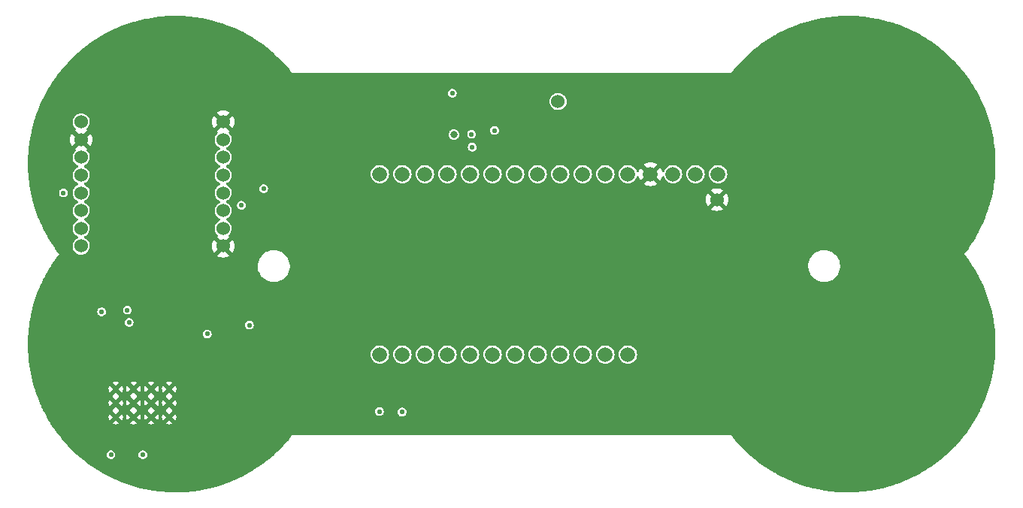
<source format=gbr>
%TF.GenerationSoftware,KiCad,Pcbnew,(6.0.1-0)*%
%TF.CreationDate,2022-02-24T13:14:32-08:00*%
%TF.ProjectId,Dog_Tracker,446f675f-5472-4616-936b-65722e6b6963,rev?*%
%TF.SameCoordinates,Original*%
%TF.FileFunction,Copper,L2,Inr*%
%TF.FilePolarity,Positive*%
%FSLAX46Y46*%
G04 Gerber Fmt 4.6, Leading zero omitted, Abs format (unit mm)*
G04 Created by KiCad (PCBNEW (6.0.1-0)) date 2022-02-24 13:14:32*
%MOMM*%
%LPD*%
G01*
G04 APERTURE LIST*
%TA.AperFunction,ComponentPad*%
%ADD10C,0.600000*%
%TD*%
%TA.AperFunction,ComponentPad*%
%ADD11C,1.524000*%
%TD*%
%TA.AperFunction,ComponentPad*%
%ADD12C,1.665000*%
%TD*%
%TA.AperFunction,ViaPad*%
%ADD13C,0.580000*%
%TD*%
%TA.AperFunction,ViaPad*%
%ADD14C,0.800000*%
%TD*%
G04 APERTURE END LIST*
D10*
%TO.N,GND*%
%TO.C,U3*%
X57452397Y-117939500D03*
X55450798Y-117939500D03*
X57452397Y-121114500D03*
X53449199Y-117939500D03*
X57452397Y-119527000D03*
X53449199Y-121114500D03*
X51447600Y-119527000D03*
X51447600Y-121114500D03*
X53449199Y-119527000D03*
X55450798Y-121114500D03*
X51447600Y-117939500D03*
X55450798Y-119527000D03*
%TD*%
D11*
%TO.N,GND*%
%TO.C,U2*%
X63550000Y-101850000D03*
%TO.N,/MISO*%
X63550000Y-99850000D03*
%TO.N,/MOSI*%
X63550000Y-97850000D03*
%TO.N,/SCK*%
X63550000Y-95850000D03*
%TO.N,/lora cs*%
X63550000Y-93850000D03*
%TO.N,/lora reset*%
X63550000Y-91850000D03*
%TO.N,unconnected-(U2-Pad7)*%
X63550000Y-89850000D03*
%TO.N,GND*%
X63550000Y-87850000D03*
%TO.N,/ANT*%
X47550000Y-87850000D03*
%TO.N,GND*%
X47550000Y-89850000D03*
%TO.N,unconnected-(U2-Pad11)*%
X47550000Y-91850000D03*
%TO.N,/BUSY*%
X47550000Y-93850000D03*
%TO.N,+3V3*%
X47550000Y-95850000D03*
%TO.N,unconnected-(U2-Pad14)*%
X47550000Y-97850000D03*
%TO.N,unconnected-(U2-Pad15)*%
X47550000Y-99850000D03*
%TO.N,unconnected-(U2-Pad16)*%
X47550000Y-101850000D03*
%TD*%
D12*
%TO.N,/lora reset*%
%TO.C,IC1*%
X81200000Y-93740000D03*
%TO.N,unconnected-(IC1-Pad2)*%
X83740000Y-93740000D03*
%TO.N,unconnected-(IC1-Pad3)*%
X86280000Y-93740000D03*
%TO.N,/MISO*%
X88820000Y-93740000D03*
%TO.N,/MOSI*%
X91360000Y-93740000D03*
%TO.N,/SCK*%
X93900000Y-93740000D03*
%TO.N,/lora cs*%
X96440000Y-93740000D03*
%TO.N,unconnected-(IC1-Pad8)*%
X98980000Y-93740000D03*
%TO.N,/BUSY*%
X101520000Y-93740000D03*
%TO.N,/GPS_ON*%
X104060000Y-93740000D03*
%TO.N,Net-(IC1-Pad11)*%
X106600000Y-93740000D03*
%TO.N,unconnected-(IC1-Pad12)*%
X109140000Y-93740000D03*
%TO.N,GND*%
X111680000Y-93740000D03*
%TO.N,unconnected-(IC1-Pad14)*%
X114220000Y-93740000D03*
%TO.N,+3V3*%
X116760000Y-93740000D03*
%TO.N,unconnected-(IC1-Pad16)*%
X119300000Y-93740000D03*
%TO.N,+3V8*%
X109140000Y-114060000D03*
%TO.N,unconnected-(IC1-Pad18)*%
X106600000Y-114060000D03*
%TO.N,unconnected-(IC1-Pad19)*%
X104060000Y-114060000D03*
%TO.N,unconnected-(IC1-Pad20)*%
X101520000Y-114060000D03*
%TO.N,/gps reset*%
X98980000Y-114060000D03*
%TO.N,/wakeup*%
X96440000Y-114060000D03*
%TO.N,unconnected-(IC1-Pad23)*%
X93900000Y-114060000D03*
%TO.N,unconnected-(IC1-Pad24)*%
X91360000Y-114060000D03*
%TO.N,unconnected-(IC1-Pad25)*%
X88820000Y-114060000D03*
%TO.N,/pedometer cs*%
X86280000Y-114060000D03*
%TO.N,/I2C_SCL*%
X83740000Y-114060000D03*
%TO.N,/I2C_SDA*%
X81200000Y-114060000D03*
%TD*%
D11*
%TO.N,Net-(IC1-Pad11)*%
%TO.C,LS1*%
X101266000Y-85558000D03*
%TO.N,GND*%
X119173000Y-96607000D03*
%TD*%
D13*
%TO.N,+3V3*%
X81150000Y-120490000D03*
X83700000Y-120540000D03*
X89362500Y-84625000D03*
X52750000Y-109050000D03*
X45550000Y-95850000D03*
X66500000Y-110750000D03*
X52950000Y-110450000D03*
X49850000Y-109250000D03*
%TO.N,GND*%
X58400000Y-111650000D03*
D14*
X64830000Y-80820000D03*
D13*
X63570000Y-110810000D03*
X61378499Y-108727000D03*
X93162500Y-83525000D03*
X94212500Y-85875000D03*
X45750000Y-89900000D03*
X65877798Y-87772202D03*
D14*
X64830000Y-78820000D03*
D13*
X51800000Y-107200000D03*
X55750000Y-127900000D03*
X91312500Y-83575000D03*
X48600000Y-115050000D03*
D14*
X50800000Y-78920000D03*
D13*
X91110000Y-85020000D03*
X53200000Y-111250000D03*
D14*
X64830000Y-79820000D03*
D13*
X94212500Y-87525000D03*
X63500000Y-103800000D03*
X89212500Y-86875000D03*
X50800000Y-109250000D03*
X62771500Y-121973000D03*
X94212500Y-86725000D03*
%TO.N,/SCK*%
X91523000Y-89250000D03*
%TO.N,/MOSI*%
X65600000Y-97250000D03*
X91600000Y-90700000D03*
%TO.N,/MISO*%
X68112500Y-95375000D03*
X94112500Y-88825000D03*
%TO.N,/GPS_ON*%
X61750000Y-111750000D03*
%TO.N,/gps reset*%
X54500000Y-125350000D03*
%TO.N,/wakeup*%
X50900000Y-125350000D03*
D14*
%TO.N,/pedometer cs*%
X89522701Y-89302701D03*
%TD*%
%TA.AperFunction,Conductor*%
%TO.N,GND*%
G36*
X134181708Y-75906184D02*
G01*
X134510341Y-75917133D01*
X134620141Y-75920791D01*
X134621994Y-75920866D01*
X134721488Y-75925648D01*
X134986490Y-75938387D01*
X134990666Y-75938658D01*
X135345728Y-75967709D01*
X135426987Y-75974358D01*
X135428929Y-75974532D01*
X135792915Y-76009993D01*
X135797020Y-76010461D01*
X136230333Y-76067098D01*
X136232359Y-76067379D01*
X136594972Y-76120776D01*
X136598963Y-76121430D01*
X136731818Y-76145372D01*
X137028325Y-76198807D01*
X137030354Y-76199190D01*
X137160447Y-76224924D01*
X137390642Y-76270461D01*
X137394503Y-76271288D01*
X137668037Y-76334363D01*
X137819053Y-76369186D01*
X137821199Y-76369702D01*
X138027481Y-76421141D01*
X138178048Y-76458687D01*
X138181773Y-76459676D01*
X138600607Y-76577834D01*
X138602844Y-76578488D01*
X138955383Y-76685023D01*
X138958965Y-76686164D01*
X139371154Y-76824269D01*
X139373433Y-76825057D01*
X139720779Y-76948926D01*
X139724124Y-76950174D01*
X140128866Y-77107917D01*
X140131146Y-77108832D01*
X140472372Y-77249751D01*
X140475588Y-77251132D01*
X140733133Y-77366133D01*
X140871901Y-77428097D01*
X140874279Y-77429189D01*
X141208377Y-77586774D01*
X141211497Y-77588298D01*
X141598554Y-77784080D01*
X141600961Y-77785330D01*
X141927103Y-77959214D01*
X141930062Y-77960843D01*
X142307085Y-78175026D01*
X142309510Y-78176440D01*
X142626857Y-78366196D01*
X142629652Y-78367917D01*
X142995742Y-78599973D01*
X142998175Y-78601555D01*
X143305919Y-78806713D01*
X143308549Y-78808514D01*
X143662984Y-79057975D01*
X143665414Y-79059730D01*
X143962752Y-79279765D01*
X143965215Y-79281635D01*
X144307092Y-79547858D01*
X144309509Y-79549787D01*
X144595805Y-79784238D01*
X144598101Y-79786165D01*
X144926693Y-80068574D01*
X144929084Y-80070682D01*
X145203428Y-80318805D01*
X145205557Y-80320776D01*
X145520258Y-80618859D01*
X145522612Y-80621148D01*
X145784342Y-80882326D01*
X145786278Y-80884300D01*
X145985173Y-81091822D01*
X146086325Y-81197361D01*
X146088630Y-81199831D01*
X146337144Y-81473444D01*
X146338945Y-81475471D01*
X146623578Y-81802732D01*
X146625821Y-81805383D01*
X146860491Y-82090713D01*
X146862132Y-82092752D01*
X147130774Y-82433576D01*
X147132943Y-82436409D01*
X147353176Y-82732705D01*
X147354590Y-82734647D01*
X147606670Y-83088357D01*
X147608752Y-83091371D01*
X147813945Y-83397763D01*
X147815276Y-83399791D01*
X148050170Y-83765575D01*
X148052153Y-83768768D01*
X148241823Y-84084457D01*
X148243005Y-84086466D01*
X148460171Y-84463552D01*
X148462043Y-84466921D01*
X148635754Y-84791088D01*
X148636793Y-84793068D01*
X148736604Y-84987540D01*
X148800222Y-85111492D01*
X148835723Y-85180663D01*
X148837465Y-85184193D01*
X148916595Y-85351042D01*
X148994828Y-85516000D01*
X148995729Y-85517942D01*
X149175956Y-85915260D01*
X149177567Y-85918969D01*
X149318186Y-86257444D01*
X149318955Y-86259339D01*
X149480023Y-86665521D01*
X149481486Y-86669394D01*
X149605065Y-87013629D01*
X149605709Y-87015469D01*
X149747230Y-87429735D01*
X149748532Y-87433765D01*
X149854796Y-87782747D01*
X149855323Y-87784526D01*
X149976931Y-88206071D01*
X149978059Y-88210250D01*
X150065959Y-88559596D01*
X150066805Y-88562960D01*
X150067210Y-88564618D01*
X150128870Y-88825000D01*
X150168571Y-88992653D01*
X150169515Y-88996975D01*
X150240613Y-89352446D01*
X150240929Y-89354081D01*
X150306707Y-89707149D01*
X150321703Y-89787644D01*
X150322449Y-89792090D01*
X150336903Y-89888823D01*
X150375830Y-90149353D01*
X150376050Y-90150896D01*
X150431308Y-90555117D01*
X150435964Y-90589180D01*
X150436505Y-90593764D01*
X150472125Y-90951549D01*
X150472263Y-90953017D01*
X150493197Y-91191579D01*
X150503590Y-91310007D01*
X150511075Y-91395309D01*
X150511399Y-91400008D01*
X150529335Y-91757406D01*
X150529396Y-91758784D01*
X150546863Y-92204212D01*
X150546958Y-92208959D01*
X150547127Y-92368438D01*
X150547334Y-92564532D01*
X150547329Y-92565816D01*
X150543235Y-93013852D01*
X150543095Y-93018751D01*
X150526143Y-93371416D01*
X150526080Y-93372603D01*
X150500201Y-93822398D01*
X150499815Y-93827378D01*
X150488136Y-93947261D01*
X150467767Y-94156343D01*
X150465881Y-94175697D01*
X150465776Y-94176729D01*
X150422061Y-94588358D01*
X150417863Y-94627888D01*
X150417224Y-94632934D01*
X150402451Y-94733261D01*
X150366765Y-94975597D01*
X150366615Y-94976585D01*
X150296407Y-95428467D01*
X150295518Y-95433506D01*
X150242259Y-95702745D01*
X150229159Y-95768968D01*
X150228986Y-95769824D01*
X150210042Y-95862107D01*
X150136135Y-96222138D01*
X150134965Y-96227287D01*
X150053596Y-96553591D01*
X150053398Y-96554375D01*
X149937411Y-97007109D01*
X149935969Y-97012277D01*
X149887314Y-97173284D01*
X149840760Y-97327337D01*
X149840552Y-97328019D01*
X149781649Y-97519024D01*
X149713695Y-97739382D01*
X149700707Y-97781497D01*
X149698987Y-97786670D01*
X149668030Y-97873480D01*
X149591542Y-98087961D01*
X149591333Y-98088543D01*
X149426595Y-98543422D01*
X149424585Y-98548612D01*
X149383876Y-98647187D01*
X149331626Y-98773710D01*
X149307345Y-98832505D01*
X149307144Y-98832988D01*
X149115707Y-99291139D01*
X149113414Y-99296299D01*
X148990117Y-99557702D01*
X148839860Y-99873480D01*
X148768795Y-100022828D01*
X148766206Y-100027964D01*
X148654478Y-100237525D01*
X148644115Y-100256962D01*
X148643958Y-100257256D01*
X148386653Y-100736806D01*
X148383767Y-100741897D01*
X148277697Y-100919289D01*
X148125171Y-101173284D01*
X147970220Y-101431318D01*
X147967051Y-101436324D01*
X147933038Y-101487345D01*
X147920391Y-101506316D01*
X147920312Y-101506434D01*
X147522764Y-102101309D01*
X147519259Y-102106288D01*
X147046473Y-102744671D01*
X147046473Y-102744672D01*
X147042850Y-102749564D01*
X147042818Y-102749573D01*
X147042783Y-102749634D01*
X147042723Y-102749668D01*
X147042685Y-102749806D01*
X147042612Y-102749933D01*
X147042631Y-102750000D01*
X147042612Y-102750067D01*
X147042685Y-102750194D01*
X147042723Y-102750332D01*
X147042783Y-102750366D01*
X147042818Y-102750427D01*
X147042850Y-102750436D01*
X147048782Y-102758446D01*
X147519259Y-103393712D01*
X147522764Y-103398691D01*
X147920312Y-103993566D01*
X147967051Y-104063676D01*
X147970220Y-104068682D01*
X148277575Y-104580507D01*
X148277697Y-104580711D01*
X148383767Y-104758103D01*
X148386653Y-104763194D01*
X148622441Y-105202641D01*
X148643926Y-105242684D01*
X148728757Y-105401796D01*
X148766204Y-105472033D01*
X148768793Y-105477169D01*
X148970229Y-105900500D01*
X148990020Y-105942093D01*
X148990114Y-105942291D01*
X149113408Y-106203687D01*
X149115707Y-106208861D01*
X149307144Y-106667012D01*
X149307345Y-106667495D01*
X149424585Y-106951388D01*
X149426595Y-106956578D01*
X149591333Y-107411457D01*
X149591542Y-107412039D01*
X149698981Y-107713311D01*
X149700707Y-107718503D01*
X149840552Y-108171981D01*
X149840760Y-108172663D01*
X149935966Y-108487712D01*
X149937411Y-108492891D01*
X150053398Y-108945625D01*
X150053596Y-108946409D01*
X150134965Y-109272713D01*
X150136135Y-109277862D01*
X150223775Y-109704788D01*
X150228980Y-109730146D01*
X150229154Y-109731009D01*
X150295518Y-110066494D01*
X150296407Y-110071533D01*
X150357090Y-110462107D01*
X150366615Y-110523415D01*
X150366765Y-110524403D01*
X150393160Y-110703644D01*
X150417224Y-110867062D01*
X150417863Y-110872108D01*
X150463840Y-111305037D01*
X150465770Y-111323214D01*
X150465881Y-111324303D01*
X150499815Y-111672622D01*
X150500201Y-111677602D01*
X150526080Y-112127397D01*
X150526143Y-112128584D01*
X150543095Y-112481249D01*
X150543235Y-112486148D01*
X150547329Y-112934184D01*
X150547334Y-112935468D01*
X150547188Y-113073747D01*
X150546958Y-113291041D01*
X150546863Y-113295788D01*
X150539207Y-113491023D01*
X150529396Y-113741216D01*
X150529335Y-113742594D01*
X150511776Y-114092487D01*
X150511399Y-114099992D01*
X150511075Y-114104691D01*
X150472263Y-114546983D01*
X150472125Y-114548451D01*
X150436505Y-114906236D01*
X150435965Y-114910813D01*
X150410472Y-115097298D01*
X150376052Y-115349093D01*
X150375830Y-115350647D01*
X150322451Y-115707899D01*
X150321703Y-115712356D01*
X150240931Y-116145910D01*
X150240615Y-116147545D01*
X150169515Y-116503025D01*
X150168571Y-116507347D01*
X150067223Y-116935329D01*
X150066818Y-116936986D01*
X150013819Y-117147626D01*
X149978059Y-117289750D01*
X149976931Y-117293929D01*
X149855323Y-117715474D01*
X149854796Y-117717253D01*
X149748532Y-118066235D01*
X149747230Y-118070265D01*
X149605709Y-118484531D01*
X149605065Y-118486371D01*
X149481486Y-118830606D01*
X149480023Y-118834479D01*
X149318955Y-119240661D01*
X149318186Y-119242556D01*
X149177567Y-119581031D01*
X149175958Y-119584736D01*
X149041118Y-119881995D01*
X148995729Y-119982058D01*
X148994829Y-119983998D01*
X148853886Y-120281185D01*
X148837471Y-120315796D01*
X148835729Y-120319325D01*
X148794257Y-120400129D01*
X148636793Y-120706932D01*
X148635754Y-120708912D01*
X148462043Y-121033079D01*
X148460171Y-121036448D01*
X148243005Y-121413534D01*
X148241823Y-121415543D01*
X148052153Y-121731232D01*
X148050170Y-121734425D01*
X147815276Y-122100209D01*
X147813945Y-122102237D01*
X147608752Y-122408629D01*
X147606686Y-122411620D01*
X147354590Y-122765353D01*
X147353176Y-122767295D01*
X147155562Y-123033160D01*
X147132943Y-123063591D01*
X147130774Y-123066424D01*
X146862132Y-123407248D01*
X146860491Y-123409287D01*
X146625821Y-123694617D01*
X146623578Y-123697268D01*
X146338945Y-124024529D01*
X146337144Y-124026556D01*
X146088630Y-124300169D01*
X146086325Y-124302639D01*
X145992732Y-124400291D01*
X145786278Y-124615700D01*
X145784342Y-124617674D01*
X145539027Y-124862472D01*
X145522612Y-124878852D01*
X145520270Y-124881129D01*
X145495030Y-124905037D01*
X145205557Y-125179224D01*
X145203440Y-125181184D01*
X145008772Y-125357246D01*
X144929084Y-125429318D01*
X144926693Y-125431426D01*
X144598101Y-125713835D01*
X144595805Y-125715762D01*
X144309509Y-125950213D01*
X144307092Y-125952142D01*
X143965215Y-126218365D01*
X143962752Y-126220235D01*
X143665414Y-126440270D01*
X143662984Y-126442025D01*
X143308549Y-126691486D01*
X143305919Y-126693287D01*
X142998175Y-126898445D01*
X142995742Y-126900027D01*
X142629652Y-127132083D01*
X142626857Y-127133804D01*
X142309510Y-127323560D01*
X142307085Y-127324974D01*
X141930062Y-127539157D01*
X141927103Y-127540786D01*
X141600961Y-127714670D01*
X141598554Y-127715920D01*
X141211497Y-127911702D01*
X141208377Y-127913226D01*
X140874279Y-128070811D01*
X140871901Y-128071903D01*
X140475588Y-128248868D01*
X140472372Y-128250249D01*
X140131146Y-128391168D01*
X140128866Y-128392083D01*
X139724124Y-128549826D01*
X139720779Y-128551074D01*
X139373447Y-128674938D01*
X139371154Y-128675731D01*
X138958965Y-128813836D01*
X138955383Y-128814977D01*
X138602844Y-128921512D01*
X138600607Y-128922166D01*
X138181773Y-129040324D01*
X138178048Y-129041313D01*
X137821199Y-129130298D01*
X137819053Y-129130814D01*
X137739116Y-129149247D01*
X137394503Y-129228712D01*
X137390642Y-129229539D01*
X137160447Y-129275076D01*
X137030354Y-129300810D01*
X137028325Y-129301193D01*
X136731818Y-129354628D01*
X136598963Y-129378570D01*
X136594972Y-129379224D01*
X136232359Y-129432621D01*
X136230333Y-129432902D01*
X135797020Y-129489539D01*
X135792915Y-129490007D01*
X135428930Y-129525468D01*
X135426987Y-129525642D01*
X135345728Y-129532291D01*
X134990666Y-129561342D01*
X134986490Y-129561613D01*
X134721488Y-129574352D01*
X134621994Y-129579134D01*
X134620141Y-129579209D01*
X134510341Y-129582867D01*
X134181708Y-129593816D01*
X134177433Y-129593886D01*
X133813616Y-129593501D01*
X133811873Y-129593487D01*
X133711433Y-129591977D01*
X133372154Y-129586878D01*
X133367733Y-129586734D01*
X133133274Y-129574968D01*
X133005552Y-129568558D01*
X133003938Y-129568466D01*
X132563861Y-129540546D01*
X132559388Y-129540181D01*
X132297375Y-129514096D01*
X132199937Y-129504395D01*
X132198376Y-129504230D01*
X131758788Y-129454926D01*
X131754213Y-129454328D01*
X131511708Y-129418094D01*
X131398440Y-129401170D01*
X131397097Y-129400961D01*
X131256954Y-129378342D01*
X130958805Y-129330218D01*
X130954170Y-129329381D01*
X130603349Y-129259214D01*
X130601998Y-129258936D01*
X130165833Y-129166720D01*
X130161151Y-129165637D01*
X129962950Y-129115768D01*
X129816221Y-129078849D01*
X129815056Y-129078549D01*
X129381703Y-128964803D01*
X129377029Y-128963479D01*
X129039264Y-128860629D01*
X129038258Y-128860318D01*
X128608358Y-128724965D01*
X128603641Y-128723377D01*
X128274197Y-128605107D01*
X128273169Y-128604732D01*
X128271944Y-128604280D01*
X127847589Y-128447764D01*
X127842895Y-128445925D01*
X127523049Y-128313044D01*
X127522128Y-128312657D01*
X127101228Y-128133867D01*
X127096498Y-128131742D01*
X126970324Y-128071903D01*
X126787404Y-127985152D01*
X126786890Y-127984906D01*
X126370993Y-127783995D01*
X126366288Y-127781599D01*
X126069878Y-127622762D01*
X126069166Y-127622378D01*
X125658645Y-127398988D01*
X125653979Y-127396318D01*
X125371790Y-127226776D01*
X125371179Y-127226407D01*
X124965881Y-126979763D01*
X124961270Y-126976818D01*
X124695473Y-126798811D01*
X124694960Y-126798466D01*
X124294321Y-126527297D01*
X124289782Y-126524076D01*
X124043163Y-126340766D01*
X124042744Y-126340453D01*
X123645595Y-126042688D01*
X123641143Y-126039191D01*
X123418076Y-125855730D01*
X123417745Y-125855457D01*
X123021203Y-125527056D01*
X123016855Y-125523285D01*
X122982201Y-125491810D01*
X122824595Y-125348661D01*
X122673743Y-125210917D01*
X122422646Y-124981637D01*
X122418418Y-124977593D01*
X122272235Y-124831102D01*
X122272066Y-124830933D01*
X121851314Y-124407694D01*
X121847223Y-124403379D01*
X121790864Y-124341065D01*
X121790768Y-124340959D01*
X121756190Y-124302639D01*
X121311402Y-123809727D01*
X121307436Y-123805113D01*
X121219189Y-123697268D01*
X120800454Y-123185544D01*
X120800427Y-123185448D01*
X120800397Y-123185431D01*
X120800383Y-123185397D01*
X120800222Y-123185331D01*
X120800067Y-123185242D01*
X120799930Y-123185280D01*
X71300070Y-123185280D01*
X71299933Y-123185242D01*
X71299778Y-123185331D01*
X71299617Y-123185397D01*
X71299603Y-123185431D01*
X71299573Y-123185448D01*
X71299546Y-123185544D01*
X70880812Y-123697268D01*
X70792564Y-123805113D01*
X70788598Y-123809727D01*
X70343811Y-124302639D01*
X70309232Y-124340959D01*
X70309136Y-124341065D01*
X70252777Y-124403379D01*
X70248686Y-124407694D01*
X69827934Y-124830933D01*
X69827765Y-124831102D01*
X69681582Y-124977593D01*
X69677354Y-124981637D01*
X69426257Y-125210917D01*
X69275405Y-125348661D01*
X69117799Y-125491810D01*
X69083145Y-125523285D01*
X69078797Y-125527056D01*
X68682255Y-125855457D01*
X68681924Y-125855730D01*
X68458857Y-126039191D01*
X68454405Y-126042688D01*
X68057256Y-126340453D01*
X68056837Y-126340766D01*
X67810218Y-126524076D01*
X67805679Y-126527297D01*
X67405040Y-126798466D01*
X67404527Y-126798811D01*
X67138730Y-126976818D01*
X67134119Y-126979763D01*
X66728821Y-127226407D01*
X66728210Y-127226776D01*
X66446021Y-127396318D01*
X66441355Y-127398988D01*
X66030834Y-127622378D01*
X66030122Y-127622762D01*
X65733712Y-127781599D01*
X65729007Y-127783995D01*
X65313110Y-127984906D01*
X65312596Y-127985152D01*
X65129676Y-128071903D01*
X65003502Y-128131742D01*
X64998772Y-128133867D01*
X64577872Y-128312657D01*
X64576951Y-128313044D01*
X64257105Y-128445925D01*
X64252411Y-128447764D01*
X63828056Y-128604280D01*
X63826831Y-128604732D01*
X63825803Y-128605107D01*
X63496359Y-128723377D01*
X63491642Y-128724965D01*
X63061742Y-128860318D01*
X63060736Y-128860629D01*
X62722971Y-128963479D01*
X62718297Y-128964803D01*
X62284944Y-129078549D01*
X62283779Y-129078849D01*
X62137050Y-129115768D01*
X61938849Y-129165637D01*
X61934167Y-129166720D01*
X61498002Y-129258936D01*
X61496651Y-129259214D01*
X61145830Y-129329381D01*
X61141195Y-129330218D01*
X60843046Y-129378342D01*
X60702903Y-129400961D01*
X60701560Y-129401170D01*
X60588292Y-129418094D01*
X60345787Y-129454328D01*
X60341212Y-129454926D01*
X59901624Y-129504230D01*
X59900063Y-129504395D01*
X59802625Y-129514096D01*
X59540612Y-129540181D01*
X59536139Y-129540546D01*
X59096062Y-129568466D01*
X59094448Y-129568558D01*
X58966726Y-129574968D01*
X58732267Y-129586734D01*
X58727846Y-129586878D01*
X58388567Y-129591977D01*
X58288127Y-129593487D01*
X58286384Y-129593501D01*
X57922567Y-129593886D01*
X57918292Y-129593816D01*
X57589659Y-129582867D01*
X57479859Y-129579209D01*
X57478006Y-129579134D01*
X57378512Y-129574352D01*
X57113510Y-129561613D01*
X57109334Y-129561342D01*
X56754272Y-129532291D01*
X56673013Y-129525642D01*
X56671070Y-129525468D01*
X56307085Y-129490007D01*
X56302980Y-129489539D01*
X55869667Y-129432902D01*
X55867641Y-129432621D01*
X55505028Y-129379224D01*
X55501037Y-129378570D01*
X55368182Y-129354628D01*
X55071675Y-129301193D01*
X55069646Y-129300810D01*
X54939553Y-129275076D01*
X54709358Y-129229539D01*
X54705497Y-129228712D01*
X54360884Y-129149247D01*
X54280947Y-129130814D01*
X54278801Y-129130298D01*
X53921952Y-129041313D01*
X53918227Y-129040324D01*
X53499393Y-128922166D01*
X53497156Y-128921512D01*
X53144617Y-128814977D01*
X53141035Y-128813836D01*
X52728846Y-128675731D01*
X52726553Y-128674938D01*
X52379221Y-128551074D01*
X52375876Y-128549826D01*
X51971134Y-128392083D01*
X51968854Y-128391168D01*
X51627628Y-128250249D01*
X51624412Y-128248868D01*
X51228099Y-128071903D01*
X51225721Y-128070811D01*
X50891623Y-127913226D01*
X50888503Y-127911702D01*
X50501446Y-127715920D01*
X50499039Y-127714670D01*
X50172897Y-127540786D01*
X50169938Y-127539157D01*
X49792915Y-127324974D01*
X49790490Y-127323560D01*
X49473143Y-127133804D01*
X49470348Y-127132083D01*
X49104258Y-126900027D01*
X49101825Y-126898445D01*
X48794081Y-126693287D01*
X48791451Y-126691486D01*
X48437016Y-126442025D01*
X48434586Y-126440270D01*
X48137248Y-126220235D01*
X48134785Y-126218365D01*
X47792908Y-125952142D01*
X47790491Y-125950213D01*
X47504195Y-125715762D01*
X47501899Y-125713835D01*
X47173307Y-125431426D01*
X47170916Y-125429318D01*
X47091228Y-125357246D01*
X47076522Y-125343946D01*
X50404493Y-125343946D01*
X50405657Y-125352848D01*
X50405657Y-125352851D01*
X50421547Y-125474363D01*
X50422711Y-125483262D01*
X50479297Y-125611864D01*
X50485074Y-125618737D01*
X50485075Y-125618738D01*
X50492108Y-125627105D01*
X50569704Y-125719416D01*
X50686663Y-125797271D01*
X50820772Y-125839169D01*
X50829742Y-125839333D01*
X50829746Y-125839334D01*
X50894544Y-125840521D01*
X50961250Y-125841744D01*
X51018624Y-125826102D01*
X51088145Y-125807149D01*
X51088147Y-125807148D01*
X51096804Y-125804788D01*
X51216538Y-125731271D01*
X51310825Y-125627105D01*
X51372086Y-125500662D01*
X51395396Y-125362107D01*
X51395544Y-125350000D01*
X51394677Y-125343946D01*
X54004493Y-125343946D01*
X54005657Y-125352848D01*
X54005657Y-125352851D01*
X54021547Y-125474363D01*
X54022711Y-125483262D01*
X54079297Y-125611864D01*
X54085074Y-125618737D01*
X54085075Y-125618738D01*
X54092108Y-125627105D01*
X54169704Y-125719416D01*
X54286663Y-125797271D01*
X54420772Y-125839169D01*
X54429742Y-125839333D01*
X54429746Y-125839334D01*
X54494544Y-125840521D01*
X54561250Y-125841744D01*
X54618624Y-125826102D01*
X54688145Y-125807149D01*
X54688147Y-125807148D01*
X54696804Y-125804788D01*
X54816538Y-125731271D01*
X54910825Y-125627105D01*
X54972086Y-125500662D01*
X54995396Y-125362107D01*
X54995544Y-125350000D01*
X54975626Y-125210917D01*
X54917472Y-125083015D01*
X54825758Y-124976576D01*
X54818227Y-124971695D01*
X54818224Y-124971692D01*
X54715388Y-124905037D01*
X54715386Y-124905036D01*
X54707857Y-124900156D01*
X54699260Y-124897585D01*
X54699258Y-124897584D01*
X54619216Y-124873647D01*
X54573246Y-124859899D01*
X54564270Y-124859844D01*
X54564269Y-124859844D01*
X54505015Y-124859482D01*
X54432747Y-124859041D01*
X54297654Y-124897651D01*
X54178828Y-124972624D01*
X54085821Y-125077935D01*
X54026109Y-125205117D01*
X54024729Y-125213981D01*
X54024728Y-125213984D01*
X54008402Y-125318843D01*
X54004493Y-125343946D01*
X51394677Y-125343946D01*
X51375626Y-125210917D01*
X51317472Y-125083015D01*
X51225758Y-124976576D01*
X51218227Y-124971695D01*
X51218224Y-124971692D01*
X51115388Y-124905037D01*
X51115386Y-124905036D01*
X51107857Y-124900156D01*
X51099260Y-124897585D01*
X51099258Y-124897584D01*
X51019216Y-124873647D01*
X50973246Y-124859899D01*
X50964270Y-124859844D01*
X50964269Y-124859844D01*
X50905015Y-124859482D01*
X50832747Y-124859041D01*
X50697654Y-124897651D01*
X50578828Y-124972624D01*
X50485821Y-125077935D01*
X50426109Y-125205117D01*
X50424729Y-125213981D01*
X50424728Y-125213984D01*
X50408402Y-125318843D01*
X50404493Y-125343946D01*
X47076522Y-125343946D01*
X46896560Y-125181184D01*
X46894443Y-125179224D01*
X46604970Y-124905037D01*
X46579730Y-124881129D01*
X46577388Y-124878852D01*
X46560974Y-124862472D01*
X46315658Y-124617674D01*
X46313722Y-124615700D01*
X46107268Y-124400291D01*
X46013675Y-124302639D01*
X46011370Y-124300169D01*
X45762856Y-124026556D01*
X45761055Y-124024529D01*
X45476422Y-123697268D01*
X45474179Y-123694617D01*
X45239509Y-123409287D01*
X45237868Y-123407248D01*
X44969226Y-123066424D01*
X44967057Y-123063591D01*
X44944438Y-123033160D01*
X44746824Y-122767295D01*
X44745410Y-122765353D01*
X44493314Y-122411620D01*
X44491248Y-122408629D01*
X44286055Y-122102237D01*
X44284724Y-122100209D01*
X44117533Y-121839854D01*
X51087075Y-121839854D01*
X51089858Y-121843573D01*
X51244280Y-121901002D01*
X51257878Y-121904392D01*
X51423590Y-121926504D01*
X51437586Y-121926797D01*
X51604077Y-121911644D01*
X51617804Y-121908827D01*
X51776802Y-121857166D01*
X51789553Y-121851381D01*
X51796369Y-121847318D01*
X51803290Y-121839854D01*
X53088674Y-121839854D01*
X53091457Y-121843573D01*
X53245879Y-121901002D01*
X53259477Y-121904392D01*
X53425189Y-121926504D01*
X53439185Y-121926797D01*
X53605676Y-121911644D01*
X53619403Y-121908827D01*
X53778401Y-121857166D01*
X53791152Y-121851381D01*
X53797968Y-121847318D01*
X53804889Y-121839854D01*
X55090273Y-121839854D01*
X55093056Y-121843573D01*
X55247478Y-121901002D01*
X55261076Y-121904392D01*
X55426788Y-121926504D01*
X55440784Y-121926797D01*
X55607275Y-121911644D01*
X55621002Y-121908827D01*
X55780000Y-121857166D01*
X55792751Y-121851381D01*
X55799567Y-121847318D01*
X55806488Y-121839854D01*
X57091872Y-121839854D01*
X57094655Y-121843573D01*
X57249077Y-121901002D01*
X57262675Y-121904392D01*
X57428387Y-121926504D01*
X57442383Y-121926797D01*
X57608874Y-121911644D01*
X57622601Y-121908827D01*
X57781599Y-121857166D01*
X57794350Y-121851381D01*
X57801166Y-121847318D01*
X57810755Y-121836976D01*
X57807249Y-121828562D01*
X57465209Y-121486522D01*
X57451265Y-121478908D01*
X57449432Y-121479039D01*
X57442818Y-121483290D01*
X57098629Y-121827479D01*
X57091872Y-121839854D01*
X55806488Y-121839854D01*
X55809156Y-121836976D01*
X55805650Y-121828562D01*
X55463610Y-121486522D01*
X55449666Y-121478908D01*
X55447833Y-121479039D01*
X55441219Y-121483290D01*
X55097030Y-121827479D01*
X55090273Y-121839854D01*
X53804889Y-121839854D01*
X53807557Y-121836976D01*
X53804051Y-121828562D01*
X53462011Y-121486522D01*
X53448067Y-121478908D01*
X53446234Y-121479039D01*
X53439620Y-121483290D01*
X53095431Y-121827479D01*
X53088674Y-121839854D01*
X51803290Y-121839854D01*
X51805958Y-121836976D01*
X51802452Y-121828562D01*
X51460412Y-121486522D01*
X51446468Y-121478908D01*
X51444635Y-121479039D01*
X51438021Y-121483290D01*
X51093832Y-121827479D01*
X51087075Y-121839854D01*
X44117533Y-121839854D01*
X44049830Y-121734425D01*
X44047847Y-121731232D01*
X43858177Y-121415543D01*
X43856995Y-121413534D01*
X43682280Y-121110160D01*
X50635254Y-121110160D01*
X50651568Y-121276547D01*
X50654479Y-121290241D01*
X50707250Y-121448875D01*
X50713124Y-121461588D01*
X50714368Y-121463643D01*
X50724774Y-121473157D01*
X50733394Y-121469495D01*
X51075579Y-121127311D01*
X51081956Y-121115632D01*
X51812008Y-121115632D01*
X51812139Y-121117466D01*
X51816390Y-121124079D01*
X52160104Y-121467793D01*
X52172479Y-121474550D01*
X52176296Y-121471693D01*
X52232665Y-121323302D01*
X52236149Y-121309733D01*
X52259844Y-121141127D01*
X52260451Y-121133241D01*
X52260658Y-121118462D01*
X52260271Y-121110561D01*
X52260226Y-121110160D01*
X52636853Y-121110160D01*
X52653167Y-121276547D01*
X52656078Y-121290241D01*
X52708849Y-121448875D01*
X52714723Y-121461588D01*
X52715967Y-121463643D01*
X52726373Y-121473157D01*
X52734993Y-121469495D01*
X53077178Y-121127311D01*
X53083555Y-121115632D01*
X53813607Y-121115632D01*
X53813738Y-121117466D01*
X53817989Y-121124079D01*
X54161703Y-121467793D01*
X54174078Y-121474550D01*
X54177895Y-121471693D01*
X54234264Y-121323302D01*
X54237748Y-121309733D01*
X54261443Y-121141127D01*
X54262050Y-121133241D01*
X54262257Y-121118462D01*
X54261870Y-121110561D01*
X54261825Y-121110160D01*
X54638452Y-121110160D01*
X54654766Y-121276547D01*
X54657677Y-121290241D01*
X54710448Y-121448875D01*
X54716322Y-121461588D01*
X54717566Y-121463643D01*
X54727972Y-121473157D01*
X54736592Y-121469495D01*
X55078777Y-121127311D01*
X55085154Y-121115632D01*
X55815206Y-121115632D01*
X55815337Y-121117466D01*
X55819588Y-121124079D01*
X56163302Y-121467793D01*
X56175677Y-121474550D01*
X56179494Y-121471693D01*
X56235863Y-121323302D01*
X56239347Y-121309733D01*
X56263042Y-121141127D01*
X56263649Y-121133241D01*
X56263856Y-121118462D01*
X56263469Y-121110561D01*
X56263424Y-121110160D01*
X56640051Y-121110160D01*
X56656365Y-121276547D01*
X56659276Y-121290241D01*
X56712047Y-121448875D01*
X56717921Y-121461588D01*
X56719165Y-121463643D01*
X56729571Y-121473157D01*
X56738191Y-121469495D01*
X57080376Y-121127311D01*
X57086753Y-121115632D01*
X57816805Y-121115632D01*
X57816936Y-121117466D01*
X57821187Y-121124079D01*
X58164901Y-121467793D01*
X58177276Y-121474550D01*
X58181093Y-121471693D01*
X58237462Y-121323302D01*
X58240946Y-121309733D01*
X58264641Y-121141127D01*
X58265248Y-121133241D01*
X58265455Y-121118462D01*
X58265068Y-121110561D01*
X58246089Y-120941355D01*
X58242987Y-120927702D01*
X58188007Y-120769822D01*
X58184678Y-120762872D01*
X58176002Y-120755159D01*
X58166955Y-120759153D01*
X57824418Y-121101689D01*
X57816805Y-121115632D01*
X57086753Y-121115632D01*
X57087989Y-121113368D01*
X57087858Y-121111534D01*
X57083607Y-121104921D01*
X56739855Y-120761169D01*
X56727480Y-120754412D01*
X56722323Y-120758272D01*
X56721670Y-120759589D01*
X56664493Y-120916680D01*
X56661200Y-120930295D01*
X56640247Y-121096153D01*
X56640051Y-121110160D01*
X56263424Y-121110160D01*
X56244490Y-120941355D01*
X56241388Y-120927702D01*
X56186408Y-120769822D01*
X56183079Y-120762872D01*
X56174403Y-120755159D01*
X56165356Y-120759153D01*
X55822819Y-121101689D01*
X55815206Y-121115632D01*
X55085154Y-121115632D01*
X55086390Y-121113368D01*
X55086259Y-121111534D01*
X55082008Y-121104921D01*
X54738256Y-120761169D01*
X54725881Y-120754412D01*
X54720724Y-120758272D01*
X54720071Y-120759589D01*
X54662894Y-120916680D01*
X54659601Y-120930295D01*
X54638648Y-121096153D01*
X54638452Y-121110160D01*
X54261825Y-121110160D01*
X54242891Y-120941355D01*
X54239789Y-120927702D01*
X54184809Y-120769822D01*
X54181480Y-120762872D01*
X54172804Y-120755159D01*
X54163757Y-120759153D01*
X53821220Y-121101689D01*
X53813607Y-121115632D01*
X53083555Y-121115632D01*
X53084791Y-121113368D01*
X53084660Y-121111534D01*
X53080409Y-121104921D01*
X52736657Y-120761169D01*
X52724282Y-120754412D01*
X52719125Y-120758272D01*
X52718472Y-120759589D01*
X52661295Y-120916680D01*
X52658002Y-120930295D01*
X52637049Y-121096153D01*
X52636853Y-121110160D01*
X52260226Y-121110160D01*
X52241292Y-120941355D01*
X52238190Y-120927702D01*
X52183210Y-120769822D01*
X52179881Y-120762872D01*
X52171205Y-120755159D01*
X52162158Y-120759153D01*
X51819621Y-121101689D01*
X51812008Y-121115632D01*
X51081956Y-121115632D01*
X51083192Y-121113368D01*
X51083061Y-121111534D01*
X51078810Y-121104921D01*
X50735058Y-120761169D01*
X50722683Y-120754412D01*
X50717526Y-120758272D01*
X50716873Y-120759589D01*
X50659696Y-120916680D01*
X50656403Y-120930295D01*
X50635450Y-121096153D01*
X50635254Y-121110160D01*
X43682280Y-121110160D01*
X43639829Y-121036448D01*
X43637957Y-121033079D01*
X43464246Y-120708912D01*
X43463207Y-120706932D01*
X43305743Y-120400129D01*
X43264271Y-120319325D01*
X43262529Y-120315796D01*
X43246115Y-120281185D01*
X43233183Y-120253917D01*
X51086221Y-120253917D01*
X51086423Y-120256738D01*
X51107328Y-120312783D01*
X51092238Y-120382157D01*
X51088205Y-120387845D01*
X51087907Y-120389663D01*
X51092440Y-120400129D01*
X51434789Y-120742479D01*
X51448732Y-120750092D01*
X51450566Y-120749961D01*
X51457179Y-120745710D01*
X51800514Y-120402375D01*
X51808125Y-120388437D01*
X51807968Y-120386240D01*
X51786643Y-120329070D01*
X51801733Y-120259695D01*
X51805891Y-120253917D01*
X53087820Y-120253917D01*
X53088022Y-120256738D01*
X53108927Y-120312783D01*
X53093837Y-120382157D01*
X53089804Y-120387845D01*
X53089506Y-120389663D01*
X53094039Y-120400129D01*
X53436388Y-120742479D01*
X53450331Y-120750092D01*
X53452165Y-120749961D01*
X53458778Y-120745710D01*
X53802113Y-120402375D01*
X53809724Y-120388437D01*
X53809567Y-120386240D01*
X53788242Y-120329070D01*
X53803332Y-120259695D01*
X53807490Y-120253917D01*
X55089419Y-120253917D01*
X55089621Y-120256738D01*
X55110526Y-120312783D01*
X55095436Y-120382157D01*
X55091403Y-120387845D01*
X55091105Y-120389663D01*
X55095638Y-120400129D01*
X55437987Y-120742479D01*
X55451930Y-120750092D01*
X55453764Y-120749961D01*
X55460377Y-120745710D01*
X55803712Y-120402375D01*
X55811323Y-120388437D01*
X55811166Y-120386240D01*
X55789841Y-120329070D01*
X55804931Y-120259695D01*
X55809089Y-120253917D01*
X57091018Y-120253917D01*
X57091220Y-120256738D01*
X57112125Y-120312783D01*
X57097035Y-120382157D01*
X57093002Y-120387845D01*
X57092704Y-120389663D01*
X57097237Y-120400129D01*
X57439586Y-120742479D01*
X57453529Y-120750092D01*
X57455363Y-120749961D01*
X57461976Y-120745710D01*
X57723740Y-120483946D01*
X80654493Y-120483946D01*
X80655657Y-120492848D01*
X80655657Y-120492851D01*
X80663406Y-120552107D01*
X80672711Y-120623262D01*
X80698326Y-120681477D01*
X80725168Y-120742479D01*
X80729297Y-120751864D01*
X80735074Y-120758737D01*
X80735075Y-120758738D01*
X80777345Y-120809024D01*
X80819704Y-120859416D01*
X80936663Y-120937271D01*
X81070772Y-120979169D01*
X81079742Y-120979333D01*
X81079746Y-120979334D01*
X81144544Y-120980521D01*
X81211250Y-120981744D01*
X81268624Y-120966102D01*
X81338145Y-120947149D01*
X81338147Y-120947148D01*
X81346804Y-120944788D01*
X81466538Y-120871271D01*
X81560825Y-120767105D01*
X81602311Y-120681477D01*
X81618172Y-120648741D01*
X81618172Y-120648740D01*
X81622086Y-120640662D01*
X81640040Y-120533946D01*
X83204493Y-120533946D01*
X83205657Y-120542848D01*
X83205657Y-120542851D01*
X83217247Y-120631477D01*
X83222711Y-120673262D01*
X83279297Y-120801864D01*
X83285074Y-120808737D01*
X83285075Y-120808738D01*
X83331858Y-120864393D01*
X83369704Y-120909416D01*
X83486663Y-120987271D01*
X83620772Y-121029169D01*
X83629742Y-121029333D01*
X83629746Y-121029334D01*
X83694544Y-121030521D01*
X83761250Y-121031744D01*
X83818624Y-121016102D01*
X83888145Y-120997149D01*
X83888147Y-120997148D01*
X83896804Y-120994788D01*
X84016538Y-120921271D01*
X84110825Y-120817105D01*
X84145416Y-120745710D01*
X84168172Y-120698741D01*
X84168172Y-120698740D01*
X84172086Y-120690662D01*
X84195396Y-120552107D01*
X84195544Y-120540000D01*
X84175626Y-120400917D01*
X84117472Y-120273015D01*
X84025758Y-120166576D01*
X84018227Y-120161695D01*
X84018224Y-120161692D01*
X83915388Y-120095037D01*
X83915386Y-120095036D01*
X83907857Y-120090156D01*
X83899260Y-120087585D01*
X83899258Y-120087584D01*
X83819216Y-120063647D01*
X83773246Y-120049899D01*
X83764270Y-120049844D01*
X83764269Y-120049844D01*
X83705015Y-120049482D01*
X83632747Y-120049041D01*
X83497654Y-120087651D01*
X83378828Y-120162624D01*
X83285821Y-120267935D01*
X83226109Y-120395117D01*
X83224729Y-120403981D01*
X83224728Y-120403984D01*
X83208704Y-120506903D01*
X83204493Y-120533946D01*
X81640040Y-120533946D01*
X81645396Y-120502107D01*
X81645544Y-120490000D01*
X81625626Y-120350917D01*
X81582805Y-120256738D01*
X81571187Y-120231185D01*
X81571186Y-120231183D01*
X81567472Y-120223015D01*
X81475758Y-120116576D01*
X81468227Y-120111695D01*
X81468224Y-120111692D01*
X81365388Y-120045037D01*
X81365386Y-120045036D01*
X81357857Y-120040156D01*
X81349260Y-120037585D01*
X81349258Y-120037584D01*
X81269216Y-120013647D01*
X81223246Y-119999899D01*
X81214270Y-119999844D01*
X81214269Y-119999844D01*
X81155015Y-119999482D01*
X81082747Y-119999041D01*
X80947654Y-120037651D01*
X80828828Y-120112624D01*
X80735821Y-120217935D01*
X80676109Y-120345117D01*
X80674729Y-120353981D01*
X80674728Y-120353984D01*
X80666037Y-120409807D01*
X80654493Y-120483946D01*
X57723740Y-120483946D01*
X57805311Y-120402375D01*
X57812922Y-120388437D01*
X57812765Y-120386240D01*
X57791440Y-120329070D01*
X57806530Y-120259695D01*
X57811026Y-120253447D01*
X57811440Y-120251121D01*
X57807249Y-120241062D01*
X57465209Y-119899022D01*
X57451265Y-119891408D01*
X57449432Y-119891539D01*
X57442818Y-119895790D01*
X57098629Y-120239979D01*
X57091018Y-120253917D01*
X55809089Y-120253917D01*
X55809427Y-120253447D01*
X55809841Y-120251121D01*
X55805650Y-120241062D01*
X55463610Y-119899022D01*
X55449666Y-119891408D01*
X55447833Y-119891539D01*
X55441219Y-119895790D01*
X55097030Y-120239979D01*
X55089419Y-120253917D01*
X53807490Y-120253917D01*
X53807828Y-120253447D01*
X53808242Y-120251121D01*
X53804051Y-120241062D01*
X53462011Y-119899022D01*
X53448067Y-119891408D01*
X53446234Y-119891539D01*
X53439620Y-119895790D01*
X53095431Y-120239979D01*
X53087820Y-120253917D01*
X51805891Y-120253917D01*
X51806229Y-120253447D01*
X51806643Y-120251121D01*
X51802452Y-120241062D01*
X51460412Y-119899022D01*
X51446468Y-119891408D01*
X51444635Y-119891539D01*
X51438021Y-119895790D01*
X51093832Y-120239979D01*
X51086221Y-120253917D01*
X43233183Y-120253917D01*
X43105171Y-119983998D01*
X43104271Y-119982058D01*
X43058882Y-119881995D01*
X42924042Y-119584736D01*
X42922433Y-119581031D01*
X42898183Y-119522660D01*
X50635254Y-119522660D01*
X50651568Y-119689047D01*
X50654479Y-119702741D01*
X50707250Y-119861375D01*
X50713124Y-119874088D01*
X50714368Y-119876143D01*
X50724774Y-119885657D01*
X50733394Y-119881995D01*
X51075579Y-119539811D01*
X51081956Y-119528132D01*
X51812008Y-119528132D01*
X51812139Y-119529966D01*
X51816390Y-119536579D01*
X52160104Y-119880293D01*
X52172479Y-119887050D01*
X52176296Y-119884193D01*
X52232665Y-119735802D01*
X52236149Y-119722233D01*
X52259844Y-119553627D01*
X52260451Y-119545741D01*
X52260658Y-119530962D01*
X52260271Y-119523061D01*
X52260226Y-119522660D01*
X52636853Y-119522660D01*
X52653167Y-119689047D01*
X52656078Y-119702741D01*
X52708849Y-119861375D01*
X52714723Y-119874088D01*
X52715967Y-119876143D01*
X52726373Y-119885657D01*
X52734993Y-119881995D01*
X53077178Y-119539811D01*
X53083555Y-119528132D01*
X53813607Y-119528132D01*
X53813738Y-119529966D01*
X53817989Y-119536579D01*
X54161703Y-119880293D01*
X54174078Y-119887050D01*
X54177895Y-119884193D01*
X54234264Y-119735802D01*
X54237748Y-119722233D01*
X54261443Y-119553627D01*
X54262050Y-119545741D01*
X54262257Y-119530962D01*
X54261870Y-119523061D01*
X54261825Y-119522660D01*
X54638452Y-119522660D01*
X54654766Y-119689047D01*
X54657677Y-119702741D01*
X54710448Y-119861375D01*
X54716322Y-119874088D01*
X54717566Y-119876143D01*
X54727972Y-119885657D01*
X54736592Y-119881995D01*
X55078777Y-119539811D01*
X55085154Y-119528132D01*
X55815206Y-119528132D01*
X55815337Y-119529966D01*
X55819588Y-119536579D01*
X56163302Y-119880293D01*
X56175677Y-119887050D01*
X56179494Y-119884193D01*
X56235863Y-119735802D01*
X56239347Y-119722233D01*
X56263042Y-119553627D01*
X56263649Y-119545741D01*
X56263856Y-119530962D01*
X56263469Y-119523061D01*
X56263424Y-119522660D01*
X56640051Y-119522660D01*
X56656365Y-119689047D01*
X56659276Y-119702741D01*
X56712047Y-119861375D01*
X56717921Y-119874088D01*
X56719165Y-119876143D01*
X56729571Y-119885657D01*
X56738191Y-119881995D01*
X57080376Y-119539811D01*
X57086753Y-119528132D01*
X57816805Y-119528132D01*
X57816936Y-119529966D01*
X57821187Y-119536579D01*
X58164901Y-119880293D01*
X58177276Y-119887050D01*
X58181093Y-119884193D01*
X58237462Y-119735802D01*
X58240946Y-119722233D01*
X58264641Y-119553627D01*
X58265248Y-119545741D01*
X58265455Y-119530962D01*
X58265068Y-119523061D01*
X58246089Y-119353855D01*
X58242987Y-119340202D01*
X58188007Y-119182322D01*
X58184678Y-119175372D01*
X58176002Y-119167659D01*
X58166955Y-119171653D01*
X57824418Y-119514189D01*
X57816805Y-119528132D01*
X57086753Y-119528132D01*
X57087989Y-119525868D01*
X57087858Y-119524034D01*
X57083607Y-119517421D01*
X56739855Y-119173669D01*
X56727480Y-119166912D01*
X56722323Y-119170772D01*
X56721670Y-119172089D01*
X56664493Y-119329180D01*
X56661200Y-119342795D01*
X56640247Y-119508653D01*
X56640051Y-119522660D01*
X56263424Y-119522660D01*
X56244490Y-119353855D01*
X56241388Y-119340202D01*
X56186408Y-119182322D01*
X56183079Y-119175372D01*
X56174403Y-119167659D01*
X56165356Y-119171653D01*
X55822819Y-119514189D01*
X55815206Y-119528132D01*
X55085154Y-119528132D01*
X55086390Y-119525868D01*
X55086259Y-119524034D01*
X55082008Y-119517421D01*
X54738256Y-119173669D01*
X54725881Y-119166912D01*
X54720724Y-119170772D01*
X54720071Y-119172089D01*
X54662894Y-119329180D01*
X54659601Y-119342795D01*
X54638648Y-119508653D01*
X54638452Y-119522660D01*
X54261825Y-119522660D01*
X54242891Y-119353855D01*
X54239789Y-119340202D01*
X54184809Y-119182322D01*
X54181480Y-119175372D01*
X54172804Y-119167659D01*
X54163757Y-119171653D01*
X53821220Y-119514189D01*
X53813607Y-119528132D01*
X53083555Y-119528132D01*
X53084791Y-119525868D01*
X53084660Y-119524034D01*
X53080409Y-119517421D01*
X52736657Y-119173669D01*
X52724282Y-119166912D01*
X52719125Y-119170772D01*
X52718472Y-119172089D01*
X52661295Y-119329180D01*
X52658002Y-119342795D01*
X52637049Y-119508653D01*
X52636853Y-119522660D01*
X52260226Y-119522660D01*
X52241292Y-119353855D01*
X52238190Y-119340202D01*
X52183210Y-119182322D01*
X52179881Y-119175372D01*
X52171205Y-119167659D01*
X52162158Y-119171653D01*
X51819621Y-119514189D01*
X51812008Y-119528132D01*
X51081956Y-119528132D01*
X51083192Y-119525868D01*
X51083061Y-119524034D01*
X51078810Y-119517421D01*
X50735058Y-119173669D01*
X50722683Y-119166912D01*
X50717526Y-119170772D01*
X50716873Y-119172089D01*
X50659696Y-119329180D01*
X50656403Y-119342795D01*
X50635450Y-119508653D01*
X50635254Y-119522660D01*
X42898183Y-119522660D01*
X42781814Y-119242556D01*
X42781045Y-119240661D01*
X42619977Y-118834479D01*
X42618514Y-118830606D01*
X42559571Y-118666417D01*
X51086221Y-118666417D01*
X51086423Y-118669238D01*
X51107328Y-118725283D01*
X51092238Y-118794657D01*
X51088205Y-118800345D01*
X51087907Y-118802163D01*
X51092440Y-118812629D01*
X51434789Y-119154979D01*
X51448732Y-119162592D01*
X51450566Y-119162461D01*
X51457179Y-119158210D01*
X51800514Y-118814875D01*
X51808125Y-118800937D01*
X51807968Y-118798740D01*
X51786643Y-118741570D01*
X51801733Y-118672195D01*
X51805891Y-118666417D01*
X53087820Y-118666417D01*
X53088022Y-118669238D01*
X53108927Y-118725283D01*
X53093837Y-118794657D01*
X53089804Y-118800345D01*
X53089506Y-118802163D01*
X53094039Y-118812629D01*
X53436388Y-119154979D01*
X53450331Y-119162592D01*
X53452165Y-119162461D01*
X53458778Y-119158210D01*
X53802113Y-118814875D01*
X53809724Y-118800937D01*
X53809567Y-118798740D01*
X53788242Y-118741570D01*
X53803332Y-118672195D01*
X53807490Y-118666417D01*
X55089419Y-118666417D01*
X55089621Y-118669238D01*
X55110526Y-118725283D01*
X55095436Y-118794657D01*
X55091403Y-118800345D01*
X55091105Y-118802163D01*
X55095638Y-118812629D01*
X55437987Y-119154979D01*
X55451930Y-119162592D01*
X55453764Y-119162461D01*
X55460377Y-119158210D01*
X55803712Y-118814875D01*
X55811323Y-118800937D01*
X55811166Y-118798740D01*
X55789841Y-118741570D01*
X55804931Y-118672195D01*
X55809089Y-118666417D01*
X57091018Y-118666417D01*
X57091220Y-118669238D01*
X57112125Y-118725283D01*
X57097035Y-118794657D01*
X57093002Y-118800345D01*
X57092704Y-118802163D01*
X57097237Y-118812629D01*
X57439586Y-119154979D01*
X57453529Y-119162592D01*
X57455363Y-119162461D01*
X57461976Y-119158210D01*
X57805311Y-118814875D01*
X57812922Y-118800937D01*
X57812765Y-118798740D01*
X57791440Y-118741570D01*
X57806530Y-118672195D01*
X57811026Y-118665947D01*
X57811440Y-118663621D01*
X57807249Y-118653562D01*
X57465209Y-118311522D01*
X57451265Y-118303908D01*
X57449432Y-118304039D01*
X57442818Y-118308290D01*
X57098629Y-118652479D01*
X57091018Y-118666417D01*
X55809089Y-118666417D01*
X55809427Y-118665947D01*
X55809841Y-118663621D01*
X55805650Y-118653562D01*
X55463610Y-118311522D01*
X55449666Y-118303908D01*
X55447833Y-118304039D01*
X55441219Y-118308290D01*
X55097030Y-118652479D01*
X55089419Y-118666417D01*
X53807490Y-118666417D01*
X53807828Y-118665947D01*
X53808242Y-118663621D01*
X53804051Y-118653562D01*
X53462011Y-118311522D01*
X53448067Y-118303908D01*
X53446234Y-118304039D01*
X53439620Y-118308290D01*
X53095431Y-118652479D01*
X53087820Y-118666417D01*
X51805891Y-118666417D01*
X51806229Y-118665947D01*
X51806643Y-118663621D01*
X51802452Y-118653562D01*
X51460412Y-118311522D01*
X51446468Y-118303908D01*
X51444635Y-118304039D01*
X51438021Y-118308290D01*
X51093832Y-118652479D01*
X51086221Y-118666417D01*
X42559571Y-118666417D01*
X42494935Y-118486371D01*
X42494291Y-118484531D01*
X42352770Y-118070265D01*
X42351468Y-118066235D01*
X42311556Y-117935160D01*
X50635254Y-117935160D01*
X50651568Y-118101547D01*
X50654479Y-118115241D01*
X50707250Y-118273875D01*
X50713124Y-118286588D01*
X50714368Y-118288643D01*
X50724774Y-118298157D01*
X50733394Y-118294495D01*
X51075579Y-117952311D01*
X51081956Y-117940632D01*
X51812008Y-117940632D01*
X51812139Y-117942466D01*
X51816390Y-117949079D01*
X52160104Y-118292793D01*
X52172479Y-118299550D01*
X52176296Y-118296693D01*
X52232665Y-118148302D01*
X52236149Y-118134733D01*
X52259844Y-117966127D01*
X52260451Y-117958241D01*
X52260658Y-117943462D01*
X52260271Y-117935561D01*
X52260226Y-117935160D01*
X52636853Y-117935160D01*
X52653167Y-118101547D01*
X52656078Y-118115241D01*
X52708849Y-118273875D01*
X52714723Y-118286588D01*
X52715967Y-118288643D01*
X52726373Y-118298157D01*
X52734993Y-118294495D01*
X53077178Y-117952311D01*
X53083555Y-117940632D01*
X53813607Y-117940632D01*
X53813738Y-117942466D01*
X53817989Y-117949079D01*
X54161703Y-118292793D01*
X54174078Y-118299550D01*
X54177895Y-118296693D01*
X54234264Y-118148302D01*
X54237748Y-118134733D01*
X54261443Y-117966127D01*
X54262050Y-117958241D01*
X54262257Y-117943462D01*
X54261870Y-117935561D01*
X54261825Y-117935160D01*
X54638452Y-117935160D01*
X54654766Y-118101547D01*
X54657677Y-118115241D01*
X54710448Y-118273875D01*
X54716322Y-118286588D01*
X54717566Y-118288643D01*
X54727972Y-118298157D01*
X54736592Y-118294495D01*
X55078777Y-117952311D01*
X55085154Y-117940632D01*
X55815206Y-117940632D01*
X55815337Y-117942466D01*
X55819588Y-117949079D01*
X56163302Y-118292793D01*
X56175677Y-118299550D01*
X56179494Y-118296693D01*
X56235863Y-118148302D01*
X56239347Y-118134733D01*
X56263042Y-117966127D01*
X56263649Y-117958241D01*
X56263856Y-117943462D01*
X56263469Y-117935561D01*
X56263424Y-117935160D01*
X56640051Y-117935160D01*
X56656365Y-118101547D01*
X56659276Y-118115241D01*
X56712047Y-118273875D01*
X56717921Y-118286588D01*
X56719165Y-118288643D01*
X56729571Y-118298157D01*
X56738191Y-118294495D01*
X57080376Y-117952311D01*
X57086753Y-117940632D01*
X57816805Y-117940632D01*
X57816936Y-117942466D01*
X57821187Y-117949079D01*
X58164901Y-118292793D01*
X58177276Y-118299550D01*
X58181093Y-118296693D01*
X58237462Y-118148302D01*
X58240946Y-118134733D01*
X58264641Y-117966127D01*
X58265248Y-117958241D01*
X58265455Y-117943462D01*
X58265068Y-117935561D01*
X58246089Y-117766355D01*
X58242987Y-117752702D01*
X58188007Y-117594822D01*
X58184678Y-117587872D01*
X58176002Y-117580159D01*
X58166955Y-117584153D01*
X57824418Y-117926689D01*
X57816805Y-117940632D01*
X57086753Y-117940632D01*
X57087989Y-117938368D01*
X57087858Y-117936534D01*
X57083607Y-117929921D01*
X56739855Y-117586169D01*
X56727480Y-117579412D01*
X56722323Y-117583272D01*
X56721670Y-117584589D01*
X56664493Y-117741680D01*
X56661200Y-117755295D01*
X56640247Y-117921153D01*
X56640051Y-117935160D01*
X56263424Y-117935160D01*
X56244490Y-117766355D01*
X56241388Y-117752702D01*
X56186408Y-117594822D01*
X56183079Y-117587872D01*
X56174403Y-117580159D01*
X56165356Y-117584153D01*
X55822819Y-117926689D01*
X55815206Y-117940632D01*
X55085154Y-117940632D01*
X55086390Y-117938368D01*
X55086259Y-117936534D01*
X55082008Y-117929921D01*
X54738256Y-117586169D01*
X54725881Y-117579412D01*
X54720724Y-117583272D01*
X54720071Y-117584589D01*
X54662894Y-117741680D01*
X54659601Y-117755295D01*
X54638648Y-117921153D01*
X54638452Y-117935160D01*
X54261825Y-117935160D01*
X54242891Y-117766355D01*
X54239789Y-117752702D01*
X54184809Y-117594822D01*
X54181480Y-117587872D01*
X54172804Y-117580159D01*
X54163757Y-117584153D01*
X53821220Y-117926689D01*
X53813607Y-117940632D01*
X53083555Y-117940632D01*
X53084791Y-117938368D01*
X53084660Y-117936534D01*
X53080409Y-117929921D01*
X52736657Y-117586169D01*
X52724282Y-117579412D01*
X52719125Y-117583272D01*
X52718472Y-117584589D01*
X52661295Y-117741680D01*
X52658002Y-117755295D01*
X52637049Y-117921153D01*
X52636853Y-117935160D01*
X52260226Y-117935160D01*
X52241292Y-117766355D01*
X52238190Y-117752702D01*
X52183210Y-117594822D01*
X52179881Y-117587872D01*
X52171205Y-117580159D01*
X52162158Y-117584153D01*
X51819621Y-117926689D01*
X51812008Y-117940632D01*
X51081956Y-117940632D01*
X51083192Y-117938368D01*
X51083061Y-117936534D01*
X51078810Y-117929921D01*
X50735058Y-117586169D01*
X50722683Y-117579412D01*
X50717526Y-117583272D01*
X50716873Y-117584589D01*
X50659696Y-117741680D01*
X50656403Y-117755295D01*
X50635450Y-117921153D01*
X50635254Y-117935160D01*
X42311556Y-117935160D01*
X42245204Y-117717253D01*
X42244677Y-117715474D01*
X42123069Y-117293929D01*
X42121941Y-117289750D01*
X42103460Y-117216299D01*
X51088616Y-117216299D01*
X51092440Y-117225129D01*
X51434789Y-117567479D01*
X51448732Y-117575092D01*
X51450566Y-117574961D01*
X51457179Y-117570710D01*
X51800514Y-117227375D01*
X51806562Y-117216299D01*
X53090215Y-117216299D01*
X53094039Y-117225129D01*
X53436388Y-117567479D01*
X53450331Y-117575092D01*
X53452165Y-117574961D01*
X53458778Y-117570710D01*
X53802113Y-117227375D01*
X53808161Y-117216299D01*
X55091814Y-117216299D01*
X55095638Y-117225129D01*
X55437987Y-117567479D01*
X55451930Y-117575092D01*
X55453764Y-117574961D01*
X55460377Y-117570710D01*
X55803712Y-117227375D01*
X55809760Y-117216299D01*
X57093413Y-117216299D01*
X57097237Y-117225129D01*
X57439586Y-117567479D01*
X57453529Y-117575092D01*
X57455363Y-117574961D01*
X57461976Y-117570710D01*
X57805311Y-117227375D01*
X57812068Y-117215000D01*
X57807502Y-117208900D01*
X57802199Y-117206313D01*
X57644706Y-117150232D01*
X57631082Y-117147036D01*
X57465067Y-117127241D01*
X57451070Y-117127143D01*
X57284801Y-117144618D01*
X57271122Y-117147626D01*
X57112860Y-117201502D01*
X57102252Y-117206494D01*
X57093413Y-117216299D01*
X55809760Y-117216299D01*
X55810469Y-117215000D01*
X55805903Y-117208900D01*
X55800600Y-117206313D01*
X55643107Y-117150232D01*
X55629483Y-117147036D01*
X55463468Y-117127241D01*
X55449471Y-117127143D01*
X55283202Y-117144618D01*
X55269523Y-117147626D01*
X55111261Y-117201502D01*
X55100653Y-117206494D01*
X55091814Y-117216299D01*
X53808161Y-117216299D01*
X53808870Y-117215000D01*
X53804304Y-117208900D01*
X53799001Y-117206313D01*
X53641508Y-117150232D01*
X53627884Y-117147036D01*
X53461869Y-117127241D01*
X53447872Y-117127143D01*
X53281603Y-117144618D01*
X53267924Y-117147626D01*
X53109662Y-117201502D01*
X53099054Y-117206494D01*
X53090215Y-117216299D01*
X51806562Y-117216299D01*
X51807271Y-117215000D01*
X51802705Y-117208900D01*
X51797402Y-117206313D01*
X51639909Y-117150232D01*
X51626285Y-117147036D01*
X51460270Y-117127241D01*
X51446273Y-117127143D01*
X51280004Y-117144618D01*
X51266325Y-117147626D01*
X51108063Y-117201502D01*
X51097455Y-117206494D01*
X51088616Y-117216299D01*
X42103460Y-117216299D01*
X42086181Y-117147626D01*
X42033182Y-116936986D01*
X42032777Y-116935329D01*
X41931429Y-116507347D01*
X41930485Y-116503025D01*
X41859385Y-116147545D01*
X41859069Y-116145910D01*
X41778297Y-115712356D01*
X41777549Y-115707899D01*
X41724170Y-115350647D01*
X41723948Y-115349093D01*
X41689528Y-115097298D01*
X41664035Y-114910813D01*
X41663495Y-114906236D01*
X41627875Y-114548451D01*
X41627737Y-114546983D01*
X41588925Y-114104691D01*
X41588601Y-114099992D01*
X41588225Y-114092487D01*
X41585867Y-114045507D01*
X80162103Y-114045507D01*
X80179055Y-114247379D01*
X80234894Y-114442113D01*
X80237713Y-114447598D01*
X80324676Y-114616810D01*
X80324679Y-114616815D01*
X80327494Y-114622292D01*
X80453327Y-114781054D01*
X80458021Y-114785049D01*
X80501609Y-114822145D01*
X80607600Y-114912351D01*
X80784439Y-115011183D01*
X80977105Y-115073784D01*
X81178262Y-115097770D01*
X81184397Y-115097298D01*
X81184399Y-115097298D01*
X81374105Y-115082701D01*
X81374110Y-115082700D01*
X81380246Y-115082228D01*
X81386176Y-115080572D01*
X81386178Y-115080572D01*
X81477806Y-115054989D01*
X81575366Y-115027750D01*
X81604394Y-115013087D01*
X81750686Y-114939190D01*
X81750688Y-114939189D01*
X81756187Y-114936411D01*
X81915824Y-114811689D01*
X81942268Y-114781054D01*
X82044168Y-114663001D01*
X82048195Y-114658336D01*
X82148258Y-114482192D01*
X82212203Y-114289967D01*
X82237593Y-114088983D01*
X82237998Y-114060000D01*
X82236577Y-114045507D01*
X82702103Y-114045507D01*
X82719055Y-114247379D01*
X82774894Y-114442113D01*
X82777713Y-114447598D01*
X82864676Y-114616810D01*
X82864679Y-114616815D01*
X82867494Y-114622292D01*
X82993327Y-114781054D01*
X82998021Y-114785049D01*
X83041609Y-114822145D01*
X83147600Y-114912351D01*
X83324439Y-115011183D01*
X83517105Y-115073784D01*
X83718262Y-115097770D01*
X83724397Y-115097298D01*
X83724399Y-115097298D01*
X83914105Y-115082701D01*
X83914110Y-115082700D01*
X83920246Y-115082228D01*
X83926176Y-115080572D01*
X83926178Y-115080572D01*
X84017806Y-115054989D01*
X84115366Y-115027750D01*
X84144394Y-115013087D01*
X84290686Y-114939190D01*
X84290688Y-114939189D01*
X84296187Y-114936411D01*
X84455824Y-114811689D01*
X84482268Y-114781054D01*
X84584168Y-114663001D01*
X84588195Y-114658336D01*
X84688258Y-114482192D01*
X84752203Y-114289967D01*
X84777593Y-114088983D01*
X84777998Y-114060000D01*
X84776577Y-114045507D01*
X85242103Y-114045507D01*
X85259055Y-114247379D01*
X85314894Y-114442113D01*
X85317713Y-114447598D01*
X85404676Y-114616810D01*
X85404679Y-114616815D01*
X85407494Y-114622292D01*
X85533327Y-114781054D01*
X85538021Y-114785049D01*
X85581609Y-114822145D01*
X85687600Y-114912351D01*
X85864439Y-115011183D01*
X86057105Y-115073784D01*
X86258262Y-115097770D01*
X86264397Y-115097298D01*
X86264399Y-115097298D01*
X86454105Y-115082701D01*
X86454110Y-115082700D01*
X86460246Y-115082228D01*
X86466176Y-115080572D01*
X86466178Y-115080572D01*
X86557806Y-115054989D01*
X86655366Y-115027750D01*
X86684394Y-115013087D01*
X86830686Y-114939190D01*
X86830688Y-114939189D01*
X86836187Y-114936411D01*
X86995824Y-114811689D01*
X87022268Y-114781054D01*
X87124168Y-114663001D01*
X87128195Y-114658336D01*
X87228258Y-114482192D01*
X87292203Y-114289967D01*
X87317593Y-114088983D01*
X87317998Y-114060000D01*
X87316577Y-114045507D01*
X87782103Y-114045507D01*
X87799055Y-114247379D01*
X87854894Y-114442113D01*
X87857713Y-114447598D01*
X87944676Y-114616810D01*
X87944679Y-114616815D01*
X87947494Y-114622292D01*
X88073327Y-114781054D01*
X88078021Y-114785049D01*
X88121609Y-114822145D01*
X88227600Y-114912351D01*
X88404439Y-115011183D01*
X88597105Y-115073784D01*
X88798262Y-115097770D01*
X88804397Y-115097298D01*
X88804399Y-115097298D01*
X88994105Y-115082701D01*
X88994110Y-115082700D01*
X89000246Y-115082228D01*
X89006176Y-115080572D01*
X89006178Y-115080572D01*
X89097806Y-115054989D01*
X89195366Y-115027750D01*
X89224394Y-115013087D01*
X89370686Y-114939190D01*
X89370688Y-114939189D01*
X89376187Y-114936411D01*
X89535824Y-114811689D01*
X89562268Y-114781054D01*
X89664168Y-114663001D01*
X89668195Y-114658336D01*
X89768258Y-114482192D01*
X89832203Y-114289967D01*
X89857593Y-114088983D01*
X89857998Y-114060000D01*
X89856577Y-114045507D01*
X90322103Y-114045507D01*
X90339055Y-114247379D01*
X90394894Y-114442113D01*
X90397713Y-114447598D01*
X90484676Y-114616810D01*
X90484679Y-114616815D01*
X90487494Y-114622292D01*
X90613327Y-114781054D01*
X90618021Y-114785049D01*
X90661609Y-114822145D01*
X90767600Y-114912351D01*
X90944439Y-115011183D01*
X91137105Y-115073784D01*
X91338262Y-115097770D01*
X91344397Y-115097298D01*
X91344399Y-115097298D01*
X91534105Y-115082701D01*
X91534110Y-115082700D01*
X91540246Y-115082228D01*
X91546176Y-115080572D01*
X91546178Y-115080572D01*
X91637806Y-115054989D01*
X91735366Y-115027750D01*
X91764394Y-115013087D01*
X91910686Y-114939190D01*
X91910688Y-114939189D01*
X91916187Y-114936411D01*
X92075824Y-114811689D01*
X92102268Y-114781054D01*
X92204168Y-114663001D01*
X92208195Y-114658336D01*
X92308258Y-114482192D01*
X92372203Y-114289967D01*
X92397593Y-114088983D01*
X92397998Y-114060000D01*
X92396577Y-114045507D01*
X92862103Y-114045507D01*
X92879055Y-114247379D01*
X92934894Y-114442113D01*
X92937713Y-114447598D01*
X93024676Y-114616810D01*
X93024679Y-114616815D01*
X93027494Y-114622292D01*
X93153327Y-114781054D01*
X93158021Y-114785049D01*
X93201609Y-114822145D01*
X93307600Y-114912351D01*
X93484439Y-115011183D01*
X93677105Y-115073784D01*
X93878262Y-115097770D01*
X93884397Y-115097298D01*
X93884399Y-115097298D01*
X94074105Y-115082701D01*
X94074110Y-115082700D01*
X94080246Y-115082228D01*
X94086176Y-115080572D01*
X94086178Y-115080572D01*
X94177806Y-115054989D01*
X94275366Y-115027750D01*
X94304394Y-115013087D01*
X94450686Y-114939190D01*
X94450688Y-114939189D01*
X94456187Y-114936411D01*
X94615824Y-114811689D01*
X94642268Y-114781054D01*
X94744168Y-114663001D01*
X94748195Y-114658336D01*
X94848258Y-114482192D01*
X94912203Y-114289967D01*
X94937593Y-114088983D01*
X94937998Y-114060000D01*
X94936577Y-114045507D01*
X95402103Y-114045507D01*
X95419055Y-114247379D01*
X95474894Y-114442113D01*
X95477713Y-114447598D01*
X95564676Y-114616810D01*
X95564679Y-114616815D01*
X95567494Y-114622292D01*
X95693327Y-114781054D01*
X95698021Y-114785049D01*
X95741609Y-114822145D01*
X95847600Y-114912351D01*
X96024439Y-115011183D01*
X96217105Y-115073784D01*
X96418262Y-115097770D01*
X96424397Y-115097298D01*
X96424399Y-115097298D01*
X96614105Y-115082701D01*
X96614110Y-115082700D01*
X96620246Y-115082228D01*
X96626176Y-115080572D01*
X96626178Y-115080572D01*
X96717806Y-115054989D01*
X96815366Y-115027750D01*
X96844394Y-115013087D01*
X96990686Y-114939190D01*
X96990688Y-114939189D01*
X96996187Y-114936411D01*
X97155824Y-114811689D01*
X97182268Y-114781054D01*
X97284168Y-114663001D01*
X97288195Y-114658336D01*
X97388258Y-114482192D01*
X97452203Y-114289967D01*
X97477593Y-114088983D01*
X97477998Y-114060000D01*
X97476577Y-114045507D01*
X97942103Y-114045507D01*
X97959055Y-114247379D01*
X98014894Y-114442113D01*
X98017713Y-114447598D01*
X98104676Y-114616810D01*
X98104679Y-114616815D01*
X98107494Y-114622292D01*
X98233327Y-114781054D01*
X98238021Y-114785049D01*
X98281609Y-114822145D01*
X98387600Y-114912351D01*
X98564439Y-115011183D01*
X98757105Y-115073784D01*
X98958262Y-115097770D01*
X98964397Y-115097298D01*
X98964399Y-115097298D01*
X99154105Y-115082701D01*
X99154110Y-115082700D01*
X99160246Y-115082228D01*
X99166176Y-115080572D01*
X99166178Y-115080572D01*
X99257806Y-115054989D01*
X99355366Y-115027750D01*
X99384394Y-115013087D01*
X99530686Y-114939190D01*
X99530688Y-114939189D01*
X99536187Y-114936411D01*
X99695824Y-114811689D01*
X99722268Y-114781054D01*
X99824168Y-114663001D01*
X99828195Y-114658336D01*
X99928258Y-114482192D01*
X99992203Y-114289967D01*
X100017593Y-114088983D01*
X100017998Y-114060000D01*
X100016577Y-114045507D01*
X100482103Y-114045507D01*
X100499055Y-114247379D01*
X100554894Y-114442113D01*
X100557713Y-114447598D01*
X100644676Y-114616810D01*
X100644679Y-114616815D01*
X100647494Y-114622292D01*
X100773327Y-114781054D01*
X100778021Y-114785049D01*
X100821609Y-114822145D01*
X100927600Y-114912351D01*
X101104439Y-115011183D01*
X101297105Y-115073784D01*
X101498262Y-115097770D01*
X101504397Y-115097298D01*
X101504399Y-115097298D01*
X101694105Y-115082701D01*
X101694110Y-115082700D01*
X101700246Y-115082228D01*
X101706176Y-115080572D01*
X101706178Y-115080572D01*
X101797806Y-115054989D01*
X101895366Y-115027750D01*
X101924394Y-115013087D01*
X102070686Y-114939190D01*
X102070688Y-114939189D01*
X102076187Y-114936411D01*
X102235824Y-114811689D01*
X102262268Y-114781054D01*
X102364168Y-114663001D01*
X102368195Y-114658336D01*
X102468258Y-114482192D01*
X102532203Y-114289967D01*
X102557593Y-114088983D01*
X102557998Y-114060000D01*
X102556577Y-114045507D01*
X103022103Y-114045507D01*
X103039055Y-114247379D01*
X103094894Y-114442113D01*
X103097713Y-114447598D01*
X103184676Y-114616810D01*
X103184679Y-114616815D01*
X103187494Y-114622292D01*
X103313327Y-114781054D01*
X103318021Y-114785049D01*
X103361609Y-114822145D01*
X103467600Y-114912351D01*
X103644439Y-115011183D01*
X103837105Y-115073784D01*
X104038262Y-115097770D01*
X104044397Y-115097298D01*
X104044399Y-115097298D01*
X104234105Y-115082701D01*
X104234110Y-115082700D01*
X104240246Y-115082228D01*
X104246176Y-115080572D01*
X104246178Y-115080572D01*
X104337806Y-115054989D01*
X104435366Y-115027750D01*
X104464394Y-115013087D01*
X104610686Y-114939190D01*
X104610688Y-114939189D01*
X104616187Y-114936411D01*
X104775824Y-114811689D01*
X104802268Y-114781054D01*
X104904168Y-114663001D01*
X104908195Y-114658336D01*
X105008258Y-114482192D01*
X105072203Y-114289967D01*
X105097593Y-114088983D01*
X105097998Y-114060000D01*
X105096577Y-114045507D01*
X105562103Y-114045507D01*
X105579055Y-114247379D01*
X105634894Y-114442113D01*
X105637713Y-114447598D01*
X105724676Y-114616810D01*
X105724679Y-114616815D01*
X105727494Y-114622292D01*
X105853327Y-114781054D01*
X105858021Y-114785049D01*
X105901609Y-114822145D01*
X106007600Y-114912351D01*
X106184439Y-115011183D01*
X106377105Y-115073784D01*
X106578262Y-115097770D01*
X106584397Y-115097298D01*
X106584399Y-115097298D01*
X106774105Y-115082701D01*
X106774110Y-115082700D01*
X106780246Y-115082228D01*
X106786176Y-115080572D01*
X106786178Y-115080572D01*
X106877806Y-115054989D01*
X106975366Y-115027750D01*
X107004394Y-115013087D01*
X107150686Y-114939190D01*
X107150688Y-114939189D01*
X107156187Y-114936411D01*
X107315824Y-114811689D01*
X107342268Y-114781054D01*
X107444168Y-114663001D01*
X107448195Y-114658336D01*
X107548258Y-114482192D01*
X107612203Y-114289967D01*
X107637593Y-114088983D01*
X107637998Y-114060000D01*
X107636577Y-114045507D01*
X108102103Y-114045507D01*
X108119055Y-114247379D01*
X108174894Y-114442113D01*
X108177713Y-114447598D01*
X108264676Y-114616810D01*
X108264679Y-114616815D01*
X108267494Y-114622292D01*
X108393327Y-114781054D01*
X108398021Y-114785049D01*
X108441609Y-114822145D01*
X108547600Y-114912351D01*
X108724439Y-115011183D01*
X108917105Y-115073784D01*
X109118262Y-115097770D01*
X109124397Y-115097298D01*
X109124399Y-115097298D01*
X109314105Y-115082701D01*
X109314110Y-115082700D01*
X109320246Y-115082228D01*
X109326176Y-115080572D01*
X109326178Y-115080572D01*
X109417806Y-115054989D01*
X109515366Y-115027750D01*
X109544394Y-115013087D01*
X109690686Y-114939190D01*
X109690688Y-114939189D01*
X109696187Y-114936411D01*
X109855824Y-114811689D01*
X109882268Y-114781054D01*
X109984168Y-114663001D01*
X109988195Y-114658336D01*
X110088258Y-114482192D01*
X110152203Y-114289967D01*
X110177593Y-114088983D01*
X110177998Y-114060000D01*
X110158229Y-113858385D01*
X110156448Y-113852486D01*
X110156447Y-113852481D01*
X110101458Y-113670349D01*
X110099677Y-113664450D01*
X110004571Y-113485581D01*
X110000681Y-113480811D01*
X110000678Y-113480807D01*
X109880428Y-113333366D01*
X109880425Y-113333363D01*
X109876533Y-113328591D01*
X109742706Y-113217880D01*
X109725191Y-113203390D01*
X109725188Y-113203388D01*
X109720441Y-113199461D01*
X109542240Y-113103108D01*
X109445479Y-113073155D01*
X109354605Y-113045025D01*
X109354602Y-113045024D01*
X109348718Y-113043203D01*
X109342593Y-113042559D01*
X109342592Y-113042559D01*
X109153375Y-113022671D01*
X109153374Y-113022671D01*
X109147247Y-113022027D01*
X109063846Y-113029617D01*
X108951638Y-113039829D01*
X108951635Y-113039830D01*
X108945499Y-113040388D01*
X108939593Y-113042126D01*
X108939589Y-113042127D01*
X108832154Y-113073747D01*
X108751159Y-113097585D01*
X108571630Y-113191440D01*
X108413751Y-113318379D01*
X108283534Y-113473565D01*
X108185939Y-113651089D01*
X108124685Y-113844188D01*
X108123999Y-113850305D01*
X108123998Y-113850309D01*
X108122404Y-113864519D01*
X108102103Y-114045507D01*
X107636577Y-114045507D01*
X107618229Y-113858385D01*
X107616448Y-113852486D01*
X107616447Y-113852481D01*
X107561458Y-113670349D01*
X107559677Y-113664450D01*
X107464571Y-113485581D01*
X107460681Y-113480811D01*
X107460678Y-113480807D01*
X107340428Y-113333366D01*
X107340425Y-113333363D01*
X107336533Y-113328591D01*
X107202706Y-113217880D01*
X107185191Y-113203390D01*
X107185188Y-113203388D01*
X107180441Y-113199461D01*
X107002240Y-113103108D01*
X106905479Y-113073155D01*
X106814605Y-113045025D01*
X106814602Y-113045024D01*
X106808718Y-113043203D01*
X106802593Y-113042559D01*
X106802592Y-113042559D01*
X106613375Y-113022671D01*
X106613374Y-113022671D01*
X106607247Y-113022027D01*
X106523846Y-113029617D01*
X106411638Y-113039829D01*
X106411635Y-113039830D01*
X106405499Y-113040388D01*
X106399593Y-113042126D01*
X106399589Y-113042127D01*
X106292154Y-113073747D01*
X106211159Y-113097585D01*
X106031630Y-113191440D01*
X105873751Y-113318379D01*
X105743534Y-113473565D01*
X105645939Y-113651089D01*
X105584685Y-113844188D01*
X105583999Y-113850305D01*
X105583998Y-113850309D01*
X105582404Y-113864519D01*
X105562103Y-114045507D01*
X105096577Y-114045507D01*
X105078229Y-113858385D01*
X105076448Y-113852486D01*
X105076447Y-113852481D01*
X105021458Y-113670349D01*
X105019677Y-113664450D01*
X104924571Y-113485581D01*
X104920681Y-113480811D01*
X104920678Y-113480807D01*
X104800428Y-113333366D01*
X104800425Y-113333363D01*
X104796533Y-113328591D01*
X104662706Y-113217880D01*
X104645191Y-113203390D01*
X104645188Y-113203388D01*
X104640441Y-113199461D01*
X104462240Y-113103108D01*
X104365479Y-113073155D01*
X104274605Y-113045025D01*
X104274602Y-113045024D01*
X104268718Y-113043203D01*
X104262593Y-113042559D01*
X104262592Y-113042559D01*
X104073375Y-113022671D01*
X104073374Y-113022671D01*
X104067247Y-113022027D01*
X103983846Y-113029617D01*
X103871638Y-113039829D01*
X103871635Y-113039830D01*
X103865499Y-113040388D01*
X103859593Y-113042126D01*
X103859589Y-113042127D01*
X103752154Y-113073747D01*
X103671159Y-113097585D01*
X103491630Y-113191440D01*
X103333751Y-113318379D01*
X103203534Y-113473565D01*
X103105939Y-113651089D01*
X103044685Y-113844188D01*
X103043999Y-113850305D01*
X103043998Y-113850309D01*
X103042404Y-113864519D01*
X103022103Y-114045507D01*
X102556577Y-114045507D01*
X102538229Y-113858385D01*
X102536448Y-113852486D01*
X102536447Y-113852481D01*
X102481458Y-113670349D01*
X102479677Y-113664450D01*
X102384571Y-113485581D01*
X102380681Y-113480811D01*
X102380678Y-113480807D01*
X102260428Y-113333366D01*
X102260425Y-113333363D01*
X102256533Y-113328591D01*
X102122706Y-113217880D01*
X102105191Y-113203390D01*
X102105188Y-113203388D01*
X102100441Y-113199461D01*
X101922240Y-113103108D01*
X101825479Y-113073155D01*
X101734605Y-113045025D01*
X101734602Y-113045024D01*
X101728718Y-113043203D01*
X101722593Y-113042559D01*
X101722592Y-113042559D01*
X101533375Y-113022671D01*
X101533374Y-113022671D01*
X101527247Y-113022027D01*
X101443846Y-113029617D01*
X101331638Y-113039829D01*
X101331635Y-113039830D01*
X101325499Y-113040388D01*
X101319593Y-113042126D01*
X101319589Y-113042127D01*
X101212154Y-113073747D01*
X101131159Y-113097585D01*
X100951630Y-113191440D01*
X100793751Y-113318379D01*
X100663534Y-113473565D01*
X100565939Y-113651089D01*
X100504685Y-113844188D01*
X100503999Y-113850305D01*
X100503998Y-113850309D01*
X100502404Y-113864519D01*
X100482103Y-114045507D01*
X100016577Y-114045507D01*
X99998229Y-113858385D01*
X99996448Y-113852486D01*
X99996447Y-113852481D01*
X99941458Y-113670349D01*
X99939677Y-113664450D01*
X99844571Y-113485581D01*
X99840681Y-113480811D01*
X99840678Y-113480807D01*
X99720428Y-113333366D01*
X99720425Y-113333363D01*
X99716533Y-113328591D01*
X99582706Y-113217880D01*
X99565191Y-113203390D01*
X99565188Y-113203388D01*
X99560441Y-113199461D01*
X99382240Y-113103108D01*
X99285479Y-113073155D01*
X99194605Y-113045025D01*
X99194602Y-113045024D01*
X99188718Y-113043203D01*
X99182593Y-113042559D01*
X99182592Y-113042559D01*
X98993375Y-113022671D01*
X98993374Y-113022671D01*
X98987247Y-113022027D01*
X98903846Y-113029617D01*
X98791638Y-113039829D01*
X98791635Y-113039830D01*
X98785499Y-113040388D01*
X98779593Y-113042126D01*
X98779589Y-113042127D01*
X98672154Y-113073747D01*
X98591159Y-113097585D01*
X98411630Y-113191440D01*
X98253751Y-113318379D01*
X98123534Y-113473565D01*
X98025939Y-113651089D01*
X97964685Y-113844188D01*
X97963999Y-113850305D01*
X97963998Y-113850309D01*
X97962404Y-113864519D01*
X97942103Y-114045507D01*
X97476577Y-114045507D01*
X97458229Y-113858385D01*
X97456448Y-113852486D01*
X97456447Y-113852481D01*
X97401458Y-113670349D01*
X97399677Y-113664450D01*
X97304571Y-113485581D01*
X97300681Y-113480811D01*
X97300678Y-113480807D01*
X97180428Y-113333366D01*
X97180425Y-113333363D01*
X97176533Y-113328591D01*
X97042706Y-113217880D01*
X97025191Y-113203390D01*
X97025188Y-113203388D01*
X97020441Y-113199461D01*
X96842240Y-113103108D01*
X96745479Y-113073155D01*
X96654605Y-113045025D01*
X96654602Y-113045024D01*
X96648718Y-113043203D01*
X96642593Y-113042559D01*
X96642592Y-113042559D01*
X96453375Y-113022671D01*
X96453374Y-113022671D01*
X96447247Y-113022027D01*
X96363846Y-113029617D01*
X96251638Y-113039829D01*
X96251635Y-113039830D01*
X96245499Y-113040388D01*
X96239593Y-113042126D01*
X96239589Y-113042127D01*
X96132154Y-113073747D01*
X96051159Y-113097585D01*
X95871630Y-113191440D01*
X95713751Y-113318379D01*
X95583534Y-113473565D01*
X95485939Y-113651089D01*
X95424685Y-113844188D01*
X95423999Y-113850305D01*
X95423998Y-113850309D01*
X95422404Y-113864519D01*
X95402103Y-114045507D01*
X94936577Y-114045507D01*
X94918229Y-113858385D01*
X94916448Y-113852486D01*
X94916447Y-113852481D01*
X94861458Y-113670349D01*
X94859677Y-113664450D01*
X94764571Y-113485581D01*
X94760681Y-113480811D01*
X94760678Y-113480807D01*
X94640428Y-113333366D01*
X94640425Y-113333363D01*
X94636533Y-113328591D01*
X94502706Y-113217880D01*
X94485191Y-113203390D01*
X94485188Y-113203388D01*
X94480441Y-113199461D01*
X94302240Y-113103108D01*
X94205479Y-113073155D01*
X94114605Y-113045025D01*
X94114602Y-113045024D01*
X94108718Y-113043203D01*
X94102593Y-113042559D01*
X94102592Y-113042559D01*
X93913375Y-113022671D01*
X93913374Y-113022671D01*
X93907247Y-113022027D01*
X93823846Y-113029617D01*
X93711638Y-113039829D01*
X93711635Y-113039830D01*
X93705499Y-113040388D01*
X93699593Y-113042126D01*
X93699589Y-113042127D01*
X93592154Y-113073747D01*
X93511159Y-113097585D01*
X93331630Y-113191440D01*
X93173751Y-113318379D01*
X93043534Y-113473565D01*
X92945939Y-113651089D01*
X92884685Y-113844188D01*
X92883999Y-113850305D01*
X92883998Y-113850309D01*
X92882404Y-113864519D01*
X92862103Y-114045507D01*
X92396577Y-114045507D01*
X92378229Y-113858385D01*
X92376448Y-113852486D01*
X92376447Y-113852481D01*
X92321458Y-113670349D01*
X92319677Y-113664450D01*
X92224571Y-113485581D01*
X92220681Y-113480811D01*
X92220678Y-113480807D01*
X92100428Y-113333366D01*
X92100425Y-113333363D01*
X92096533Y-113328591D01*
X91962706Y-113217880D01*
X91945191Y-113203390D01*
X91945188Y-113203388D01*
X91940441Y-113199461D01*
X91762240Y-113103108D01*
X91665479Y-113073155D01*
X91574605Y-113045025D01*
X91574602Y-113045024D01*
X91568718Y-113043203D01*
X91562593Y-113042559D01*
X91562592Y-113042559D01*
X91373375Y-113022671D01*
X91373374Y-113022671D01*
X91367247Y-113022027D01*
X91283846Y-113029617D01*
X91171638Y-113039829D01*
X91171635Y-113039830D01*
X91165499Y-113040388D01*
X91159593Y-113042126D01*
X91159589Y-113042127D01*
X91052154Y-113073747D01*
X90971159Y-113097585D01*
X90791630Y-113191440D01*
X90633751Y-113318379D01*
X90503534Y-113473565D01*
X90405939Y-113651089D01*
X90344685Y-113844188D01*
X90343999Y-113850305D01*
X90343998Y-113850309D01*
X90342404Y-113864519D01*
X90322103Y-114045507D01*
X89856577Y-114045507D01*
X89838229Y-113858385D01*
X89836448Y-113852486D01*
X89836447Y-113852481D01*
X89781458Y-113670349D01*
X89779677Y-113664450D01*
X89684571Y-113485581D01*
X89680681Y-113480811D01*
X89680678Y-113480807D01*
X89560428Y-113333366D01*
X89560425Y-113333363D01*
X89556533Y-113328591D01*
X89422706Y-113217880D01*
X89405191Y-113203390D01*
X89405188Y-113203388D01*
X89400441Y-113199461D01*
X89222240Y-113103108D01*
X89125479Y-113073155D01*
X89034605Y-113045025D01*
X89034602Y-113045024D01*
X89028718Y-113043203D01*
X89022593Y-113042559D01*
X89022592Y-113042559D01*
X88833375Y-113022671D01*
X88833374Y-113022671D01*
X88827247Y-113022027D01*
X88743846Y-113029617D01*
X88631638Y-113039829D01*
X88631635Y-113039830D01*
X88625499Y-113040388D01*
X88619593Y-113042126D01*
X88619589Y-113042127D01*
X88512154Y-113073747D01*
X88431159Y-113097585D01*
X88251630Y-113191440D01*
X88093751Y-113318379D01*
X87963534Y-113473565D01*
X87865939Y-113651089D01*
X87804685Y-113844188D01*
X87803999Y-113850305D01*
X87803998Y-113850309D01*
X87802404Y-113864519D01*
X87782103Y-114045507D01*
X87316577Y-114045507D01*
X87298229Y-113858385D01*
X87296448Y-113852486D01*
X87296447Y-113852481D01*
X87241458Y-113670349D01*
X87239677Y-113664450D01*
X87144571Y-113485581D01*
X87140681Y-113480811D01*
X87140678Y-113480807D01*
X87020428Y-113333366D01*
X87020425Y-113333363D01*
X87016533Y-113328591D01*
X86882706Y-113217880D01*
X86865191Y-113203390D01*
X86865188Y-113203388D01*
X86860441Y-113199461D01*
X86682240Y-113103108D01*
X86585479Y-113073155D01*
X86494605Y-113045025D01*
X86494602Y-113045024D01*
X86488718Y-113043203D01*
X86482593Y-113042559D01*
X86482592Y-113042559D01*
X86293375Y-113022671D01*
X86293374Y-113022671D01*
X86287247Y-113022027D01*
X86203846Y-113029617D01*
X86091638Y-113039829D01*
X86091635Y-113039830D01*
X86085499Y-113040388D01*
X86079593Y-113042126D01*
X86079589Y-113042127D01*
X85972154Y-113073747D01*
X85891159Y-113097585D01*
X85711630Y-113191440D01*
X85553751Y-113318379D01*
X85423534Y-113473565D01*
X85325939Y-113651089D01*
X85264685Y-113844188D01*
X85263999Y-113850305D01*
X85263998Y-113850309D01*
X85262404Y-113864519D01*
X85242103Y-114045507D01*
X84776577Y-114045507D01*
X84758229Y-113858385D01*
X84756448Y-113852486D01*
X84756447Y-113852481D01*
X84701458Y-113670349D01*
X84699677Y-113664450D01*
X84604571Y-113485581D01*
X84600681Y-113480811D01*
X84600678Y-113480807D01*
X84480428Y-113333366D01*
X84480425Y-113333363D01*
X84476533Y-113328591D01*
X84342706Y-113217880D01*
X84325191Y-113203390D01*
X84325188Y-113203388D01*
X84320441Y-113199461D01*
X84142240Y-113103108D01*
X84045479Y-113073155D01*
X83954605Y-113045025D01*
X83954602Y-113045024D01*
X83948718Y-113043203D01*
X83942593Y-113042559D01*
X83942592Y-113042559D01*
X83753375Y-113022671D01*
X83753374Y-113022671D01*
X83747247Y-113022027D01*
X83663846Y-113029617D01*
X83551638Y-113039829D01*
X83551635Y-113039830D01*
X83545499Y-113040388D01*
X83539593Y-113042126D01*
X83539589Y-113042127D01*
X83432154Y-113073747D01*
X83351159Y-113097585D01*
X83171630Y-113191440D01*
X83013751Y-113318379D01*
X82883534Y-113473565D01*
X82785939Y-113651089D01*
X82724685Y-113844188D01*
X82723999Y-113850305D01*
X82723998Y-113850309D01*
X82722404Y-113864519D01*
X82702103Y-114045507D01*
X82236577Y-114045507D01*
X82218229Y-113858385D01*
X82216448Y-113852486D01*
X82216447Y-113852481D01*
X82161458Y-113670349D01*
X82159677Y-113664450D01*
X82064571Y-113485581D01*
X82060681Y-113480811D01*
X82060678Y-113480807D01*
X81940428Y-113333366D01*
X81940425Y-113333363D01*
X81936533Y-113328591D01*
X81802706Y-113217880D01*
X81785191Y-113203390D01*
X81785188Y-113203388D01*
X81780441Y-113199461D01*
X81602240Y-113103108D01*
X81505479Y-113073155D01*
X81414605Y-113045025D01*
X81414602Y-113045024D01*
X81408718Y-113043203D01*
X81402593Y-113042559D01*
X81402592Y-113042559D01*
X81213375Y-113022671D01*
X81213374Y-113022671D01*
X81207247Y-113022027D01*
X81123846Y-113029617D01*
X81011638Y-113039829D01*
X81011635Y-113039830D01*
X81005499Y-113040388D01*
X80999593Y-113042126D01*
X80999589Y-113042127D01*
X80892154Y-113073747D01*
X80811159Y-113097585D01*
X80631630Y-113191440D01*
X80473751Y-113318379D01*
X80343534Y-113473565D01*
X80245939Y-113651089D01*
X80184685Y-113844188D01*
X80183999Y-113850305D01*
X80183998Y-113850309D01*
X80182404Y-113864519D01*
X80162103Y-114045507D01*
X41585867Y-114045507D01*
X41570665Y-113742594D01*
X41570604Y-113741216D01*
X41560793Y-113491023D01*
X41553137Y-113295788D01*
X41553042Y-113291041D01*
X41552812Y-113073747D01*
X41552666Y-112935468D01*
X41552671Y-112934184D01*
X41556765Y-112486148D01*
X41556905Y-112481249D01*
X41573857Y-112128584D01*
X41573920Y-112127397D01*
X41595982Y-111743946D01*
X61254493Y-111743946D01*
X61255657Y-111752848D01*
X61255657Y-111752851D01*
X61257495Y-111766903D01*
X61272711Y-111883262D01*
X61329297Y-112011864D01*
X61335074Y-112018737D01*
X61335075Y-112018738D01*
X61342108Y-112027105D01*
X61419704Y-112119416D01*
X61536663Y-112197271D01*
X61670772Y-112239169D01*
X61679742Y-112239333D01*
X61679746Y-112239334D01*
X61744544Y-112240521D01*
X61811250Y-112241744D01*
X61868624Y-112226102D01*
X61938145Y-112207149D01*
X61938147Y-112207148D01*
X61946804Y-112204788D01*
X62066538Y-112131271D01*
X62160825Y-112027105D01*
X62222086Y-111900662D01*
X62245396Y-111762107D01*
X62245544Y-111750000D01*
X62225626Y-111610917D01*
X62167472Y-111483015D01*
X62075758Y-111376576D01*
X62068227Y-111371695D01*
X62068224Y-111371692D01*
X61965388Y-111305037D01*
X61965386Y-111305036D01*
X61957857Y-111300156D01*
X61949260Y-111297585D01*
X61949258Y-111297584D01*
X61869216Y-111273647D01*
X61823246Y-111259899D01*
X61814270Y-111259844D01*
X61814269Y-111259844D01*
X61755015Y-111259482D01*
X61682747Y-111259041D01*
X61547654Y-111297651D01*
X61428828Y-111372624D01*
X61335821Y-111477935D01*
X61276109Y-111605117D01*
X61274729Y-111613981D01*
X61274728Y-111613984D01*
X61273822Y-111619807D01*
X61254493Y-111743946D01*
X41595982Y-111743946D01*
X41599799Y-111677602D01*
X41600185Y-111672622D01*
X41634119Y-111324303D01*
X41634230Y-111323214D01*
X41636161Y-111305037D01*
X41682137Y-110872108D01*
X41682776Y-110867062D01*
X41706841Y-110703644D01*
X41733235Y-110524403D01*
X41733385Y-110523415D01*
X41742910Y-110462107D01*
X41745732Y-110443946D01*
X52454493Y-110443946D01*
X52455657Y-110452848D01*
X52455657Y-110452851D01*
X52459602Y-110483015D01*
X52472711Y-110583262D01*
X52529297Y-110711864D01*
X52535074Y-110718737D01*
X52535075Y-110718738D01*
X52571531Y-110762107D01*
X52619704Y-110819416D01*
X52736663Y-110897271D01*
X52870772Y-110939169D01*
X52879742Y-110939333D01*
X52879746Y-110939334D01*
X52944544Y-110940521D01*
X53011250Y-110941744D01*
X53068624Y-110926102D01*
X53138145Y-110907149D01*
X53138147Y-110907148D01*
X53146804Y-110904788D01*
X53266538Y-110831271D01*
X53345581Y-110743946D01*
X66004493Y-110743946D01*
X66005657Y-110752848D01*
X66005657Y-110752851D01*
X66021253Y-110872112D01*
X66022711Y-110883262D01*
X66079297Y-111011864D01*
X66085074Y-111018737D01*
X66085075Y-111018738D01*
X66092108Y-111027105D01*
X66169704Y-111119416D01*
X66286663Y-111197271D01*
X66420772Y-111239169D01*
X66429742Y-111239333D01*
X66429746Y-111239334D01*
X66494544Y-111240521D01*
X66561250Y-111241744D01*
X66618624Y-111226102D01*
X66688145Y-111207149D01*
X66688147Y-111207148D01*
X66696804Y-111204788D01*
X66816538Y-111131271D01*
X66910825Y-111027105D01*
X66972086Y-110900662D01*
X66995396Y-110762107D01*
X66995544Y-110750000D01*
X66975626Y-110610917D01*
X66917472Y-110483015D01*
X66825758Y-110376576D01*
X66818227Y-110371695D01*
X66818224Y-110371692D01*
X66715388Y-110305037D01*
X66715386Y-110305036D01*
X66707857Y-110300156D01*
X66699260Y-110297585D01*
X66699258Y-110297584D01*
X66619216Y-110273647D01*
X66573246Y-110259899D01*
X66564270Y-110259844D01*
X66564269Y-110259844D01*
X66505015Y-110259482D01*
X66432747Y-110259041D01*
X66297654Y-110297651D01*
X66178828Y-110372624D01*
X66085821Y-110477935D01*
X66026109Y-110605117D01*
X66024729Y-110613981D01*
X66024728Y-110613984D01*
X66006079Y-110733761D01*
X66004493Y-110743946D01*
X53345581Y-110743946D01*
X53360825Y-110727105D01*
X53389569Y-110667777D01*
X53418172Y-110608741D01*
X53418172Y-110608740D01*
X53422086Y-110600662D01*
X53445396Y-110462107D01*
X53445544Y-110450000D01*
X53425626Y-110310917D01*
X53367472Y-110183015D01*
X53275758Y-110076576D01*
X53268227Y-110071695D01*
X53268224Y-110071692D01*
X53165388Y-110005037D01*
X53165386Y-110005036D01*
X53157857Y-110000156D01*
X53149260Y-109997585D01*
X53149258Y-109997584D01*
X53069216Y-109973647D01*
X53023246Y-109959899D01*
X53014270Y-109959844D01*
X53014269Y-109959844D01*
X52955015Y-109959482D01*
X52882747Y-109959041D01*
X52747654Y-109997651D01*
X52628828Y-110072624D01*
X52535821Y-110177935D01*
X52476109Y-110305117D01*
X52474729Y-110313981D01*
X52474728Y-110313984D01*
X52463924Y-110383378D01*
X52454493Y-110443946D01*
X41745732Y-110443946D01*
X41803593Y-110071533D01*
X41804482Y-110066494D01*
X41870846Y-109731009D01*
X41871020Y-109730146D01*
X41876226Y-109704788D01*
X41963865Y-109277862D01*
X41965035Y-109272713D01*
X41972209Y-109243946D01*
X49354493Y-109243946D01*
X49355657Y-109252848D01*
X49355657Y-109252851D01*
X49365367Y-109327105D01*
X49372711Y-109383262D01*
X49429297Y-109511864D01*
X49435074Y-109518737D01*
X49435075Y-109518738D01*
X49442108Y-109527105D01*
X49519704Y-109619416D01*
X49636663Y-109697271D01*
X49770772Y-109739169D01*
X49779742Y-109739333D01*
X49779746Y-109739334D01*
X49844544Y-109740521D01*
X49911250Y-109741744D01*
X49968624Y-109726102D01*
X50038145Y-109707149D01*
X50038147Y-109707148D01*
X50046804Y-109704788D01*
X50166538Y-109631271D01*
X50260825Y-109527105D01*
X50310480Y-109424617D01*
X50318172Y-109408741D01*
X50318172Y-109408740D01*
X50322086Y-109400662D01*
X50345396Y-109262107D01*
X50345544Y-109250000D01*
X50325626Y-109110917D01*
X50295176Y-109043946D01*
X52254493Y-109043946D01*
X52255657Y-109052848D01*
X52255657Y-109052851D01*
X52264413Y-109119807D01*
X52272711Y-109183262D01*
X52329297Y-109311864D01*
X52335074Y-109318737D01*
X52335075Y-109318738D01*
X52410731Y-109408741D01*
X52419704Y-109419416D01*
X52536663Y-109497271D01*
X52670772Y-109539169D01*
X52679742Y-109539333D01*
X52679746Y-109539334D01*
X52744544Y-109540521D01*
X52811250Y-109541744D01*
X52895636Y-109518738D01*
X52938145Y-109507149D01*
X52938147Y-109507148D01*
X52946804Y-109504788D01*
X53066538Y-109431271D01*
X53160825Y-109327105D01*
X53222086Y-109200662D01*
X53245396Y-109062107D01*
X53245544Y-109050000D01*
X53225626Y-108910917D01*
X53174096Y-108797584D01*
X53171187Y-108791185D01*
X53171186Y-108791183D01*
X53167472Y-108783015D01*
X53075758Y-108676576D01*
X53068227Y-108671695D01*
X53068224Y-108671692D01*
X52965388Y-108605037D01*
X52965386Y-108605036D01*
X52957857Y-108600156D01*
X52949260Y-108597585D01*
X52949258Y-108597584D01*
X52869216Y-108573647D01*
X52823246Y-108559899D01*
X52814270Y-108559844D01*
X52814269Y-108559844D01*
X52755015Y-108559482D01*
X52682747Y-108559041D01*
X52547654Y-108597651D01*
X52428828Y-108672624D01*
X52335821Y-108777935D01*
X52276109Y-108905117D01*
X52274729Y-108913981D01*
X52274728Y-108913984D01*
X52263506Y-108986061D01*
X52254493Y-109043946D01*
X50295176Y-109043946D01*
X50267472Y-108983015D01*
X50175758Y-108876576D01*
X50168227Y-108871695D01*
X50168224Y-108871692D01*
X50065388Y-108805037D01*
X50065386Y-108805036D01*
X50057857Y-108800156D01*
X50049260Y-108797585D01*
X50049258Y-108797584D01*
X49961054Y-108771206D01*
X49923246Y-108759899D01*
X49914270Y-108759844D01*
X49914269Y-108759844D01*
X49855015Y-108759482D01*
X49782747Y-108759041D01*
X49647654Y-108797651D01*
X49528828Y-108872624D01*
X49435821Y-108977935D01*
X49376109Y-109105117D01*
X49374729Y-109113981D01*
X49374728Y-109113984D01*
X49359975Y-109208741D01*
X49354493Y-109243946D01*
X41972209Y-109243946D01*
X42046404Y-108946409D01*
X42046602Y-108945625D01*
X42162589Y-108492891D01*
X42164034Y-108487712D01*
X42259240Y-108172663D01*
X42259448Y-108171981D01*
X42399293Y-107718503D01*
X42401019Y-107713311D01*
X42508458Y-107412039D01*
X42508667Y-107411457D01*
X42673405Y-106956578D01*
X42675415Y-106951388D01*
X42792655Y-106667495D01*
X42792856Y-106667012D01*
X42984293Y-106208861D01*
X42986592Y-106203687D01*
X43109886Y-105942291D01*
X43109980Y-105942093D01*
X43129772Y-105900500D01*
X43331207Y-105477169D01*
X43333796Y-105472033D01*
X43371243Y-105401796D01*
X43456074Y-105242684D01*
X43477560Y-105202641D01*
X43713347Y-104763194D01*
X43716233Y-104758103D01*
X43822303Y-104580711D01*
X43822425Y-104580507D01*
X44044782Y-104210226D01*
X67447819Y-104210226D01*
X67483907Y-104475395D01*
X67558792Y-104732317D01*
X67560752Y-104736570D01*
X67560753Y-104736571D01*
X67577052Y-104771926D01*
X67670831Y-104975348D01*
X67703072Y-105024524D01*
X67814996Y-105195236D01*
X67815000Y-105195241D01*
X67817562Y-105199149D01*
X67995760Y-105398803D01*
X68201512Y-105569925D01*
X68205505Y-105572348D01*
X68426306Y-105706334D01*
X68426310Y-105706336D01*
X68430298Y-105708756D01*
X68434606Y-105710563D01*
X68434607Y-105710563D01*
X68672776Y-105810436D01*
X68672781Y-105810438D01*
X68677091Y-105812245D01*
X68681623Y-105813396D01*
X68681626Y-105813397D01*
X68931933Y-105876967D01*
X68931936Y-105876968D01*
X68936470Y-105878119D01*
X68941126Y-105878588D01*
X68941127Y-105878588D01*
X69155602Y-105900184D01*
X69155603Y-105900184D01*
X69158741Y-105900500D01*
X69317944Y-105900500D01*
X69320267Y-105900327D01*
X69320277Y-105900327D01*
X69512212Y-105886064D01*
X69512216Y-105886063D01*
X69516877Y-105885717D01*
X69521441Y-105884684D01*
X69521443Y-105884684D01*
X69660765Y-105853158D01*
X69777891Y-105826655D01*
X69811984Y-105813397D01*
X70022956Y-105731355D01*
X70022958Y-105731354D01*
X70027309Y-105729662D01*
X70068125Y-105706334D01*
X70113730Y-105680268D01*
X70259650Y-105596868D01*
X70469811Y-105431190D01*
X70653175Y-105236269D01*
X70805714Y-105016385D01*
X70924076Y-104776371D01*
X70932358Y-104750500D01*
X71004239Y-104525942D01*
X71005662Y-104521497D01*
X71048678Y-104257364D01*
X71049295Y-104210226D01*
X129447819Y-104210226D01*
X129483907Y-104475395D01*
X129558792Y-104732317D01*
X129560752Y-104736570D01*
X129560753Y-104736571D01*
X129577052Y-104771926D01*
X129670831Y-104975348D01*
X129703072Y-105024524D01*
X129814996Y-105195236D01*
X129815000Y-105195241D01*
X129817562Y-105199149D01*
X129995760Y-105398803D01*
X130201512Y-105569925D01*
X130205505Y-105572348D01*
X130426306Y-105706334D01*
X130426310Y-105706336D01*
X130430298Y-105708756D01*
X130434606Y-105710563D01*
X130434607Y-105710563D01*
X130672776Y-105810436D01*
X130672781Y-105810438D01*
X130677091Y-105812245D01*
X130681623Y-105813396D01*
X130681626Y-105813397D01*
X130931933Y-105876967D01*
X130931936Y-105876968D01*
X130936470Y-105878119D01*
X130941126Y-105878588D01*
X130941127Y-105878588D01*
X131155602Y-105900184D01*
X131155603Y-105900184D01*
X131158741Y-105900500D01*
X131317944Y-105900500D01*
X131320267Y-105900327D01*
X131320277Y-105900327D01*
X131512212Y-105886064D01*
X131512216Y-105886063D01*
X131516877Y-105885717D01*
X131521441Y-105884684D01*
X131521443Y-105884684D01*
X131660765Y-105853158D01*
X131777891Y-105826655D01*
X131811984Y-105813397D01*
X132022956Y-105731355D01*
X132022958Y-105731354D01*
X132027309Y-105729662D01*
X132068125Y-105706334D01*
X132113730Y-105680268D01*
X132259650Y-105596868D01*
X132469811Y-105431190D01*
X132653175Y-105236269D01*
X132805714Y-105016385D01*
X132924076Y-104776371D01*
X132932358Y-104750500D01*
X133004239Y-104525942D01*
X133005662Y-104521497D01*
X133048678Y-104257364D01*
X133052181Y-103989774D01*
X133016093Y-103724605D01*
X132941208Y-103467683D01*
X132829169Y-103224652D01*
X132751352Y-103105962D01*
X132685004Y-103004764D01*
X132685000Y-103004759D01*
X132682438Y-103000851D01*
X132518296Y-102816945D01*
X132507357Y-102804689D01*
X132507355Y-102804687D01*
X132504240Y-102801197D01*
X132319063Y-102647187D01*
X132302082Y-102633064D01*
X132302081Y-102633063D01*
X132298488Y-102630075D01*
X132250266Y-102600813D01*
X132073694Y-102493666D01*
X132073690Y-102493664D01*
X132069702Y-102491244D01*
X132065393Y-102489437D01*
X131827224Y-102389564D01*
X131827219Y-102389562D01*
X131822909Y-102387755D01*
X131818377Y-102386604D01*
X131818374Y-102386603D01*
X131568067Y-102323033D01*
X131568064Y-102323032D01*
X131563530Y-102321881D01*
X131558874Y-102321412D01*
X131558873Y-102321412D01*
X131344398Y-102299816D01*
X131344397Y-102299816D01*
X131341259Y-102299500D01*
X131182056Y-102299500D01*
X131179733Y-102299673D01*
X131179723Y-102299673D01*
X130987788Y-102313936D01*
X130987784Y-102313937D01*
X130983123Y-102314283D01*
X130978559Y-102315316D01*
X130978557Y-102315316D01*
X130839235Y-102346842D01*
X130722109Y-102373345D01*
X130717757Y-102375037D01*
X130717755Y-102375038D01*
X130477044Y-102468645D01*
X130477042Y-102468646D01*
X130472691Y-102470338D01*
X130468637Y-102472655D01*
X130468635Y-102472656D01*
X130391025Y-102517014D01*
X130240350Y-102603132D01*
X130030189Y-102768810D01*
X129846825Y-102963731D01*
X129694286Y-103183615D01*
X129575924Y-103423629D01*
X129494338Y-103678503D01*
X129451322Y-103942636D01*
X129447819Y-104210226D01*
X71049295Y-104210226D01*
X71052181Y-103989774D01*
X71016093Y-103724605D01*
X70941208Y-103467683D01*
X70829169Y-103224652D01*
X70751352Y-103105962D01*
X70685004Y-103004764D01*
X70685000Y-103004759D01*
X70682438Y-103000851D01*
X70518296Y-102816945D01*
X70507357Y-102804689D01*
X70507355Y-102804687D01*
X70504240Y-102801197D01*
X70319063Y-102647187D01*
X70302082Y-102633064D01*
X70302081Y-102633063D01*
X70298488Y-102630075D01*
X70250266Y-102600813D01*
X70073694Y-102493666D01*
X70073690Y-102493664D01*
X70069702Y-102491244D01*
X70065393Y-102489437D01*
X69827224Y-102389564D01*
X69827219Y-102389562D01*
X69822909Y-102387755D01*
X69818377Y-102386604D01*
X69818374Y-102386603D01*
X69568067Y-102323033D01*
X69568064Y-102323032D01*
X69563530Y-102321881D01*
X69558874Y-102321412D01*
X69558873Y-102321412D01*
X69344398Y-102299816D01*
X69344397Y-102299816D01*
X69341259Y-102299500D01*
X69182056Y-102299500D01*
X69179733Y-102299673D01*
X69179723Y-102299673D01*
X68987788Y-102313936D01*
X68987784Y-102313937D01*
X68983123Y-102314283D01*
X68978559Y-102315316D01*
X68978557Y-102315316D01*
X68839235Y-102346842D01*
X68722109Y-102373345D01*
X68717757Y-102375037D01*
X68717755Y-102375038D01*
X68477044Y-102468645D01*
X68477042Y-102468646D01*
X68472691Y-102470338D01*
X68468637Y-102472655D01*
X68468635Y-102472656D01*
X68391025Y-102517014D01*
X68240350Y-102603132D01*
X68030189Y-102768810D01*
X67846825Y-102963731D01*
X67694286Y-103183615D01*
X67575924Y-103423629D01*
X67494338Y-103678503D01*
X67451322Y-103942636D01*
X67447819Y-104210226D01*
X44044782Y-104210226D01*
X44129780Y-104068682D01*
X44132949Y-104063676D01*
X44179688Y-103993566D01*
X44577236Y-103398691D01*
X44580741Y-103393712D01*
X44939884Y-102908777D01*
X62855777Y-102908777D01*
X62865074Y-102920793D01*
X62908069Y-102950898D01*
X62917555Y-102956376D01*
X63108993Y-103045645D01*
X63119285Y-103049391D01*
X63323309Y-103104059D01*
X63334104Y-103105962D01*
X63544525Y-103124372D01*
X63555475Y-103124372D01*
X63765896Y-103105962D01*
X63776691Y-103104059D01*
X63980715Y-103049391D01*
X63991007Y-103045645D01*
X64182445Y-102956376D01*
X64191931Y-102950898D01*
X64235764Y-102920207D01*
X64244139Y-102909729D01*
X64237071Y-102896281D01*
X63562812Y-102222022D01*
X63548868Y-102214408D01*
X63547035Y-102214539D01*
X63540420Y-102218790D01*
X62862207Y-102897003D01*
X62855777Y-102908777D01*
X44939884Y-102908777D01*
X45053527Y-102755329D01*
X45053527Y-102755328D01*
X45057150Y-102750436D01*
X45057182Y-102750427D01*
X45057217Y-102750366D01*
X45057277Y-102750332D01*
X45057315Y-102750194D01*
X45057388Y-102750067D01*
X45057369Y-102750000D01*
X45057388Y-102749933D01*
X45057315Y-102749806D01*
X45057277Y-102749668D01*
X45057217Y-102749634D01*
X45057182Y-102749573D01*
X45057150Y-102749564D01*
X45048713Y-102738171D01*
X44580741Y-102106288D01*
X44577236Y-102101309D01*
X44400265Y-101836496D01*
X46582937Y-101836496D01*
X46598732Y-102024590D01*
X46650760Y-102206034D01*
X46737040Y-102373917D01*
X46740865Y-102378743D01*
X46740867Y-102378746D01*
X46850456Y-102517014D01*
X46850460Y-102517019D01*
X46854285Y-102521844D01*
X46998030Y-102644180D01*
X47003408Y-102647186D01*
X47003410Y-102647187D01*
X47080415Y-102690223D01*
X47162800Y-102736267D01*
X47342317Y-102794595D01*
X47529745Y-102816945D01*
X47535880Y-102816473D01*
X47535882Y-102816473D01*
X47711803Y-102802937D01*
X47711807Y-102802936D01*
X47717945Y-102802464D01*
X47723877Y-102800808D01*
X47723881Y-102800807D01*
X47893804Y-102753363D01*
X47893808Y-102753362D01*
X47899748Y-102751703D01*
X47979297Y-102711520D01*
X48062728Y-102669377D01*
X48062730Y-102669376D01*
X48068229Y-102666598D01*
X48216970Y-102550388D01*
X48220996Y-102545724D01*
X48220999Y-102545721D01*
X48336278Y-102412169D01*
X48336279Y-102412167D01*
X48340307Y-102407501D01*
X48433542Y-102243378D01*
X48493123Y-102064272D01*
X48516780Y-101877005D01*
X48517081Y-101855475D01*
X62275628Y-101855475D01*
X62294038Y-102065896D01*
X62295941Y-102076691D01*
X62350609Y-102280715D01*
X62354355Y-102291007D01*
X62443623Y-102482441D01*
X62449103Y-102491932D01*
X62479794Y-102535765D01*
X62490271Y-102544140D01*
X62503718Y-102537072D01*
X63177978Y-101862812D01*
X63184356Y-101851132D01*
X63914408Y-101851132D01*
X63914539Y-101852965D01*
X63918790Y-101859580D01*
X64597003Y-102537793D01*
X64608777Y-102544223D01*
X64620793Y-102534926D01*
X64650897Y-102491932D01*
X64656377Y-102482441D01*
X64745645Y-102291007D01*
X64749391Y-102280715D01*
X64804059Y-102076691D01*
X64805962Y-102065896D01*
X64824372Y-101855475D01*
X64824372Y-101844525D01*
X64805962Y-101634104D01*
X64804059Y-101623309D01*
X64749391Y-101419285D01*
X64745645Y-101408993D01*
X64656377Y-101217559D01*
X64650897Y-101208068D01*
X64620206Y-101164235D01*
X64609729Y-101155860D01*
X64596282Y-101162928D01*
X63922022Y-101837188D01*
X63914408Y-101851132D01*
X63184356Y-101851132D01*
X63185592Y-101848868D01*
X63185461Y-101847035D01*
X63181210Y-101840420D01*
X62502997Y-101162207D01*
X62491223Y-101155777D01*
X62479207Y-101165074D01*
X62449103Y-101208068D01*
X62443623Y-101217559D01*
X62354355Y-101408993D01*
X62350609Y-101419285D01*
X62295941Y-101623309D01*
X62294038Y-101634104D01*
X62275628Y-101844525D01*
X62275628Y-101855475D01*
X48517081Y-101855475D01*
X48517157Y-101850000D01*
X48498738Y-101662145D01*
X48444181Y-101481445D01*
X48355566Y-101314783D01*
X48236266Y-101168508D01*
X48229521Y-101162928D01*
X48095577Y-101052120D01*
X48095574Y-101052118D01*
X48090827Y-101048191D01*
X48085407Y-101045261D01*
X48085402Y-101045257D01*
X47927052Y-100959638D01*
X47876643Y-100909643D01*
X47861265Y-100840332D01*
X47885801Y-100773710D01*
X47930170Y-100736336D01*
X48062728Y-100669377D01*
X48062730Y-100669376D01*
X48068229Y-100666598D01*
X48216970Y-100550388D01*
X48220996Y-100545724D01*
X48220999Y-100545721D01*
X48336278Y-100412169D01*
X48336279Y-100412167D01*
X48340307Y-100407501D01*
X48433542Y-100243378D01*
X48493123Y-100064272D01*
X48516780Y-99877005D01*
X48517157Y-99850000D01*
X48515833Y-99836496D01*
X62582937Y-99836496D01*
X62598732Y-100024590D01*
X62650760Y-100206034D01*
X62737040Y-100373917D01*
X62740865Y-100378743D01*
X62740867Y-100378746D01*
X62850456Y-100517014D01*
X62850460Y-100517019D01*
X62854285Y-100521844D01*
X62858978Y-100525838D01*
X62858979Y-100525839D01*
X62900910Y-100561525D01*
X62939823Y-100620908D01*
X62940454Y-100691902D01*
X62902602Y-100751967D01*
X62891515Y-100760694D01*
X62864234Y-100779796D01*
X62855860Y-100790271D01*
X62862928Y-100803718D01*
X63537188Y-101477978D01*
X63551132Y-101485592D01*
X63552965Y-101485461D01*
X63559580Y-101481210D01*
X64237793Y-100802997D01*
X64244223Y-100791223D01*
X64234927Y-100779208D01*
X64210491Y-100762098D01*
X64166161Y-100706642D01*
X64158851Y-100636022D01*
X64190881Y-100572661D01*
X64205185Y-100559596D01*
X64212111Y-100554184D01*
X64216970Y-100550388D01*
X64220996Y-100545724D01*
X64220999Y-100545721D01*
X64336278Y-100412169D01*
X64336279Y-100412167D01*
X64340307Y-100407501D01*
X64433542Y-100243378D01*
X64493123Y-100064272D01*
X64516780Y-99877005D01*
X64517157Y-99850000D01*
X64498738Y-99662145D01*
X64444181Y-99481445D01*
X64355566Y-99314783D01*
X64236266Y-99168508D01*
X64230475Y-99163717D01*
X64095577Y-99052120D01*
X64095574Y-99052118D01*
X64090827Y-99048191D01*
X64085407Y-99045261D01*
X64085402Y-99045257D01*
X63927052Y-98959638D01*
X63876643Y-98909643D01*
X63861265Y-98840332D01*
X63885801Y-98773710D01*
X63930170Y-98736336D01*
X64062728Y-98669377D01*
X64062730Y-98669376D01*
X64068229Y-98666598D01*
X64216970Y-98550388D01*
X64220996Y-98545724D01*
X64220999Y-98545721D01*
X64336278Y-98412169D01*
X64336279Y-98412167D01*
X64340307Y-98407501D01*
X64433542Y-98243378D01*
X64493123Y-98064272D01*
X64516780Y-97877005D01*
X64517157Y-97850000D01*
X64498738Y-97662145D01*
X64444181Y-97481445D01*
X64355566Y-97314783D01*
X64339263Y-97294793D01*
X64297792Y-97243946D01*
X65104493Y-97243946D01*
X65105657Y-97252848D01*
X65105657Y-97252851D01*
X65115487Y-97328019D01*
X65122711Y-97383262D01*
X65179297Y-97511864D01*
X65185074Y-97518737D01*
X65185075Y-97518738D01*
X65192108Y-97527105D01*
X65269704Y-97619416D01*
X65386663Y-97697271D01*
X65520772Y-97739169D01*
X65529742Y-97739333D01*
X65529746Y-97739334D01*
X65594544Y-97740521D01*
X65661250Y-97741744D01*
X65718624Y-97726102D01*
X65788145Y-97707149D01*
X65788147Y-97707148D01*
X65796804Y-97704788D01*
X65860340Y-97665777D01*
X118478777Y-97665777D01*
X118488074Y-97677793D01*
X118531069Y-97707898D01*
X118540555Y-97713376D01*
X118731993Y-97802645D01*
X118742285Y-97806391D01*
X118946309Y-97861059D01*
X118957104Y-97862962D01*
X119167525Y-97881372D01*
X119178475Y-97881372D01*
X119388896Y-97862962D01*
X119399691Y-97861059D01*
X119603715Y-97806391D01*
X119614007Y-97802645D01*
X119805445Y-97713376D01*
X119814931Y-97707898D01*
X119858764Y-97677207D01*
X119867139Y-97666729D01*
X119860071Y-97653281D01*
X119185812Y-96979022D01*
X119171868Y-96971408D01*
X119170035Y-96971539D01*
X119163420Y-96975790D01*
X118485207Y-97654003D01*
X118478777Y-97665777D01*
X65860340Y-97665777D01*
X65916538Y-97631271D01*
X66010825Y-97527105D01*
X66072086Y-97400662D01*
X66095396Y-97262107D01*
X66095544Y-97250000D01*
X66075626Y-97110917D01*
X66017472Y-96983015D01*
X65925758Y-96876576D01*
X65918227Y-96871695D01*
X65918224Y-96871692D01*
X65815388Y-96805037D01*
X65815386Y-96805036D01*
X65807857Y-96800156D01*
X65799260Y-96797585D01*
X65799258Y-96797584D01*
X65719216Y-96773647D01*
X65673246Y-96759899D01*
X65664270Y-96759844D01*
X65664269Y-96759844D01*
X65605015Y-96759482D01*
X65532747Y-96759041D01*
X65397654Y-96797651D01*
X65278828Y-96872624D01*
X65185821Y-96977935D01*
X65126109Y-97105117D01*
X65124729Y-97113981D01*
X65124728Y-97113984D01*
X65116239Y-97168508D01*
X65104493Y-97243946D01*
X64297792Y-97243946D01*
X64240161Y-97173284D01*
X64236266Y-97168508D01*
X64230475Y-97163717D01*
X64095577Y-97052120D01*
X64095574Y-97052118D01*
X64090827Y-97048191D01*
X64085407Y-97045261D01*
X64085402Y-97045257D01*
X63927052Y-96959638D01*
X63876643Y-96909643D01*
X63861265Y-96840332D01*
X63885801Y-96773710D01*
X63930170Y-96736336D01*
X64062728Y-96669377D01*
X64062730Y-96669376D01*
X64068229Y-96666598D01*
X64137503Y-96612475D01*
X117898628Y-96612475D01*
X117917038Y-96822896D01*
X117918941Y-96833691D01*
X117973609Y-97037715D01*
X117977355Y-97048007D01*
X118066623Y-97239441D01*
X118072103Y-97248932D01*
X118102794Y-97292765D01*
X118113271Y-97301140D01*
X118126718Y-97294072D01*
X118800978Y-96619812D01*
X118807356Y-96608132D01*
X119537408Y-96608132D01*
X119537539Y-96609965D01*
X119541790Y-96616580D01*
X120220003Y-97294793D01*
X120231777Y-97301223D01*
X120243793Y-97291926D01*
X120273897Y-97248932D01*
X120279377Y-97239441D01*
X120368645Y-97048007D01*
X120372391Y-97037715D01*
X120427059Y-96833691D01*
X120428962Y-96822896D01*
X120447372Y-96612475D01*
X120447372Y-96601525D01*
X120428962Y-96391104D01*
X120427059Y-96380309D01*
X120372391Y-96176285D01*
X120368645Y-96165993D01*
X120279377Y-95974559D01*
X120273897Y-95965068D01*
X120243206Y-95921235D01*
X120232729Y-95912860D01*
X120219282Y-95919928D01*
X119545022Y-96594188D01*
X119537408Y-96608132D01*
X118807356Y-96608132D01*
X118808592Y-96605868D01*
X118808461Y-96604035D01*
X118804210Y-96597420D01*
X118125997Y-95919207D01*
X118114223Y-95912777D01*
X118102207Y-95922074D01*
X118072103Y-95965068D01*
X118066623Y-95974559D01*
X117977355Y-96165993D01*
X117973609Y-96176285D01*
X117918941Y-96380309D01*
X117917038Y-96391104D01*
X117898628Y-96601525D01*
X117898628Y-96612475D01*
X64137503Y-96612475D01*
X64216970Y-96550388D01*
X64220996Y-96545724D01*
X64220999Y-96545721D01*
X64336278Y-96412169D01*
X64336279Y-96412167D01*
X64340307Y-96407501D01*
X64433542Y-96243378D01*
X64493123Y-96064272D01*
X64516780Y-95877005D01*
X64517157Y-95850000D01*
X64498738Y-95662145D01*
X64444181Y-95481445D01*
X64384365Y-95368946D01*
X67616993Y-95368946D01*
X67618157Y-95377848D01*
X67618157Y-95377851D01*
X67634047Y-95499363D01*
X67635211Y-95508262D01*
X67691797Y-95636864D01*
X67697574Y-95643737D01*
X67697575Y-95643738D01*
X67747176Y-95702745D01*
X67782204Y-95744416D01*
X67899163Y-95822271D01*
X67944695Y-95836496D01*
X68011113Y-95857246D01*
X68033272Y-95864169D01*
X68042242Y-95864333D01*
X68042246Y-95864334D01*
X68107044Y-95865521D01*
X68173750Y-95866744D01*
X68262167Y-95842639D01*
X68300645Y-95832149D01*
X68300647Y-95832148D01*
X68309304Y-95829788D01*
X68429038Y-95756271D01*
X68523325Y-95652105D01*
X68574117Y-95547271D01*
X118478860Y-95547271D01*
X118485928Y-95560718D01*
X119160188Y-96234978D01*
X119174132Y-96242592D01*
X119175965Y-96242461D01*
X119182580Y-96238210D01*
X119860793Y-95559997D01*
X119867223Y-95548223D01*
X119857926Y-95536207D01*
X119814931Y-95506102D01*
X119805445Y-95500624D01*
X119614007Y-95411355D01*
X119603715Y-95407609D01*
X119399691Y-95352941D01*
X119388896Y-95351038D01*
X119178475Y-95332628D01*
X119167525Y-95332628D01*
X118957104Y-95351038D01*
X118946309Y-95352941D01*
X118742285Y-95407609D01*
X118731993Y-95411355D01*
X118540559Y-95500623D01*
X118531068Y-95506103D01*
X118487235Y-95536794D01*
X118478860Y-95547271D01*
X68574117Y-95547271D01*
X68584586Y-95525662D01*
X68607896Y-95387107D01*
X68608044Y-95375000D01*
X68588126Y-95235917D01*
X68555298Y-95163717D01*
X68533687Y-95116185D01*
X68533686Y-95116183D01*
X68529972Y-95108015D01*
X68438258Y-95001576D01*
X68430727Y-94996695D01*
X68430724Y-94996692D01*
X68327888Y-94930037D01*
X68327886Y-94930036D01*
X68320357Y-94925156D01*
X68311760Y-94922585D01*
X68311758Y-94922584D01*
X68231716Y-94898647D01*
X68185746Y-94884899D01*
X68176770Y-94884844D01*
X68176769Y-94884844D01*
X68117515Y-94884482D01*
X68045247Y-94884041D01*
X67910154Y-94922651D01*
X67791328Y-94997624D01*
X67698321Y-95102935D01*
X67638609Y-95230117D01*
X67637229Y-95238981D01*
X67637228Y-95238984D01*
X67618402Y-95359899D01*
X67616993Y-95368946D01*
X64384365Y-95368946D01*
X64355566Y-95314783D01*
X64236266Y-95168508D01*
X64230475Y-95163717D01*
X64095577Y-95052120D01*
X64095574Y-95052118D01*
X64090827Y-95048191D01*
X64085407Y-95045261D01*
X64085402Y-95045257D01*
X63927052Y-94959638D01*
X63876643Y-94909643D01*
X63863276Y-94849397D01*
X110935157Y-94849397D01*
X110944453Y-94861412D01*
X111002685Y-94902187D01*
X111012175Y-94907665D01*
X111214789Y-95002146D01*
X111225081Y-95005892D01*
X111441021Y-95063753D01*
X111451816Y-95065656D01*
X111674525Y-95085141D01*
X111685475Y-95085141D01*
X111908184Y-95065656D01*
X111918979Y-95063753D01*
X112134919Y-95005892D01*
X112145211Y-95002146D01*
X112347825Y-94907665D01*
X112357315Y-94902187D01*
X112416386Y-94860825D01*
X112424760Y-94850349D01*
X112417691Y-94836901D01*
X111692812Y-94112022D01*
X111678868Y-94104408D01*
X111677035Y-94104539D01*
X111670420Y-94108790D01*
X110941587Y-94837623D01*
X110935157Y-94849397D01*
X63863276Y-94849397D01*
X63861265Y-94840332D01*
X63885801Y-94773710D01*
X63930170Y-94736336D01*
X64062728Y-94669377D01*
X64062730Y-94669376D01*
X64068229Y-94666598D01*
X64216970Y-94550388D01*
X64220996Y-94545724D01*
X64220999Y-94545721D01*
X64336278Y-94412169D01*
X64336279Y-94412167D01*
X64340307Y-94407501D01*
X64433542Y-94243378D01*
X64493123Y-94064272D01*
X64516780Y-93877005D01*
X64517157Y-93850000D01*
X64504951Y-93725507D01*
X80162103Y-93725507D01*
X80162619Y-93731650D01*
X80175809Y-93888720D01*
X80179055Y-93927379D01*
X80180754Y-93933304D01*
X80231074Y-94108790D01*
X80234894Y-94122113D01*
X80237713Y-94127598D01*
X80324676Y-94296810D01*
X80324679Y-94296815D01*
X80327494Y-94302292D01*
X80453327Y-94461054D01*
X80458021Y-94465049D01*
X80562752Y-94554182D01*
X80607600Y-94592351D01*
X80784439Y-94691183D01*
X80977105Y-94753784D01*
X81178262Y-94777770D01*
X81184397Y-94777298D01*
X81184399Y-94777298D01*
X81374105Y-94762701D01*
X81374110Y-94762700D01*
X81380246Y-94762228D01*
X81386176Y-94760572D01*
X81386178Y-94760572D01*
X81483995Y-94733261D01*
X81575366Y-94707750D01*
X81604394Y-94693087D01*
X81750686Y-94619190D01*
X81750688Y-94619189D01*
X81756187Y-94616411D01*
X81915824Y-94491689D01*
X81929758Y-94475547D01*
X82017482Y-94373917D01*
X82048195Y-94338336D01*
X82120240Y-94211513D01*
X82145215Y-94167549D01*
X82145216Y-94167548D01*
X82148258Y-94162192D01*
X82164948Y-94112022D01*
X82199476Y-94008226D01*
X82212203Y-93969967D01*
X82237593Y-93768983D01*
X82237998Y-93740000D01*
X82236577Y-93725507D01*
X82702103Y-93725507D01*
X82702619Y-93731650D01*
X82715809Y-93888720D01*
X82719055Y-93927379D01*
X82720754Y-93933304D01*
X82771074Y-94108790D01*
X82774894Y-94122113D01*
X82777713Y-94127598D01*
X82864676Y-94296810D01*
X82864679Y-94296815D01*
X82867494Y-94302292D01*
X82993327Y-94461054D01*
X82998021Y-94465049D01*
X83102752Y-94554182D01*
X83147600Y-94592351D01*
X83324439Y-94691183D01*
X83517105Y-94753784D01*
X83718262Y-94777770D01*
X83724397Y-94777298D01*
X83724399Y-94777298D01*
X83914105Y-94762701D01*
X83914110Y-94762700D01*
X83920246Y-94762228D01*
X83926176Y-94760572D01*
X83926178Y-94760572D01*
X84023995Y-94733261D01*
X84115366Y-94707750D01*
X84144394Y-94693087D01*
X84290686Y-94619190D01*
X84290688Y-94619189D01*
X84296187Y-94616411D01*
X84455824Y-94491689D01*
X84469758Y-94475547D01*
X84557482Y-94373917D01*
X84588195Y-94338336D01*
X84660240Y-94211513D01*
X84685215Y-94167549D01*
X84685216Y-94167548D01*
X84688258Y-94162192D01*
X84704948Y-94112022D01*
X84739476Y-94008226D01*
X84752203Y-93969967D01*
X84777593Y-93768983D01*
X84777998Y-93740000D01*
X84776577Y-93725507D01*
X85242103Y-93725507D01*
X85242619Y-93731650D01*
X85255809Y-93888720D01*
X85259055Y-93927379D01*
X85260754Y-93933304D01*
X85311074Y-94108790D01*
X85314894Y-94122113D01*
X85317713Y-94127598D01*
X85404676Y-94296810D01*
X85404679Y-94296815D01*
X85407494Y-94302292D01*
X85533327Y-94461054D01*
X85538021Y-94465049D01*
X85642752Y-94554182D01*
X85687600Y-94592351D01*
X85864439Y-94691183D01*
X86057105Y-94753784D01*
X86258262Y-94777770D01*
X86264397Y-94777298D01*
X86264399Y-94777298D01*
X86454105Y-94762701D01*
X86454110Y-94762700D01*
X86460246Y-94762228D01*
X86466176Y-94760572D01*
X86466178Y-94760572D01*
X86563995Y-94733261D01*
X86655366Y-94707750D01*
X86684394Y-94693087D01*
X86830686Y-94619190D01*
X86830688Y-94619189D01*
X86836187Y-94616411D01*
X86995824Y-94491689D01*
X87009758Y-94475547D01*
X87097482Y-94373917D01*
X87128195Y-94338336D01*
X87200240Y-94211513D01*
X87225215Y-94167549D01*
X87225216Y-94167548D01*
X87228258Y-94162192D01*
X87244948Y-94112022D01*
X87279476Y-94008226D01*
X87292203Y-93969967D01*
X87317593Y-93768983D01*
X87317998Y-93740000D01*
X87316577Y-93725507D01*
X87782103Y-93725507D01*
X87782619Y-93731650D01*
X87795809Y-93888720D01*
X87799055Y-93927379D01*
X87800754Y-93933304D01*
X87851074Y-94108790D01*
X87854894Y-94122113D01*
X87857713Y-94127598D01*
X87944676Y-94296810D01*
X87944679Y-94296815D01*
X87947494Y-94302292D01*
X88073327Y-94461054D01*
X88078021Y-94465049D01*
X88182752Y-94554182D01*
X88227600Y-94592351D01*
X88404439Y-94691183D01*
X88597105Y-94753784D01*
X88798262Y-94777770D01*
X88804397Y-94777298D01*
X88804399Y-94777298D01*
X88994105Y-94762701D01*
X88994110Y-94762700D01*
X89000246Y-94762228D01*
X89006176Y-94760572D01*
X89006178Y-94760572D01*
X89103995Y-94733261D01*
X89195366Y-94707750D01*
X89224394Y-94693087D01*
X89370686Y-94619190D01*
X89370688Y-94619189D01*
X89376187Y-94616411D01*
X89535824Y-94491689D01*
X89549758Y-94475547D01*
X89637482Y-94373917D01*
X89668195Y-94338336D01*
X89740240Y-94211513D01*
X89765215Y-94167549D01*
X89765216Y-94167548D01*
X89768258Y-94162192D01*
X89784948Y-94112022D01*
X89819476Y-94008226D01*
X89832203Y-93969967D01*
X89857593Y-93768983D01*
X89857998Y-93740000D01*
X89856577Y-93725507D01*
X90322103Y-93725507D01*
X90322619Y-93731650D01*
X90335809Y-93888720D01*
X90339055Y-93927379D01*
X90340754Y-93933304D01*
X90391074Y-94108790D01*
X90394894Y-94122113D01*
X90397713Y-94127598D01*
X90484676Y-94296810D01*
X90484679Y-94296815D01*
X90487494Y-94302292D01*
X90613327Y-94461054D01*
X90618021Y-94465049D01*
X90722752Y-94554182D01*
X90767600Y-94592351D01*
X90944439Y-94691183D01*
X91137105Y-94753784D01*
X91338262Y-94777770D01*
X91344397Y-94777298D01*
X91344399Y-94777298D01*
X91534105Y-94762701D01*
X91534110Y-94762700D01*
X91540246Y-94762228D01*
X91546176Y-94760572D01*
X91546178Y-94760572D01*
X91643995Y-94733261D01*
X91735366Y-94707750D01*
X91764394Y-94693087D01*
X91910686Y-94619190D01*
X91910688Y-94619189D01*
X91916187Y-94616411D01*
X92075824Y-94491689D01*
X92089758Y-94475547D01*
X92177482Y-94373917D01*
X92208195Y-94338336D01*
X92280240Y-94211513D01*
X92305215Y-94167549D01*
X92305216Y-94167548D01*
X92308258Y-94162192D01*
X92324948Y-94112022D01*
X92359476Y-94008226D01*
X92372203Y-93969967D01*
X92397593Y-93768983D01*
X92397998Y-93740000D01*
X92396577Y-93725507D01*
X92862103Y-93725507D01*
X92862619Y-93731650D01*
X92875809Y-93888720D01*
X92879055Y-93927379D01*
X92880754Y-93933304D01*
X92931074Y-94108790D01*
X92934894Y-94122113D01*
X92937713Y-94127598D01*
X93024676Y-94296810D01*
X93024679Y-94296815D01*
X93027494Y-94302292D01*
X93153327Y-94461054D01*
X93158021Y-94465049D01*
X93262752Y-94554182D01*
X93307600Y-94592351D01*
X93484439Y-94691183D01*
X93677105Y-94753784D01*
X93878262Y-94777770D01*
X93884397Y-94777298D01*
X93884399Y-94777298D01*
X94074105Y-94762701D01*
X94074110Y-94762700D01*
X94080246Y-94762228D01*
X94086176Y-94760572D01*
X94086178Y-94760572D01*
X94183995Y-94733261D01*
X94275366Y-94707750D01*
X94304394Y-94693087D01*
X94450686Y-94619190D01*
X94450688Y-94619189D01*
X94456187Y-94616411D01*
X94615824Y-94491689D01*
X94629758Y-94475547D01*
X94717482Y-94373917D01*
X94748195Y-94338336D01*
X94820240Y-94211513D01*
X94845215Y-94167549D01*
X94845216Y-94167548D01*
X94848258Y-94162192D01*
X94864948Y-94112022D01*
X94899476Y-94008226D01*
X94912203Y-93969967D01*
X94937593Y-93768983D01*
X94937998Y-93740000D01*
X94936577Y-93725507D01*
X95402103Y-93725507D01*
X95402619Y-93731650D01*
X95415809Y-93888720D01*
X95419055Y-93927379D01*
X95420754Y-93933304D01*
X95471074Y-94108790D01*
X95474894Y-94122113D01*
X95477713Y-94127598D01*
X95564676Y-94296810D01*
X95564679Y-94296815D01*
X95567494Y-94302292D01*
X95693327Y-94461054D01*
X95698021Y-94465049D01*
X95802752Y-94554182D01*
X95847600Y-94592351D01*
X96024439Y-94691183D01*
X96217105Y-94753784D01*
X96418262Y-94777770D01*
X96424397Y-94777298D01*
X96424399Y-94777298D01*
X96614105Y-94762701D01*
X96614110Y-94762700D01*
X96620246Y-94762228D01*
X96626176Y-94760572D01*
X96626178Y-94760572D01*
X96723995Y-94733261D01*
X96815366Y-94707750D01*
X96844394Y-94693087D01*
X96990686Y-94619190D01*
X96990688Y-94619189D01*
X96996187Y-94616411D01*
X97155824Y-94491689D01*
X97169758Y-94475547D01*
X97257482Y-94373917D01*
X97288195Y-94338336D01*
X97360240Y-94211513D01*
X97385215Y-94167549D01*
X97385216Y-94167548D01*
X97388258Y-94162192D01*
X97404948Y-94112022D01*
X97439476Y-94008226D01*
X97452203Y-93969967D01*
X97477593Y-93768983D01*
X97477998Y-93740000D01*
X97476577Y-93725507D01*
X97942103Y-93725507D01*
X97942619Y-93731650D01*
X97955809Y-93888720D01*
X97959055Y-93927379D01*
X97960754Y-93933304D01*
X98011074Y-94108790D01*
X98014894Y-94122113D01*
X98017713Y-94127598D01*
X98104676Y-94296810D01*
X98104679Y-94296815D01*
X98107494Y-94302292D01*
X98233327Y-94461054D01*
X98238021Y-94465049D01*
X98342752Y-94554182D01*
X98387600Y-94592351D01*
X98564439Y-94691183D01*
X98757105Y-94753784D01*
X98958262Y-94777770D01*
X98964397Y-94777298D01*
X98964399Y-94777298D01*
X99154105Y-94762701D01*
X99154110Y-94762700D01*
X99160246Y-94762228D01*
X99166176Y-94760572D01*
X99166178Y-94760572D01*
X99263995Y-94733261D01*
X99355366Y-94707750D01*
X99384394Y-94693087D01*
X99530686Y-94619190D01*
X99530688Y-94619189D01*
X99536187Y-94616411D01*
X99695824Y-94491689D01*
X99709758Y-94475547D01*
X99797482Y-94373917D01*
X99828195Y-94338336D01*
X99900240Y-94211513D01*
X99925215Y-94167549D01*
X99925216Y-94167548D01*
X99928258Y-94162192D01*
X99944948Y-94112022D01*
X99979476Y-94008226D01*
X99992203Y-93969967D01*
X100017593Y-93768983D01*
X100017998Y-93740000D01*
X100016577Y-93725507D01*
X100482103Y-93725507D01*
X100482619Y-93731650D01*
X100495809Y-93888720D01*
X100499055Y-93927379D01*
X100500754Y-93933304D01*
X100551074Y-94108790D01*
X100554894Y-94122113D01*
X100557713Y-94127598D01*
X100644676Y-94296810D01*
X100644679Y-94296815D01*
X100647494Y-94302292D01*
X100773327Y-94461054D01*
X100778021Y-94465049D01*
X100882752Y-94554182D01*
X100927600Y-94592351D01*
X101104439Y-94691183D01*
X101297105Y-94753784D01*
X101498262Y-94777770D01*
X101504397Y-94777298D01*
X101504399Y-94777298D01*
X101694105Y-94762701D01*
X101694110Y-94762700D01*
X101700246Y-94762228D01*
X101706176Y-94760572D01*
X101706178Y-94760572D01*
X101803995Y-94733261D01*
X101895366Y-94707750D01*
X101924394Y-94693087D01*
X102070686Y-94619190D01*
X102070688Y-94619189D01*
X102076187Y-94616411D01*
X102235824Y-94491689D01*
X102249758Y-94475547D01*
X102337482Y-94373917D01*
X102368195Y-94338336D01*
X102440240Y-94211513D01*
X102465215Y-94167549D01*
X102465216Y-94167548D01*
X102468258Y-94162192D01*
X102484948Y-94112022D01*
X102519476Y-94008226D01*
X102532203Y-93969967D01*
X102557593Y-93768983D01*
X102557998Y-93740000D01*
X102556577Y-93725507D01*
X103022103Y-93725507D01*
X103022619Y-93731650D01*
X103035809Y-93888720D01*
X103039055Y-93927379D01*
X103040754Y-93933304D01*
X103091074Y-94108790D01*
X103094894Y-94122113D01*
X103097713Y-94127598D01*
X103184676Y-94296810D01*
X103184679Y-94296815D01*
X103187494Y-94302292D01*
X103313327Y-94461054D01*
X103318021Y-94465049D01*
X103422752Y-94554182D01*
X103467600Y-94592351D01*
X103644439Y-94691183D01*
X103837105Y-94753784D01*
X104038262Y-94777770D01*
X104044397Y-94777298D01*
X104044399Y-94777298D01*
X104234105Y-94762701D01*
X104234110Y-94762700D01*
X104240246Y-94762228D01*
X104246176Y-94760572D01*
X104246178Y-94760572D01*
X104343995Y-94733261D01*
X104435366Y-94707750D01*
X104464394Y-94693087D01*
X104610686Y-94619190D01*
X104610688Y-94619189D01*
X104616187Y-94616411D01*
X104775824Y-94491689D01*
X104789758Y-94475547D01*
X104877482Y-94373917D01*
X104908195Y-94338336D01*
X104980240Y-94211513D01*
X105005215Y-94167549D01*
X105005216Y-94167548D01*
X105008258Y-94162192D01*
X105024948Y-94112022D01*
X105059476Y-94008226D01*
X105072203Y-93969967D01*
X105097593Y-93768983D01*
X105097998Y-93740000D01*
X105096577Y-93725507D01*
X105562103Y-93725507D01*
X105562619Y-93731650D01*
X105575809Y-93888720D01*
X105579055Y-93927379D01*
X105580754Y-93933304D01*
X105631074Y-94108790D01*
X105634894Y-94122113D01*
X105637713Y-94127598D01*
X105724676Y-94296810D01*
X105724679Y-94296815D01*
X105727494Y-94302292D01*
X105853327Y-94461054D01*
X105858021Y-94465049D01*
X105962752Y-94554182D01*
X106007600Y-94592351D01*
X106184439Y-94691183D01*
X106377105Y-94753784D01*
X106578262Y-94777770D01*
X106584397Y-94777298D01*
X106584399Y-94777298D01*
X106774105Y-94762701D01*
X106774110Y-94762700D01*
X106780246Y-94762228D01*
X106786176Y-94760572D01*
X106786178Y-94760572D01*
X106883995Y-94733261D01*
X106975366Y-94707750D01*
X107004394Y-94693087D01*
X107150686Y-94619190D01*
X107150688Y-94619189D01*
X107156187Y-94616411D01*
X107315824Y-94491689D01*
X107329758Y-94475547D01*
X107417482Y-94373917D01*
X107448195Y-94338336D01*
X107520240Y-94211513D01*
X107545215Y-94167549D01*
X107545216Y-94167548D01*
X107548258Y-94162192D01*
X107564948Y-94112022D01*
X107599476Y-94008226D01*
X107612203Y-93969967D01*
X107637593Y-93768983D01*
X107637998Y-93740000D01*
X107636577Y-93725507D01*
X108102103Y-93725507D01*
X108102619Y-93731650D01*
X108115809Y-93888720D01*
X108119055Y-93927379D01*
X108120754Y-93933304D01*
X108171074Y-94108790D01*
X108174894Y-94122113D01*
X108177713Y-94127598D01*
X108264676Y-94296810D01*
X108264679Y-94296815D01*
X108267494Y-94302292D01*
X108393327Y-94461054D01*
X108398021Y-94465049D01*
X108502752Y-94554182D01*
X108547600Y-94592351D01*
X108724439Y-94691183D01*
X108917105Y-94753784D01*
X109118262Y-94777770D01*
X109124397Y-94777298D01*
X109124399Y-94777298D01*
X109314105Y-94762701D01*
X109314110Y-94762700D01*
X109320246Y-94762228D01*
X109326176Y-94760572D01*
X109326178Y-94760572D01*
X109423995Y-94733261D01*
X109515366Y-94707750D01*
X109544394Y-94693087D01*
X109690686Y-94619190D01*
X109690688Y-94619189D01*
X109696187Y-94616411D01*
X109855824Y-94491689D01*
X109869758Y-94475547D01*
X109957482Y-94373917D01*
X109988195Y-94338336D01*
X110060240Y-94211513D01*
X110085215Y-94167549D01*
X110085216Y-94167548D01*
X110088258Y-94162192D01*
X110104948Y-94112022D01*
X110131313Y-94032765D01*
X110171795Y-93974441D01*
X110237383Y-93947261D01*
X110307253Y-93959856D01*
X110359223Y-94008226D01*
X110372578Y-94039926D01*
X110414108Y-94194919D01*
X110417854Y-94205211D01*
X110512335Y-94407825D01*
X110517813Y-94417315D01*
X110559175Y-94476386D01*
X110569651Y-94484760D01*
X110583099Y-94477691D01*
X111307978Y-93752812D01*
X111314356Y-93741132D01*
X112044408Y-93741132D01*
X112044539Y-93742965D01*
X112048790Y-93749580D01*
X112777623Y-94478413D01*
X112789397Y-94484843D01*
X112801412Y-94475547D01*
X112842187Y-94417315D01*
X112847665Y-94407825D01*
X112942146Y-94205211D01*
X112945892Y-94194919D01*
X112987650Y-94039076D01*
X113024602Y-93978453D01*
X113088463Y-93947432D01*
X113158957Y-93955860D01*
X113213704Y-94001063D01*
X113230476Y-94036957D01*
X113251074Y-94108790D01*
X113254894Y-94122113D01*
X113257713Y-94127598D01*
X113344676Y-94296810D01*
X113344679Y-94296815D01*
X113347494Y-94302292D01*
X113473327Y-94461054D01*
X113478021Y-94465049D01*
X113582752Y-94554182D01*
X113627600Y-94592351D01*
X113804439Y-94691183D01*
X113997105Y-94753784D01*
X114198262Y-94777770D01*
X114204397Y-94777298D01*
X114204399Y-94777298D01*
X114394105Y-94762701D01*
X114394110Y-94762700D01*
X114400246Y-94762228D01*
X114406176Y-94760572D01*
X114406178Y-94760572D01*
X114503995Y-94733261D01*
X114595366Y-94707750D01*
X114624394Y-94693087D01*
X114770686Y-94619190D01*
X114770688Y-94619189D01*
X114776187Y-94616411D01*
X114935824Y-94491689D01*
X114949758Y-94475547D01*
X115037482Y-94373917D01*
X115068195Y-94338336D01*
X115140240Y-94211513D01*
X115165215Y-94167549D01*
X115165216Y-94167548D01*
X115168258Y-94162192D01*
X115184948Y-94112022D01*
X115219476Y-94008226D01*
X115232203Y-93969967D01*
X115257593Y-93768983D01*
X115257998Y-93740000D01*
X115256577Y-93725507D01*
X115722103Y-93725507D01*
X115722619Y-93731650D01*
X115735809Y-93888720D01*
X115739055Y-93927379D01*
X115740754Y-93933304D01*
X115791074Y-94108790D01*
X115794894Y-94122113D01*
X115797713Y-94127598D01*
X115884676Y-94296810D01*
X115884679Y-94296815D01*
X115887494Y-94302292D01*
X116013327Y-94461054D01*
X116018021Y-94465049D01*
X116122752Y-94554182D01*
X116167600Y-94592351D01*
X116344439Y-94691183D01*
X116537105Y-94753784D01*
X116738262Y-94777770D01*
X116744397Y-94777298D01*
X116744399Y-94777298D01*
X116934105Y-94762701D01*
X116934110Y-94762700D01*
X116940246Y-94762228D01*
X116946176Y-94760572D01*
X116946178Y-94760572D01*
X117043995Y-94733261D01*
X117135366Y-94707750D01*
X117164394Y-94693087D01*
X117310686Y-94619190D01*
X117310688Y-94619189D01*
X117316187Y-94616411D01*
X117475824Y-94491689D01*
X117489758Y-94475547D01*
X117577482Y-94373917D01*
X117608195Y-94338336D01*
X117680240Y-94211513D01*
X117705215Y-94167549D01*
X117705216Y-94167548D01*
X117708258Y-94162192D01*
X117724948Y-94112022D01*
X117759476Y-94008226D01*
X117772203Y-93969967D01*
X117797593Y-93768983D01*
X117797998Y-93740000D01*
X117796577Y-93725507D01*
X118262103Y-93725507D01*
X118262619Y-93731650D01*
X118275809Y-93888720D01*
X118279055Y-93927379D01*
X118280754Y-93933304D01*
X118331074Y-94108790D01*
X118334894Y-94122113D01*
X118337713Y-94127598D01*
X118424676Y-94296810D01*
X118424679Y-94296815D01*
X118427494Y-94302292D01*
X118553327Y-94461054D01*
X118558021Y-94465049D01*
X118662752Y-94554182D01*
X118707600Y-94592351D01*
X118884439Y-94691183D01*
X119077105Y-94753784D01*
X119278262Y-94777770D01*
X119284397Y-94777298D01*
X119284399Y-94777298D01*
X119474105Y-94762701D01*
X119474110Y-94762700D01*
X119480246Y-94762228D01*
X119486176Y-94760572D01*
X119486178Y-94760572D01*
X119583995Y-94733261D01*
X119675366Y-94707750D01*
X119704394Y-94693087D01*
X119850686Y-94619190D01*
X119850688Y-94619189D01*
X119856187Y-94616411D01*
X120015824Y-94491689D01*
X120029758Y-94475547D01*
X120117482Y-94373917D01*
X120148195Y-94338336D01*
X120220240Y-94211513D01*
X120245215Y-94167549D01*
X120245216Y-94167548D01*
X120248258Y-94162192D01*
X120264948Y-94112022D01*
X120299476Y-94008226D01*
X120312203Y-93969967D01*
X120337593Y-93768983D01*
X120337998Y-93740000D01*
X120318229Y-93538385D01*
X120316448Y-93532486D01*
X120316447Y-93532481D01*
X120261458Y-93350349D01*
X120259677Y-93344450D01*
X120243903Y-93314783D01*
X120167465Y-93171023D01*
X120167463Y-93171020D01*
X120164571Y-93165581D01*
X120160681Y-93160811D01*
X120160678Y-93160807D01*
X120040428Y-93013366D01*
X120040425Y-93013363D01*
X120036533Y-93008591D01*
X120029899Y-93003103D01*
X119885191Y-92883390D01*
X119885188Y-92883388D01*
X119880441Y-92879461D01*
X119702240Y-92783108D01*
X119600787Y-92751703D01*
X119514605Y-92725025D01*
X119514602Y-92725024D01*
X119508718Y-92723203D01*
X119502593Y-92722559D01*
X119502592Y-92722559D01*
X119313375Y-92702671D01*
X119313374Y-92702671D01*
X119307247Y-92702027D01*
X119223846Y-92709617D01*
X119111638Y-92719829D01*
X119111635Y-92719830D01*
X119105499Y-92720388D01*
X119099593Y-92722126D01*
X119099589Y-92722127D01*
X118999099Y-92751703D01*
X118911159Y-92777585D01*
X118731630Y-92871440D01*
X118573751Y-92998379D01*
X118443534Y-93153565D01*
X118345939Y-93331089D01*
X118284685Y-93524188D01*
X118283999Y-93530305D01*
X118283998Y-93530309D01*
X118282404Y-93544519D01*
X118262103Y-93725507D01*
X117796577Y-93725507D01*
X117778229Y-93538385D01*
X117776448Y-93532486D01*
X117776447Y-93532481D01*
X117721458Y-93350349D01*
X117719677Y-93344450D01*
X117703903Y-93314783D01*
X117627465Y-93171023D01*
X117627463Y-93171020D01*
X117624571Y-93165581D01*
X117620681Y-93160811D01*
X117620678Y-93160807D01*
X117500428Y-93013366D01*
X117500425Y-93013363D01*
X117496533Y-93008591D01*
X117489899Y-93003103D01*
X117345191Y-92883390D01*
X117345188Y-92883388D01*
X117340441Y-92879461D01*
X117162240Y-92783108D01*
X117060787Y-92751703D01*
X116974605Y-92725025D01*
X116974602Y-92725024D01*
X116968718Y-92723203D01*
X116962593Y-92722559D01*
X116962592Y-92722559D01*
X116773375Y-92702671D01*
X116773374Y-92702671D01*
X116767247Y-92702027D01*
X116683846Y-92709617D01*
X116571638Y-92719829D01*
X116571635Y-92719830D01*
X116565499Y-92720388D01*
X116559593Y-92722126D01*
X116559589Y-92722127D01*
X116459099Y-92751703D01*
X116371159Y-92777585D01*
X116191630Y-92871440D01*
X116033751Y-92998379D01*
X115903534Y-93153565D01*
X115805939Y-93331089D01*
X115744685Y-93524188D01*
X115743999Y-93530305D01*
X115743998Y-93530309D01*
X115742404Y-93544519D01*
X115722103Y-93725507D01*
X115256577Y-93725507D01*
X115238229Y-93538385D01*
X115236448Y-93532486D01*
X115236447Y-93532481D01*
X115181458Y-93350349D01*
X115179677Y-93344450D01*
X115163903Y-93314783D01*
X115087465Y-93171023D01*
X115087463Y-93171020D01*
X115084571Y-93165581D01*
X115080681Y-93160811D01*
X115080678Y-93160807D01*
X114960428Y-93013366D01*
X114960425Y-93013363D01*
X114956533Y-93008591D01*
X114949899Y-93003103D01*
X114805191Y-92883390D01*
X114805188Y-92883388D01*
X114800441Y-92879461D01*
X114622240Y-92783108D01*
X114520787Y-92751703D01*
X114434605Y-92725025D01*
X114434602Y-92725024D01*
X114428718Y-92723203D01*
X114422593Y-92722559D01*
X114422592Y-92722559D01*
X114233375Y-92702671D01*
X114233374Y-92702671D01*
X114227247Y-92702027D01*
X114143846Y-92709617D01*
X114031638Y-92719829D01*
X114031635Y-92719830D01*
X114025499Y-92720388D01*
X114019593Y-92722126D01*
X114019589Y-92722127D01*
X113919099Y-92751703D01*
X113831159Y-92777585D01*
X113651630Y-92871440D01*
X113493751Y-92998379D01*
X113363534Y-93153565D01*
X113265939Y-93331089D01*
X113254237Y-93367978D01*
X113229412Y-93446238D01*
X113189749Y-93505122D01*
X113124547Y-93533214D01*
X113054507Y-93521597D01*
X113001867Y-93473957D01*
X112987603Y-93440750D01*
X112945892Y-93285081D01*
X112942146Y-93274789D01*
X112847665Y-93072175D01*
X112842187Y-93062685D01*
X112800825Y-93003614D01*
X112790349Y-92995240D01*
X112776901Y-93002309D01*
X112052022Y-93727188D01*
X112044408Y-93741132D01*
X111314356Y-93741132D01*
X111315592Y-93738868D01*
X111315461Y-93737035D01*
X111311210Y-93730420D01*
X110582377Y-93001587D01*
X110570603Y-92995157D01*
X110558588Y-93004453D01*
X110517813Y-93062685D01*
X110512335Y-93072175D01*
X110417854Y-93274789D01*
X110414108Y-93285081D01*
X110372318Y-93441043D01*
X110335366Y-93501666D01*
X110271505Y-93532687D01*
X110201011Y-93524259D01*
X110146264Y-93479056D01*
X110129989Y-93444849D01*
X110101459Y-93350352D01*
X110101458Y-93350349D01*
X110099677Y-93344450D01*
X110083903Y-93314783D01*
X110007465Y-93171023D01*
X110007463Y-93171020D01*
X110004571Y-93165581D01*
X110000681Y-93160811D01*
X110000678Y-93160807D01*
X109880428Y-93013366D01*
X109880425Y-93013363D01*
X109876533Y-93008591D01*
X109869899Y-93003103D01*
X109725191Y-92883390D01*
X109725188Y-92883388D01*
X109720441Y-92879461D01*
X109542240Y-92783108D01*
X109440787Y-92751703D01*
X109354605Y-92725025D01*
X109354602Y-92725024D01*
X109348718Y-92723203D01*
X109342593Y-92722559D01*
X109342592Y-92722559D01*
X109153375Y-92702671D01*
X109153374Y-92702671D01*
X109147247Y-92702027D01*
X109063846Y-92709617D01*
X108951638Y-92719829D01*
X108951635Y-92719830D01*
X108945499Y-92720388D01*
X108939593Y-92722126D01*
X108939589Y-92722127D01*
X108839099Y-92751703D01*
X108751159Y-92777585D01*
X108571630Y-92871440D01*
X108413751Y-92998379D01*
X108283534Y-93153565D01*
X108185939Y-93331089D01*
X108124685Y-93524188D01*
X108123999Y-93530305D01*
X108123998Y-93530309D01*
X108122404Y-93544519D01*
X108102103Y-93725507D01*
X107636577Y-93725507D01*
X107618229Y-93538385D01*
X107616448Y-93532486D01*
X107616447Y-93532481D01*
X107561458Y-93350349D01*
X107559677Y-93344450D01*
X107543903Y-93314783D01*
X107467465Y-93171023D01*
X107467463Y-93171020D01*
X107464571Y-93165581D01*
X107460681Y-93160811D01*
X107460678Y-93160807D01*
X107340428Y-93013366D01*
X107340425Y-93013363D01*
X107336533Y-93008591D01*
X107329899Y-93003103D01*
X107185191Y-92883390D01*
X107185188Y-92883388D01*
X107180441Y-92879461D01*
X107002240Y-92783108D01*
X106900787Y-92751703D01*
X106814605Y-92725025D01*
X106814602Y-92725024D01*
X106808718Y-92723203D01*
X106802593Y-92722559D01*
X106802592Y-92722559D01*
X106613375Y-92702671D01*
X106613374Y-92702671D01*
X106607247Y-92702027D01*
X106523846Y-92709617D01*
X106411638Y-92719829D01*
X106411635Y-92719830D01*
X106405499Y-92720388D01*
X106399593Y-92722126D01*
X106399589Y-92722127D01*
X106299099Y-92751703D01*
X106211159Y-92777585D01*
X106031630Y-92871440D01*
X105873751Y-92998379D01*
X105743534Y-93153565D01*
X105645939Y-93331089D01*
X105584685Y-93524188D01*
X105583999Y-93530305D01*
X105583998Y-93530309D01*
X105582404Y-93544519D01*
X105562103Y-93725507D01*
X105096577Y-93725507D01*
X105078229Y-93538385D01*
X105076448Y-93532486D01*
X105076447Y-93532481D01*
X105021458Y-93350349D01*
X105019677Y-93344450D01*
X105003903Y-93314783D01*
X104927465Y-93171023D01*
X104927463Y-93171020D01*
X104924571Y-93165581D01*
X104920681Y-93160811D01*
X104920678Y-93160807D01*
X104800428Y-93013366D01*
X104800425Y-93013363D01*
X104796533Y-93008591D01*
X104789899Y-93003103D01*
X104645191Y-92883390D01*
X104645188Y-92883388D01*
X104640441Y-92879461D01*
X104462240Y-92783108D01*
X104360787Y-92751703D01*
X104274605Y-92725025D01*
X104274602Y-92725024D01*
X104268718Y-92723203D01*
X104262593Y-92722559D01*
X104262592Y-92722559D01*
X104073375Y-92702671D01*
X104073374Y-92702671D01*
X104067247Y-92702027D01*
X103983846Y-92709617D01*
X103871638Y-92719829D01*
X103871635Y-92719830D01*
X103865499Y-92720388D01*
X103859593Y-92722126D01*
X103859589Y-92722127D01*
X103759099Y-92751703D01*
X103671159Y-92777585D01*
X103491630Y-92871440D01*
X103333751Y-92998379D01*
X103203534Y-93153565D01*
X103105939Y-93331089D01*
X103044685Y-93524188D01*
X103043999Y-93530305D01*
X103043998Y-93530309D01*
X103042404Y-93544519D01*
X103022103Y-93725507D01*
X102556577Y-93725507D01*
X102538229Y-93538385D01*
X102536448Y-93532486D01*
X102536447Y-93532481D01*
X102481458Y-93350349D01*
X102479677Y-93344450D01*
X102463903Y-93314783D01*
X102387465Y-93171023D01*
X102387463Y-93171020D01*
X102384571Y-93165581D01*
X102380681Y-93160811D01*
X102380678Y-93160807D01*
X102260428Y-93013366D01*
X102260425Y-93013363D01*
X102256533Y-93008591D01*
X102249899Y-93003103D01*
X102105191Y-92883390D01*
X102105188Y-92883388D01*
X102100441Y-92879461D01*
X101922240Y-92783108D01*
X101820787Y-92751703D01*
X101734605Y-92725025D01*
X101734602Y-92725024D01*
X101728718Y-92723203D01*
X101722593Y-92722559D01*
X101722592Y-92722559D01*
X101533375Y-92702671D01*
X101533374Y-92702671D01*
X101527247Y-92702027D01*
X101443846Y-92709617D01*
X101331638Y-92719829D01*
X101331635Y-92719830D01*
X101325499Y-92720388D01*
X101319593Y-92722126D01*
X101319589Y-92722127D01*
X101219099Y-92751703D01*
X101131159Y-92777585D01*
X100951630Y-92871440D01*
X100793751Y-92998379D01*
X100663534Y-93153565D01*
X100565939Y-93331089D01*
X100504685Y-93524188D01*
X100503999Y-93530305D01*
X100503998Y-93530309D01*
X100502404Y-93544519D01*
X100482103Y-93725507D01*
X100016577Y-93725507D01*
X99998229Y-93538385D01*
X99996448Y-93532486D01*
X99996447Y-93532481D01*
X99941458Y-93350349D01*
X99939677Y-93344450D01*
X99923903Y-93314783D01*
X99847465Y-93171023D01*
X99847463Y-93171020D01*
X99844571Y-93165581D01*
X99840681Y-93160811D01*
X99840678Y-93160807D01*
X99720428Y-93013366D01*
X99720425Y-93013363D01*
X99716533Y-93008591D01*
X99709899Y-93003103D01*
X99565191Y-92883390D01*
X99565188Y-92883388D01*
X99560441Y-92879461D01*
X99382240Y-92783108D01*
X99280787Y-92751703D01*
X99194605Y-92725025D01*
X99194602Y-92725024D01*
X99188718Y-92723203D01*
X99182593Y-92722559D01*
X99182592Y-92722559D01*
X98993375Y-92702671D01*
X98993374Y-92702671D01*
X98987247Y-92702027D01*
X98903846Y-92709617D01*
X98791638Y-92719829D01*
X98791635Y-92719830D01*
X98785499Y-92720388D01*
X98779593Y-92722126D01*
X98779589Y-92722127D01*
X98679099Y-92751703D01*
X98591159Y-92777585D01*
X98411630Y-92871440D01*
X98253751Y-92998379D01*
X98123534Y-93153565D01*
X98025939Y-93331089D01*
X97964685Y-93524188D01*
X97963999Y-93530305D01*
X97963998Y-93530309D01*
X97962404Y-93544519D01*
X97942103Y-93725507D01*
X97476577Y-93725507D01*
X97458229Y-93538385D01*
X97456448Y-93532486D01*
X97456447Y-93532481D01*
X97401458Y-93350349D01*
X97399677Y-93344450D01*
X97383903Y-93314783D01*
X97307465Y-93171023D01*
X97307463Y-93171020D01*
X97304571Y-93165581D01*
X97300681Y-93160811D01*
X97300678Y-93160807D01*
X97180428Y-93013366D01*
X97180425Y-93013363D01*
X97176533Y-93008591D01*
X97169899Y-93003103D01*
X97025191Y-92883390D01*
X97025188Y-92883388D01*
X97020441Y-92879461D01*
X96842240Y-92783108D01*
X96740787Y-92751703D01*
X96654605Y-92725025D01*
X96654602Y-92725024D01*
X96648718Y-92723203D01*
X96642593Y-92722559D01*
X96642592Y-92722559D01*
X96453375Y-92702671D01*
X96453374Y-92702671D01*
X96447247Y-92702027D01*
X96363846Y-92709617D01*
X96251638Y-92719829D01*
X96251635Y-92719830D01*
X96245499Y-92720388D01*
X96239593Y-92722126D01*
X96239589Y-92722127D01*
X96139099Y-92751703D01*
X96051159Y-92777585D01*
X95871630Y-92871440D01*
X95713751Y-92998379D01*
X95583534Y-93153565D01*
X95485939Y-93331089D01*
X95424685Y-93524188D01*
X95423999Y-93530305D01*
X95423998Y-93530309D01*
X95422404Y-93544519D01*
X95402103Y-93725507D01*
X94936577Y-93725507D01*
X94918229Y-93538385D01*
X94916448Y-93532486D01*
X94916447Y-93532481D01*
X94861458Y-93350349D01*
X94859677Y-93344450D01*
X94843903Y-93314783D01*
X94767465Y-93171023D01*
X94767463Y-93171020D01*
X94764571Y-93165581D01*
X94760681Y-93160811D01*
X94760678Y-93160807D01*
X94640428Y-93013366D01*
X94640425Y-93013363D01*
X94636533Y-93008591D01*
X94629899Y-93003103D01*
X94485191Y-92883390D01*
X94485188Y-92883388D01*
X94480441Y-92879461D01*
X94302240Y-92783108D01*
X94200787Y-92751703D01*
X94114605Y-92725025D01*
X94114602Y-92725024D01*
X94108718Y-92723203D01*
X94102593Y-92722559D01*
X94102592Y-92722559D01*
X93913375Y-92702671D01*
X93913374Y-92702671D01*
X93907247Y-92702027D01*
X93823846Y-92709617D01*
X93711638Y-92719829D01*
X93711635Y-92719830D01*
X93705499Y-92720388D01*
X93699593Y-92722126D01*
X93699589Y-92722127D01*
X93599099Y-92751703D01*
X93511159Y-92777585D01*
X93331630Y-92871440D01*
X93173751Y-92998379D01*
X93043534Y-93153565D01*
X92945939Y-93331089D01*
X92884685Y-93524188D01*
X92883999Y-93530305D01*
X92883998Y-93530309D01*
X92882404Y-93544519D01*
X92862103Y-93725507D01*
X92396577Y-93725507D01*
X92378229Y-93538385D01*
X92376448Y-93532486D01*
X92376447Y-93532481D01*
X92321458Y-93350349D01*
X92319677Y-93344450D01*
X92303903Y-93314783D01*
X92227465Y-93171023D01*
X92227463Y-93171020D01*
X92224571Y-93165581D01*
X92220681Y-93160811D01*
X92220678Y-93160807D01*
X92100428Y-93013366D01*
X92100425Y-93013363D01*
X92096533Y-93008591D01*
X92089899Y-93003103D01*
X91945191Y-92883390D01*
X91945188Y-92883388D01*
X91940441Y-92879461D01*
X91762240Y-92783108D01*
X91660787Y-92751703D01*
X91574605Y-92725025D01*
X91574602Y-92725024D01*
X91568718Y-92723203D01*
X91562593Y-92722559D01*
X91562592Y-92722559D01*
X91373375Y-92702671D01*
X91373374Y-92702671D01*
X91367247Y-92702027D01*
X91283846Y-92709617D01*
X91171638Y-92719829D01*
X91171635Y-92719830D01*
X91165499Y-92720388D01*
X91159593Y-92722126D01*
X91159589Y-92722127D01*
X91059099Y-92751703D01*
X90971159Y-92777585D01*
X90791630Y-92871440D01*
X90633751Y-92998379D01*
X90503534Y-93153565D01*
X90405939Y-93331089D01*
X90344685Y-93524188D01*
X90343999Y-93530305D01*
X90343998Y-93530309D01*
X90342404Y-93544519D01*
X90322103Y-93725507D01*
X89856577Y-93725507D01*
X89838229Y-93538385D01*
X89836448Y-93532486D01*
X89836447Y-93532481D01*
X89781458Y-93350349D01*
X89779677Y-93344450D01*
X89763903Y-93314783D01*
X89687465Y-93171023D01*
X89687463Y-93171020D01*
X89684571Y-93165581D01*
X89680681Y-93160811D01*
X89680678Y-93160807D01*
X89560428Y-93013366D01*
X89560425Y-93013363D01*
X89556533Y-93008591D01*
X89549899Y-93003103D01*
X89405191Y-92883390D01*
X89405188Y-92883388D01*
X89400441Y-92879461D01*
X89222240Y-92783108D01*
X89120787Y-92751703D01*
X89034605Y-92725025D01*
X89034602Y-92725024D01*
X89028718Y-92723203D01*
X89022593Y-92722559D01*
X89022592Y-92722559D01*
X88833375Y-92702671D01*
X88833374Y-92702671D01*
X88827247Y-92702027D01*
X88743846Y-92709617D01*
X88631638Y-92719829D01*
X88631635Y-92719830D01*
X88625499Y-92720388D01*
X88619593Y-92722126D01*
X88619589Y-92722127D01*
X88519099Y-92751703D01*
X88431159Y-92777585D01*
X88251630Y-92871440D01*
X88093751Y-92998379D01*
X87963534Y-93153565D01*
X87865939Y-93331089D01*
X87804685Y-93524188D01*
X87803999Y-93530305D01*
X87803998Y-93530309D01*
X87802404Y-93544519D01*
X87782103Y-93725507D01*
X87316577Y-93725507D01*
X87298229Y-93538385D01*
X87296448Y-93532486D01*
X87296447Y-93532481D01*
X87241458Y-93350349D01*
X87239677Y-93344450D01*
X87223903Y-93314783D01*
X87147465Y-93171023D01*
X87147463Y-93171020D01*
X87144571Y-93165581D01*
X87140681Y-93160811D01*
X87140678Y-93160807D01*
X87020428Y-93013366D01*
X87020425Y-93013363D01*
X87016533Y-93008591D01*
X87009899Y-93003103D01*
X86865191Y-92883390D01*
X86865188Y-92883388D01*
X86860441Y-92879461D01*
X86682240Y-92783108D01*
X86580787Y-92751703D01*
X86494605Y-92725025D01*
X86494602Y-92725024D01*
X86488718Y-92723203D01*
X86482593Y-92722559D01*
X86482592Y-92722559D01*
X86293375Y-92702671D01*
X86293374Y-92702671D01*
X86287247Y-92702027D01*
X86203846Y-92709617D01*
X86091638Y-92719829D01*
X86091635Y-92719830D01*
X86085499Y-92720388D01*
X86079593Y-92722126D01*
X86079589Y-92722127D01*
X85979099Y-92751703D01*
X85891159Y-92777585D01*
X85711630Y-92871440D01*
X85553751Y-92998379D01*
X85423534Y-93153565D01*
X85325939Y-93331089D01*
X85264685Y-93524188D01*
X85263999Y-93530305D01*
X85263998Y-93530309D01*
X85262404Y-93544519D01*
X85242103Y-93725507D01*
X84776577Y-93725507D01*
X84758229Y-93538385D01*
X84756448Y-93532486D01*
X84756447Y-93532481D01*
X84701458Y-93350349D01*
X84699677Y-93344450D01*
X84683903Y-93314783D01*
X84607465Y-93171023D01*
X84607463Y-93171020D01*
X84604571Y-93165581D01*
X84600681Y-93160811D01*
X84600678Y-93160807D01*
X84480428Y-93013366D01*
X84480425Y-93013363D01*
X84476533Y-93008591D01*
X84469899Y-93003103D01*
X84325191Y-92883390D01*
X84325188Y-92883388D01*
X84320441Y-92879461D01*
X84142240Y-92783108D01*
X84040787Y-92751703D01*
X83954605Y-92725025D01*
X83954602Y-92725024D01*
X83948718Y-92723203D01*
X83942593Y-92722559D01*
X83942592Y-92722559D01*
X83753375Y-92702671D01*
X83753374Y-92702671D01*
X83747247Y-92702027D01*
X83663846Y-92709617D01*
X83551638Y-92719829D01*
X83551635Y-92719830D01*
X83545499Y-92720388D01*
X83539593Y-92722126D01*
X83539589Y-92722127D01*
X83439099Y-92751703D01*
X83351159Y-92777585D01*
X83171630Y-92871440D01*
X83013751Y-92998379D01*
X82883534Y-93153565D01*
X82785939Y-93331089D01*
X82724685Y-93524188D01*
X82723999Y-93530305D01*
X82723998Y-93530309D01*
X82722404Y-93544519D01*
X82702103Y-93725507D01*
X82236577Y-93725507D01*
X82218229Y-93538385D01*
X82216448Y-93532486D01*
X82216447Y-93532481D01*
X82161458Y-93350349D01*
X82159677Y-93344450D01*
X82143903Y-93314783D01*
X82067465Y-93171023D01*
X82067463Y-93171020D01*
X82064571Y-93165581D01*
X82060681Y-93160811D01*
X82060678Y-93160807D01*
X81940428Y-93013366D01*
X81940425Y-93013363D01*
X81936533Y-93008591D01*
X81929899Y-93003103D01*
X81785191Y-92883390D01*
X81785188Y-92883388D01*
X81780441Y-92879461D01*
X81602240Y-92783108D01*
X81500787Y-92751703D01*
X81414605Y-92725025D01*
X81414602Y-92725024D01*
X81408718Y-92723203D01*
X81402593Y-92722559D01*
X81402592Y-92722559D01*
X81213375Y-92702671D01*
X81213374Y-92702671D01*
X81207247Y-92702027D01*
X81123846Y-92709617D01*
X81011638Y-92719829D01*
X81011635Y-92719830D01*
X81005499Y-92720388D01*
X80999593Y-92722126D01*
X80999589Y-92722127D01*
X80899099Y-92751703D01*
X80811159Y-92777585D01*
X80631630Y-92871440D01*
X80473751Y-92998379D01*
X80343534Y-93153565D01*
X80245939Y-93331089D01*
X80184685Y-93524188D01*
X80183999Y-93530305D01*
X80183998Y-93530309D01*
X80182404Y-93544519D01*
X80162103Y-93725507D01*
X64504951Y-93725507D01*
X64498738Y-93662145D01*
X64444181Y-93481445D01*
X64355566Y-93314783D01*
X64331342Y-93285081D01*
X64240161Y-93173284D01*
X64236266Y-93168508D01*
X64226957Y-93160807D01*
X64095577Y-93052120D01*
X64095574Y-93052118D01*
X64090827Y-93048191D01*
X64085407Y-93045261D01*
X64085402Y-93045257D01*
X63927052Y-92959638D01*
X63876643Y-92909643D01*
X63861265Y-92840332D01*
X63885801Y-92773710D01*
X63930170Y-92736336D01*
X64062728Y-92669377D01*
X64062730Y-92669376D01*
X64068229Y-92666598D01*
X64115519Y-92629651D01*
X110935240Y-92629651D01*
X110942309Y-92643099D01*
X111667188Y-93367978D01*
X111681132Y-93375592D01*
X111682965Y-93375461D01*
X111689580Y-93371210D01*
X112418413Y-92642377D01*
X112424843Y-92630603D01*
X112415547Y-92618588D01*
X112357315Y-92577813D01*
X112347825Y-92572335D01*
X112145211Y-92477854D01*
X112134919Y-92474108D01*
X111918979Y-92416247D01*
X111908184Y-92414344D01*
X111685475Y-92394859D01*
X111674525Y-92394859D01*
X111451816Y-92414344D01*
X111441021Y-92416247D01*
X111225081Y-92474108D01*
X111214789Y-92477854D01*
X111012175Y-92572335D01*
X111002685Y-92577813D01*
X110943614Y-92619175D01*
X110935240Y-92629651D01*
X64115519Y-92629651D01*
X64216970Y-92550388D01*
X64220996Y-92545724D01*
X64220999Y-92545721D01*
X64336278Y-92412169D01*
X64336279Y-92412167D01*
X64340307Y-92407501D01*
X64433542Y-92243378D01*
X64493123Y-92064272D01*
X64516780Y-91877005D01*
X64517157Y-91850000D01*
X64498738Y-91662145D01*
X64444181Y-91481445D01*
X64355566Y-91314783D01*
X64236266Y-91168508D01*
X64230475Y-91163717D01*
X64095577Y-91052120D01*
X64095574Y-91052118D01*
X64090827Y-91048191D01*
X64085407Y-91045261D01*
X64085402Y-91045257D01*
X63927052Y-90959638D01*
X63876643Y-90909643D01*
X63861265Y-90840332D01*
X63885801Y-90773710D01*
X63930170Y-90736336D01*
X64014089Y-90693946D01*
X91104493Y-90693946D01*
X91105657Y-90702848D01*
X91105657Y-90702851D01*
X91120577Y-90816945D01*
X91122711Y-90833262D01*
X91179297Y-90961864D01*
X91185074Y-90968737D01*
X91185075Y-90968738D01*
X91255165Y-91052120D01*
X91269704Y-91069416D01*
X91386663Y-91147271D01*
X91418281Y-91157149D01*
X91469927Y-91173284D01*
X91520772Y-91189169D01*
X91529742Y-91189333D01*
X91529746Y-91189334D01*
X91594544Y-91190521D01*
X91661250Y-91191744D01*
X91728961Y-91173284D01*
X91788145Y-91157149D01*
X91788147Y-91157148D01*
X91796804Y-91154788D01*
X91916538Y-91081271D01*
X92010825Y-90977105D01*
X92072086Y-90850662D01*
X92095396Y-90712107D01*
X92095544Y-90700000D01*
X92075626Y-90560917D01*
X92017472Y-90433015D01*
X91925758Y-90326576D01*
X91918227Y-90321695D01*
X91918224Y-90321692D01*
X91815388Y-90255037D01*
X91815386Y-90255036D01*
X91807857Y-90250156D01*
X91799260Y-90247585D01*
X91799258Y-90247584D01*
X91713783Y-90222022D01*
X91673246Y-90209899D01*
X91664270Y-90209844D01*
X91664269Y-90209844D01*
X91605015Y-90209482D01*
X91532747Y-90209041D01*
X91397654Y-90247651D01*
X91278828Y-90322624D01*
X91185821Y-90427935D01*
X91126109Y-90555117D01*
X91124729Y-90563981D01*
X91124728Y-90563984D01*
X91106897Y-90678508D01*
X91104493Y-90693946D01*
X64014089Y-90693946D01*
X64062728Y-90669377D01*
X64062730Y-90669376D01*
X64068229Y-90666598D01*
X64216970Y-90550388D01*
X64220996Y-90545724D01*
X64220999Y-90545721D01*
X64336278Y-90412169D01*
X64336279Y-90412167D01*
X64340307Y-90407501D01*
X64433542Y-90243378D01*
X64493123Y-90064272D01*
X64516780Y-89877005D01*
X64517157Y-89850000D01*
X64498738Y-89662145D01*
X64444181Y-89481445D01*
X64355566Y-89314783D01*
X64345712Y-89302701D01*
X88917019Y-89302701D01*
X88937657Y-89459463D01*
X88998165Y-89605542D01*
X89094419Y-89730983D01*
X89219860Y-89827237D01*
X89365939Y-89887745D01*
X89522701Y-89908383D01*
X89530889Y-89907305D01*
X89671275Y-89888823D01*
X89679463Y-89887745D01*
X89825542Y-89827237D01*
X89950983Y-89730983D01*
X90047237Y-89605542D01*
X90107745Y-89459463D01*
X90128383Y-89302701D01*
X90120648Y-89243946D01*
X91027493Y-89243946D01*
X91028657Y-89252848D01*
X91028657Y-89252851D01*
X91041681Y-89352446D01*
X91045711Y-89383262D01*
X91102297Y-89511864D01*
X91108074Y-89518737D01*
X91108075Y-89518738D01*
X91115108Y-89527105D01*
X91192704Y-89619416D01*
X91309663Y-89697271D01*
X91318233Y-89699948D01*
X91318232Y-89699948D01*
X91433648Y-89736006D01*
X91443772Y-89739169D01*
X91452742Y-89739333D01*
X91452746Y-89739334D01*
X91517544Y-89740521D01*
X91584250Y-89741744D01*
X91647732Y-89724437D01*
X91711145Y-89707149D01*
X91711147Y-89707148D01*
X91719804Y-89704788D01*
X91839538Y-89631271D01*
X91933825Y-89527105D01*
X91995086Y-89400662D01*
X92018396Y-89262107D01*
X92018544Y-89250000D01*
X91998626Y-89110917D01*
X91948131Y-88999860D01*
X91944187Y-88991185D01*
X91944186Y-88991183D01*
X91940472Y-88983015D01*
X91848758Y-88876576D01*
X91841227Y-88871695D01*
X91841224Y-88871692D01*
X91759847Y-88818946D01*
X93616993Y-88818946D01*
X93618157Y-88827848D01*
X93618157Y-88827851D01*
X93634047Y-88949363D01*
X93635211Y-88958262D01*
X93691797Y-89086864D01*
X93697574Y-89093737D01*
X93697575Y-89093738D01*
X93757539Y-89165074D01*
X93782204Y-89194416D01*
X93899163Y-89272271D01*
X94033272Y-89314169D01*
X94042242Y-89314333D01*
X94042246Y-89314334D01*
X94107044Y-89315521D01*
X94173750Y-89316744D01*
X94255293Y-89294513D01*
X94300645Y-89282149D01*
X94300647Y-89282148D01*
X94309304Y-89279788D01*
X94429038Y-89206271D01*
X94523325Y-89102105D01*
X94568213Y-89009456D01*
X94580672Y-88983741D01*
X94580672Y-88983740D01*
X94584586Y-88975662D01*
X94607896Y-88837107D01*
X94608044Y-88825000D01*
X94588126Y-88685917D01*
X94529972Y-88558015D01*
X94438258Y-88451576D01*
X94430727Y-88446695D01*
X94430724Y-88446692D01*
X94327888Y-88380037D01*
X94327886Y-88380036D01*
X94320357Y-88375156D01*
X94311760Y-88372585D01*
X94311758Y-88372584D01*
X94231716Y-88348647D01*
X94185746Y-88334899D01*
X94176770Y-88334844D01*
X94176769Y-88334844D01*
X94117515Y-88334482D01*
X94045247Y-88334041D01*
X93910154Y-88372651D01*
X93791328Y-88447624D01*
X93698321Y-88552935D01*
X93638609Y-88680117D01*
X93637229Y-88688981D01*
X93637228Y-88688984D01*
X93619159Y-88805037D01*
X93616993Y-88818946D01*
X91759847Y-88818946D01*
X91738388Y-88805037D01*
X91738386Y-88805036D01*
X91730857Y-88800156D01*
X91722260Y-88797585D01*
X91722258Y-88797584D01*
X91642216Y-88773647D01*
X91596246Y-88759899D01*
X91587270Y-88759844D01*
X91587269Y-88759844D01*
X91528015Y-88759482D01*
X91455747Y-88759041D01*
X91320654Y-88797651D01*
X91201828Y-88872624D01*
X91195886Y-88879352D01*
X91195885Y-88879353D01*
X91192782Y-88882867D01*
X91108821Y-88977935D01*
X91049109Y-89105117D01*
X91047729Y-89113981D01*
X91047728Y-89113984D01*
X91031602Y-89217559D01*
X91027493Y-89243946D01*
X90120648Y-89243946D01*
X90107745Y-89145939D01*
X90047237Y-88999860D01*
X89967758Y-88896281D01*
X89956006Y-88880965D01*
X89950983Y-88874419D01*
X89825542Y-88778165D01*
X89679463Y-88717657D01*
X89522701Y-88697019D01*
X89365939Y-88717657D01*
X89219860Y-88778165D01*
X89094419Y-88874419D01*
X89089396Y-88880965D01*
X89077644Y-88896281D01*
X88998165Y-88999860D01*
X88937657Y-89145939D01*
X88917019Y-89302701D01*
X64345712Y-89302701D01*
X64236266Y-89168508D01*
X64200919Y-89139267D01*
X64161182Y-89080434D01*
X64159560Y-89009456D01*
X64196570Y-88948868D01*
X64208967Y-88938969D01*
X64235765Y-88920205D01*
X64244139Y-88909729D01*
X64237071Y-88896281D01*
X63562812Y-88222022D01*
X63548868Y-88214408D01*
X63547035Y-88214539D01*
X63540420Y-88218790D01*
X62862207Y-88897003D01*
X62855777Y-88908777D01*
X62865074Y-88920793D01*
X62890366Y-88938503D01*
X62934695Y-88993960D01*
X62942004Y-89064579D01*
X62909974Y-89127939D01*
X62897057Y-89139905D01*
X62873316Y-89158993D01*
X62751986Y-89303588D01*
X62749016Y-89308991D01*
X62749015Y-89308992D01*
X62694039Y-89408993D01*
X62661052Y-89468996D01*
X62603978Y-89648917D01*
X62603292Y-89655036D01*
X62603291Y-89655039D01*
X62593854Y-89739169D01*
X62582937Y-89836496D01*
X62598732Y-90024590D01*
X62600431Y-90030515D01*
X62634953Y-90150907D01*
X62650760Y-90206034D01*
X62737040Y-90373917D01*
X62740865Y-90378743D01*
X62740867Y-90378746D01*
X62850456Y-90517014D01*
X62850460Y-90517019D01*
X62854285Y-90521844D01*
X62998030Y-90644180D01*
X63003408Y-90647186D01*
X63003410Y-90647187D01*
X63119571Y-90712107D01*
X63162800Y-90736267D01*
X63163596Y-90736526D01*
X63216597Y-90780946D01*
X63237717Y-90848728D01*
X63218838Y-90917169D01*
X63170110Y-90962462D01*
X63020420Y-91040718D01*
X62873316Y-91158993D01*
X62751986Y-91303588D01*
X62749016Y-91308991D01*
X62749015Y-91308992D01*
X62664019Y-91463599D01*
X62661052Y-91468996D01*
X62603978Y-91648917D01*
X62603292Y-91655036D01*
X62603291Y-91655039D01*
X62591654Y-91758784D01*
X62582937Y-91836496D01*
X62598732Y-92024590D01*
X62650760Y-92206034D01*
X62737040Y-92373917D01*
X62740865Y-92378743D01*
X62740867Y-92378746D01*
X62850456Y-92517014D01*
X62850460Y-92517019D01*
X62854285Y-92521844D01*
X62998030Y-92644180D01*
X63003408Y-92647186D01*
X63003410Y-92647187D01*
X63142685Y-92725025D01*
X63162800Y-92736267D01*
X63163596Y-92736526D01*
X63216597Y-92780946D01*
X63237717Y-92848728D01*
X63218838Y-92917169D01*
X63170110Y-92962462D01*
X63020420Y-93040718D01*
X62873316Y-93158993D01*
X62751986Y-93303588D01*
X62661052Y-93468996D01*
X62603978Y-93648917D01*
X62603292Y-93655036D01*
X62603291Y-93655039D01*
X62593366Y-93743522D01*
X62582937Y-93836496D01*
X62589202Y-93911106D01*
X62594637Y-93975819D01*
X62598732Y-94024590D01*
X62600431Y-94030515D01*
X62639725Y-94167549D01*
X62650760Y-94206034D01*
X62737040Y-94373917D01*
X62740865Y-94378743D01*
X62740867Y-94378746D01*
X62850456Y-94517014D01*
X62850460Y-94517019D01*
X62854285Y-94521844D01*
X62998030Y-94644180D01*
X63003408Y-94647186D01*
X63003410Y-94647187D01*
X63085539Y-94693087D01*
X63162800Y-94736267D01*
X63163596Y-94736526D01*
X63216597Y-94780946D01*
X63237717Y-94848728D01*
X63218838Y-94917169D01*
X63170110Y-94962462D01*
X63020420Y-95040718D01*
X62873316Y-95158993D01*
X62751986Y-95303588D01*
X62749016Y-95308991D01*
X62749015Y-95308992D01*
X62696214Y-95405037D01*
X62661052Y-95468996D01*
X62603978Y-95648917D01*
X62582937Y-95836496D01*
X62585036Y-95861492D01*
X62596723Y-96000662D01*
X62598732Y-96024590D01*
X62600431Y-96030515D01*
X62642230Y-96176285D01*
X62650760Y-96206034D01*
X62666944Y-96237525D01*
X62720421Y-96341579D01*
X62737040Y-96373917D01*
X62740865Y-96378743D01*
X62740867Y-96378746D01*
X62850456Y-96517014D01*
X62850460Y-96517019D01*
X62854285Y-96521844D01*
X62998030Y-96644180D01*
X63003408Y-96647186D01*
X63003410Y-96647187D01*
X63043115Y-96669377D01*
X63162800Y-96736267D01*
X63163596Y-96736526D01*
X63216597Y-96780946D01*
X63237717Y-96848728D01*
X63218838Y-96917169D01*
X63170110Y-96962462D01*
X63020420Y-97040718D01*
X62873316Y-97158993D01*
X62751986Y-97303588D01*
X62749016Y-97308991D01*
X62749015Y-97308992D01*
X62664019Y-97463599D01*
X62661052Y-97468996D01*
X62603978Y-97648917D01*
X62603292Y-97655036D01*
X62603291Y-97655039D01*
X62583624Y-97830371D01*
X62582937Y-97836496D01*
X62598732Y-98024590D01*
X62650760Y-98206034D01*
X62737040Y-98373917D01*
X62740865Y-98378743D01*
X62740867Y-98378746D01*
X62850456Y-98517014D01*
X62850460Y-98517019D01*
X62854285Y-98521844D01*
X62998030Y-98644180D01*
X63003408Y-98647186D01*
X63003410Y-98647187D01*
X63043115Y-98669377D01*
X63162800Y-98736267D01*
X63163596Y-98736526D01*
X63216597Y-98780946D01*
X63237717Y-98848728D01*
X63218838Y-98917169D01*
X63170110Y-98962462D01*
X63020420Y-99040718D01*
X62873316Y-99158993D01*
X62751986Y-99303588D01*
X62661052Y-99468996D01*
X62603978Y-99648917D01*
X62582937Y-99836496D01*
X48515833Y-99836496D01*
X48498738Y-99662145D01*
X48444181Y-99481445D01*
X48355566Y-99314783D01*
X48236266Y-99168508D01*
X48230475Y-99163717D01*
X48095577Y-99052120D01*
X48095574Y-99052118D01*
X48090827Y-99048191D01*
X48085407Y-99045261D01*
X48085402Y-99045257D01*
X47927052Y-98959638D01*
X47876643Y-98909643D01*
X47861265Y-98840332D01*
X47885801Y-98773710D01*
X47930170Y-98736336D01*
X48062728Y-98669377D01*
X48062730Y-98669376D01*
X48068229Y-98666598D01*
X48216970Y-98550388D01*
X48220996Y-98545724D01*
X48220999Y-98545721D01*
X48336278Y-98412169D01*
X48336279Y-98412167D01*
X48340307Y-98407501D01*
X48433542Y-98243378D01*
X48493123Y-98064272D01*
X48516780Y-97877005D01*
X48517157Y-97850000D01*
X48498738Y-97662145D01*
X48444181Y-97481445D01*
X48355566Y-97314783D01*
X48339263Y-97294793D01*
X48240161Y-97173284D01*
X48236266Y-97168508D01*
X48230475Y-97163717D01*
X48095577Y-97052120D01*
X48095574Y-97052118D01*
X48090827Y-97048191D01*
X48085407Y-97045261D01*
X48085402Y-97045257D01*
X47927052Y-96959638D01*
X47876643Y-96909643D01*
X47861265Y-96840332D01*
X47885801Y-96773710D01*
X47930170Y-96736336D01*
X48062728Y-96669377D01*
X48062730Y-96669376D01*
X48068229Y-96666598D01*
X48216970Y-96550388D01*
X48220996Y-96545724D01*
X48220999Y-96545721D01*
X48336278Y-96412169D01*
X48336279Y-96412167D01*
X48340307Y-96407501D01*
X48433542Y-96243378D01*
X48493123Y-96064272D01*
X48516780Y-95877005D01*
X48517157Y-95850000D01*
X48498738Y-95662145D01*
X48444181Y-95481445D01*
X48355566Y-95314783D01*
X48236266Y-95168508D01*
X48230475Y-95163717D01*
X48095577Y-95052120D01*
X48095574Y-95052118D01*
X48090827Y-95048191D01*
X48085407Y-95045261D01*
X48085402Y-95045257D01*
X47927052Y-94959638D01*
X47876643Y-94909643D01*
X47861265Y-94840332D01*
X47885801Y-94773710D01*
X47930170Y-94736336D01*
X48062728Y-94669377D01*
X48062730Y-94669376D01*
X48068229Y-94666598D01*
X48216970Y-94550388D01*
X48220996Y-94545724D01*
X48220999Y-94545721D01*
X48336278Y-94412169D01*
X48336279Y-94412167D01*
X48340307Y-94407501D01*
X48433542Y-94243378D01*
X48493123Y-94064272D01*
X48516780Y-93877005D01*
X48517157Y-93850000D01*
X48498738Y-93662145D01*
X48444181Y-93481445D01*
X48355566Y-93314783D01*
X48331342Y-93285081D01*
X48240161Y-93173284D01*
X48236266Y-93168508D01*
X48226957Y-93160807D01*
X48095577Y-93052120D01*
X48095574Y-93052118D01*
X48090827Y-93048191D01*
X48085407Y-93045261D01*
X48085402Y-93045257D01*
X47927052Y-92959638D01*
X47876643Y-92909643D01*
X47861265Y-92840332D01*
X47885801Y-92773710D01*
X47930170Y-92736336D01*
X48062728Y-92669377D01*
X48062730Y-92669376D01*
X48068229Y-92666598D01*
X48216970Y-92550388D01*
X48220996Y-92545724D01*
X48220999Y-92545721D01*
X48336278Y-92412169D01*
X48336279Y-92412167D01*
X48340307Y-92407501D01*
X48433542Y-92243378D01*
X48493123Y-92064272D01*
X48516780Y-91877005D01*
X48517157Y-91850000D01*
X48498738Y-91662145D01*
X48444181Y-91481445D01*
X48355566Y-91314783D01*
X48236266Y-91168508D01*
X48200919Y-91139267D01*
X48161182Y-91080434D01*
X48159560Y-91009456D01*
X48196570Y-90948868D01*
X48208967Y-90938969D01*
X48235765Y-90920205D01*
X48244139Y-90909729D01*
X48237071Y-90896281D01*
X47562812Y-90222022D01*
X47548868Y-90214408D01*
X47547035Y-90214539D01*
X47540420Y-90218790D01*
X46862207Y-90897003D01*
X46855777Y-90908777D01*
X46865074Y-90920793D01*
X46890366Y-90938503D01*
X46934695Y-90993960D01*
X46942004Y-91064579D01*
X46909974Y-91127939D01*
X46897057Y-91139905D01*
X46873316Y-91158993D01*
X46751986Y-91303588D01*
X46749016Y-91308991D01*
X46749015Y-91308992D01*
X46664019Y-91463599D01*
X46661052Y-91468996D01*
X46603978Y-91648917D01*
X46603292Y-91655036D01*
X46603291Y-91655039D01*
X46591654Y-91758784D01*
X46582937Y-91836496D01*
X46598732Y-92024590D01*
X46650760Y-92206034D01*
X46737040Y-92373917D01*
X46740865Y-92378743D01*
X46740867Y-92378746D01*
X46850456Y-92517014D01*
X46850460Y-92517019D01*
X46854285Y-92521844D01*
X46998030Y-92644180D01*
X47003408Y-92647186D01*
X47003410Y-92647187D01*
X47142685Y-92725025D01*
X47162800Y-92736267D01*
X47163596Y-92736526D01*
X47216597Y-92780946D01*
X47237717Y-92848728D01*
X47218838Y-92917169D01*
X47170110Y-92962462D01*
X47020420Y-93040718D01*
X46873316Y-93158993D01*
X46751986Y-93303588D01*
X46661052Y-93468996D01*
X46603978Y-93648917D01*
X46603292Y-93655036D01*
X46603291Y-93655039D01*
X46593366Y-93743522D01*
X46582937Y-93836496D01*
X46589202Y-93911106D01*
X46594637Y-93975819D01*
X46598732Y-94024590D01*
X46600431Y-94030515D01*
X46639725Y-94167549D01*
X46650760Y-94206034D01*
X46737040Y-94373917D01*
X46740865Y-94378743D01*
X46740867Y-94378746D01*
X46850456Y-94517014D01*
X46850460Y-94517019D01*
X46854285Y-94521844D01*
X46998030Y-94644180D01*
X47003408Y-94647186D01*
X47003410Y-94647187D01*
X47085539Y-94693087D01*
X47162800Y-94736267D01*
X47163596Y-94736526D01*
X47216597Y-94780946D01*
X47237717Y-94848728D01*
X47218838Y-94917169D01*
X47170110Y-94962462D01*
X47020420Y-95040718D01*
X46873316Y-95158993D01*
X46751986Y-95303588D01*
X46749016Y-95308991D01*
X46749015Y-95308992D01*
X46696214Y-95405037D01*
X46661052Y-95468996D01*
X46603978Y-95648917D01*
X46582937Y-95836496D01*
X46585036Y-95861492D01*
X46596723Y-96000662D01*
X46598732Y-96024590D01*
X46600431Y-96030515D01*
X46642230Y-96176285D01*
X46650760Y-96206034D01*
X46666944Y-96237525D01*
X46720421Y-96341579D01*
X46737040Y-96373917D01*
X46740865Y-96378743D01*
X46740867Y-96378746D01*
X46850456Y-96517014D01*
X46850460Y-96517019D01*
X46854285Y-96521844D01*
X46998030Y-96644180D01*
X47003408Y-96647186D01*
X47003410Y-96647187D01*
X47043115Y-96669377D01*
X47162800Y-96736267D01*
X47163596Y-96736526D01*
X47216597Y-96780946D01*
X47237717Y-96848728D01*
X47218838Y-96917169D01*
X47170110Y-96962462D01*
X47020420Y-97040718D01*
X46873316Y-97158993D01*
X46751986Y-97303588D01*
X46749016Y-97308991D01*
X46749015Y-97308992D01*
X46664019Y-97463599D01*
X46661052Y-97468996D01*
X46603978Y-97648917D01*
X46603292Y-97655036D01*
X46603291Y-97655039D01*
X46583624Y-97830371D01*
X46582937Y-97836496D01*
X46598732Y-98024590D01*
X46650760Y-98206034D01*
X46737040Y-98373917D01*
X46740865Y-98378743D01*
X46740867Y-98378746D01*
X46850456Y-98517014D01*
X46850460Y-98517019D01*
X46854285Y-98521844D01*
X46998030Y-98644180D01*
X47003408Y-98647186D01*
X47003410Y-98647187D01*
X47043115Y-98669377D01*
X47162800Y-98736267D01*
X47163596Y-98736526D01*
X47216597Y-98780946D01*
X47237717Y-98848728D01*
X47218838Y-98917169D01*
X47170110Y-98962462D01*
X47020420Y-99040718D01*
X46873316Y-99158993D01*
X46751986Y-99303588D01*
X46661052Y-99468996D01*
X46603978Y-99648917D01*
X46582937Y-99836496D01*
X46598732Y-100024590D01*
X46650760Y-100206034D01*
X46737040Y-100373917D01*
X46740865Y-100378743D01*
X46740867Y-100378746D01*
X46850456Y-100517014D01*
X46850460Y-100517019D01*
X46854285Y-100521844D01*
X46998030Y-100644180D01*
X47003408Y-100647186D01*
X47003410Y-100647187D01*
X47043115Y-100669377D01*
X47162800Y-100736267D01*
X47163596Y-100736526D01*
X47216597Y-100780946D01*
X47237717Y-100848728D01*
X47218838Y-100917169D01*
X47170110Y-100962462D01*
X47020420Y-101040718D01*
X46873316Y-101158993D01*
X46751986Y-101303588D01*
X46661052Y-101468996D01*
X46603978Y-101648917D01*
X46582937Y-101836496D01*
X44400265Y-101836496D01*
X44179688Y-101506434D01*
X44179609Y-101506316D01*
X44166962Y-101487345D01*
X44132949Y-101436324D01*
X44129780Y-101431318D01*
X43974829Y-101173284D01*
X43822303Y-100919289D01*
X43716233Y-100741897D01*
X43713347Y-100736806D01*
X43456042Y-100257256D01*
X43455885Y-100256962D01*
X43445523Y-100237525D01*
X43333794Y-100027964D01*
X43331205Y-100022828D01*
X43260140Y-99873480D01*
X43109883Y-99557702D01*
X42986586Y-99296299D01*
X42984293Y-99291139D01*
X42792856Y-98832988D01*
X42792655Y-98832505D01*
X42768375Y-98773710D01*
X42716124Y-98647187D01*
X42675415Y-98548612D01*
X42673405Y-98543422D01*
X42508667Y-98088543D01*
X42508458Y-98087961D01*
X42431970Y-97873480D01*
X42401013Y-97786670D01*
X42399293Y-97781497D01*
X42386306Y-97739382D01*
X42318351Y-97519024D01*
X42259448Y-97328019D01*
X42259240Y-97327337D01*
X42212686Y-97173284D01*
X42164031Y-97012277D01*
X42162589Y-97007109D01*
X42046602Y-96554375D01*
X42046404Y-96553591D01*
X41965035Y-96227287D01*
X41963865Y-96222138D01*
X41889958Y-95862107D01*
X41886230Y-95843946D01*
X45054493Y-95843946D01*
X45055657Y-95852848D01*
X45055657Y-95852851D01*
X45070332Y-95965068D01*
X45072711Y-95983262D01*
X45129297Y-96111864D01*
X45135074Y-96118737D01*
X45135075Y-96118738D01*
X45208455Y-96206034D01*
X45219704Y-96219416D01*
X45336663Y-96297271D01*
X45470772Y-96339169D01*
X45479742Y-96339333D01*
X45479746Y-96339334D01*
X45544544Y-96340521D01*
X45611250Y-96341744D01*
X45668624Y-96326102D01*
X45738145Y-96307149D01*
X45738147Y-96307148D01*
X45746804Y-96304788D01*
X45866538Y-96231271D01*
X45960825Y-96127105D01*
X45994232Y-96058153D01*
X46018172Y-96008741D01*
X46018172Y-96008740D01*
X46022086Y-96000662D01*
X46045396Y-95862107D01*
X46045544Y-95850000D01*
X46025626Y-95710917D01*
X45967472Y-95583015D01*
X45875758Y-95476576D01*
X45868227Y-95471695D01*
X45868224Y-95471692D01*
X45765388Y-95405037D01*
X45765386Y-95405036D01*
X45757857Y-95400156D01*
X45749260Y-95397585D01*
X45749258Y-95397584D01*
X45653497Y-95368946D01*
X45623246Y-95359899D01*
X45614270Y-95359844D01*
X45614269Y-95359844D01*
X45555015Y-95359482D01*
X45482747Y-95359041D01*
X45347654Y-95397651D01*
X45228828Y-95472624D01*
X45222886Y-95479352D01*
X45222885Y-95479353D01*
X45197354Y-95508262D01*
X45135821Y-95577935D01*
X45076109Y-95705117D01*
X45074729Y-95713981D01*
X45074728Y-95713984D01*
X45056330Y-95832149D01*
X45054493Y-95843946D01*
X41886230Y-95843946D01*
X41871014Y-95769824D01*
X41870841Y-95768968D01*
X41857741Y-95702745D01*
X41804482Y-95433506D01*
X41803593Y-95428467D01*
X41733385Y-94976585D01*
X41733235Y-94975597D01*
X41697549Y-94733261D01*
X41682776Y-94632934D01*
X41682137Y-94627888D01*
X41677939Y-94588358D01*
X41634224Y-94176729D01*
X41634119Y-94175697D01*
X41632234Y-94156343D01*
X41611864Y-93947261D01*
X41600185Y-93827378D01*
X41599799Y-93822398D01*
X41573920Y-93372603D01*
X41573857Y-93371416D01*
X41556905Y-93018751D01*
X41556765Y-93013852D01*
X41552671Y-92565816D01*
X41552666Y-92564532D01*
X41552873Y-92368438D01*
X41553042Y-92208959D01*
X41553137Y-92204212D01*
X41570604Y-91758784D01*
X41570665Y-91757406D01*
X41588601Y-91400008D01*
X41588925Y-91395309D01*
X41596411Y-91310007D01*
X41606803Y-91191579D01*
X41627737Y-90953017D01*
X41627875Y-90951549D01*
X41663495Y-90593764D01*
X41664036Y-90589180D01*
X41668693Y-90555117D01*
X41723950Y-90150896D01*
X41724170Y-90149353D01*
X41763097Y-89888823D01*
X41768080Y-89855475D01*
X46275628Y-89855475D01*
X46294038Y-90065896D01*
X46295941Y-90076691D01*
X46350609Y-90280715D01*
X46354355Y-90291007D01*
X46443623Y-90482441D01*
X46449103Y-90491932D01*
X46479794Y-90535765D01*
X46490271Y-90544140D01*
X46503718Y-90537072D01*
X47177978Y-89862812D01*
X47184356Y-89851132D01*
X47914408Y-89851132D01*
X47914539Y-89852965D01*
X47918790Y-89859580D01*
X48597003Y-90537793D01*
X48608777Y-90544223D01*
X48620793Y-90534926D01*
X48650897Y-90491932D01*
X48656377Y-90482441D01*
X48745645Y-90291007D01*
X48749391Y-90280715D01*
X48804059Y-90076691D01*
X48805962Y-90065896D01*
X48824372Y-89855475D01*
X48824372Y-89844525D01*
X48805962Y-89634104D01*
X48804059Y-89623309D01*
X48749391Y-89419285D01*
X48745645Y-89408993D01*
X48656377Y-89217559D01*
X48650897Y-89208068D01*
X48620206Y-89164235D01*
X48609729Y-89155860D01*
X48596282Y-89162928D01*
X47922022Y-89837188D01*
X47914408Y-89851132D01*
X47184356Y-89851132D01*
X47185592Y-89848868D01*
X47185461Y-89847035D01*
X47181210Y-89840420D01*
X46502997Y-89162207D01*
X46491223Y-89155777D01*
X46479207Y-89165074D01*
X46449103Y-89208068D01*
X46443623Y-89217559D01*
X46354355Y-89408993D01*
X46350609Y-89419285D01*
X46295941Y-89623309D01*
X46294038Y-89634104D01*
X46275628Y-89844525D01*
X46275628Y-89855475D01*
X41768080Y-89855475D01*
X41777551Y-89792090D01*
X41778297Y-89787644D01*
X41793294Y-89707149D01*
X41859071Y-89354081D01*
X41859387Y-89352446D01*
X41930485Y-88996975D01*
X41931429Y-88992653D01*
X41971130Y-88825000D01*
X42032790Y-88564618D01*
X42033195Y-88562960D01*
X42034042Y-88559596D01*
X42121941Y-88210250D01*
X42123069Y-88206071D01*
X42229685Y-87836496D01*
X46582937Y-87836496D01*
X46598732Y-88024590D01*
X46650760Y-88206034D01*
X46653576Y-88211513D01*
X46716988Y-88334899D01*
X46737040Y-88373917D01*
X46740865Y-88378743D01*
X46740867Y-88378746D01*
X46850456Y-88517014D01*
X46850460Y-88517019D01*
X46854285Y-88521844D01*
X46858978Y-88525838D01*
X46858979Y-88525839D01*
X46900910Y-88561525D01*
X46939823Y-88620908D01*
X46940454Y-88691902D01*
X46902602Y-88751967D01*
X46891515Y-88760694D01*
X46864234Y-88779796D01*
X46855860Y-88790271D01*
X46862928Y-88803718D01*
X47537188Y-89477978D01*
X47551132Y-89485592D01*
X47552965Y-89485461D01*
X47559580Y-89481210D01*
X48237793Y-88802997D01*
X48244223Y-88791223D01*
X48234927Y-88779208D01*
X48210491Y-88762098D01*
X48166161Y-88706642D01*
X48158851Y-88636022D01*
X48190881Y-88572661D01*
X48205185Y-88559596D01*
X48212111Y-88554184D01*
X48216970Y-88550388D01*
X48220996Y-88545724D01*
X48220999Y-88545721D01*
X48336278Y-88412169D01*
X48336279Y-88412167D01*
X48340307Y-88407501D01*
X48433542Y-88243378D01*
X48493123Y-88064272D01*
X48516780Y-87877005D01*
X48517081Y-87855475D01*
X62275628Y-87855475D01*
X62294038Y-88065896D01*
X62295941Y-88076691D01*
X62350609Y-88280715D01*
X62354355Y-88291007D01*
X62443623Y-88482441D01*
X62449103Y-88491932D01*
X62479794Y-88535765D01*
X62490271Y-88544140D01*
X62503718Y-88537072D01*
X63177978Y-87862812D01*
X63184356Y-87851132D01*
X63914408Y-87851132D01*
X63914539Y-87852965D01*
X63918790Y-87859580D01*
X64597003Y-88537793D01*
X64608777Y-88544223D01*
X64620793Y-88534926D01*
X64650897Y-88491932D01*
X64656377Y-88482441D01*
X64745645Y-88291007D01*
X64749391Y-88280715D01*
X64804059Y-88076691D01*
X64805962Y-88065896D01*
X64824372Y-87855475D01*
X64824372Y-87844525D01*
X64805962Y-87634104D01*
X64804059Y-87623309D01*
X64749391Y-87419285D01*
X64745645Y-87408993D01*
X64656377Y-87217559D01*
X64650897Y-87208068D01*
X64620206Y-87164235D01*
X64609729Y-87155860D01*
X64596282Y-87162928D01*
X63922022Y-87837188D01*
X63914408Y-87851132D01*
X63184356Y-87851132D01*
X63185592Y-87848868D01*
X63185461Y-87847035D01*
X63181210Y-87840420D01*
X62502997Y-87162207D01*
X62491223Y-87155777D01*
X62479207Y-87165074D01*
X62449103Y-87208068D01*
X62443623Y-87217559D01*
X62354355Y-87408993D01*
X62350609Y-87419285D01*
X62295941Y-87623309D01*
X62294038Y-87634104D01*
X62275628Y-87844525D01*
X62275628Y-87855475D01*
X48517081Y-87855475D01*
X48517157Y-87850000D01*
X48498738Y-87662145D01*
X48444181Y-87481445D01*
X48355566Y-87314783D01*
X48236266Y-87168508D01*
X48229521Y-87162928D01*
X48095577Y-87052120D01*
X48095574Y-87052118D01*
X48090827Y-87048191D01*
X47924788Y-86958414D01*
X47744474Y-86902597D01*
X47738356Y-86901954D01*
X47738351Y-86901953D01*
X47562881Y-86883511D01*
X47562879Y-86883511D01*
X47556752Y-86882867D01*
X47441125Y-86893390D01*
X47374914Y-86899415D01*
X47374913Y-86899415D01*
X47368773Y-86899974D01*
X47187697Y-86953268D01*
X47182232Y-86956125D01*
X47072237Y-87013629D01*
X47020420Y-87040718D01*
X46873316Y-87158993D01*
X46751986Y-87303588D01*
X46661052Y-87468996D01*
X46603978Y-87648917D01*
X46603292Y-87655036D01*
X46603291Y-87655039D01*
X46583624Y-87830371D01*
X46582937Y-87836496D01*
X42229685Y-87836496D01*
X42244677Y-87784526D01*
X42245204Y-87782747D01*
X42351468Y-87433765D01*
X42352770Y-87429735D01*
X42494291Y-87015469D01*
X42494935Y-87013629D01*
X42575120Y-86790271D01*
X62855860Y-86790271D01*
X62862928Y-86803718D01*
X63537188Y-87477978D01*
X63551132Y-87485592D01*
X63552965Y-87485461D01*
X63559580Y-87481210D01*
X64237793Y-86802997D01*
X64244223Y-86791223D01*
X64234926Y-86779207D01*
X64191931Y-86749102D01*
X64182445Y-86743624D01*
X63991007Y-86654355D01*
X63980715Y-86650609D01*
X63776691Y-86595941D01*
X63765896Y-86594038D01*
X63555475Y-86575628D01*
X63544525Y-86575628D01*
X63334104Y-86594038D01*
X63323309Y-86595941D01*
X63119285Y-86650609D01*
X63108993Y-86654355D01*
X62917559Y-86743623D01*
X62908068Y-86749103D01*
X62864235Y-86779794D01*
X62855860Y-86790271D01*
X42575120Y-86790271D01*
X42618514Y-86669394D01*
X42619977Y-86665521D01*
X42781045Y-86259339D01*
X42781814Y-86257444D01*
X42922433Y-85918969D01*
X42924044Y-85915260D01*
X43092226Y-85544496D01*
X100298937Y-85544496D01*
X100314732Y-85732590D01*
X100366760Y-85914034D01*
X100453040Y-86081917D01*
X100456865Y-86086743D01*
X100456867Y-86086746D01*
X100566456Y-86225014D01*
X100566460Y-86225019D01*
X100570285Y-86229844D01*
X100714030Y-86352180D01*
X100719408Y-86355186D01*
X100719410Y-86355187D01*
X100796415Y-86398224D01*
X100878800Y-86444267D01*
X101058317Y-86502595D01*
X101245745Y-86524945D01*
X101251880Y-86524473D01*
X101251882Y-86524473D01*
X101427803Y-86510937D01*
X101427807Y-86510936D01*
X101433945Y-86510464D01*
X101439877Y-86508808D01*
X101439881Y-86508807D01*
X101609804Y-86461363D01*
X101609808Y-86461362D01*
X101615748Y-86459703D01*
X101695297Y-86419520D01*
X101778728Y-86377377D01*
X101778730Y-86377376D01*
X101784229Y-86374598D01*
X101932970Y-86258388D01*
X101936996Y-86253724D01*
X101936999Y-86253721D01*
X102052278Y-86120169D01*
X102052279Y-86120167D01*
X102056307Y-86115501D01*
X102149542Y-85951378D01*
X102209123Y-85772272D01*
X102232780Y-85585005D01*
X102233157Y-85558000D01*
X102214738Y-85370145D01*
X102160181Y-85189445D01*
X102071566Y-85022783D01*
X102052490Y-84999393D01*
X101978571Y-84908761D01*
X101952266Y-84876508D01*
X101946475Y-84871717D01*
X101811577Y-84760120D01*
X101811574Y-84760118D01*
X101806827Y-84756191D01*
X101640788Y-84666414D01*
X101460474Y-84610597D01*
X101454356Y-84609954D01*
X101454351Y-84609953D01*
X101278881Y-84591511D01*
X101278879Y-84591511D01*
X101272752Y-84590867D01*
X101157125Y-84601390D01*
X101090914Y-84607415D01*
X101090913Y-84607415D01*
X101084773Y-84607974D01*
X100903697Y-84661268D01*
X100736420Y-84748718D01*
X100589316Y-84866993D01*
X100467986Y-85011588D01*
X100465016Y-85016991D01*
X100465015Y-85016992D01*
X100411501Y-85114334D01*
X100377052Y-85176996D01*
X100319978Y-85356917D01*
X100298937Y-85544496D01*
X43092226Y-85544496D01*
X43104271Y-85517942D01*
X43105172Y-85516000D01*
X43183405Y-85351042D01*
X43262535Y-85184193D01*
X43264277Y-85180663D01*
X43299779Y-85111492D01*
X43363396Y-84987540D01*
X43463207Y-84793068D01*
X43464246Y-84791088D01*
X43556492Y-84618946D01*
X88866993Y-84618946D01*
X88868157Y-84627848D01*
X88868157Y-84627851D01*
X88883963Y-84748718D01*
X88885211Y-84758262D01*
X88941797Y-84886864D01*
X88947574Y-84893737D01*
X88947575Y-84893738D01*
X88954608Y-84902105D01*
X89032204Y-84994416D01*
X89149163Y-85072271D01*
X89283272Y-85114169D01*
X89292242Y-85114333D01*
X89292246Y-85114334D01*
X89357044Y-85115521D01*
X89423750Y-85116744D01*
X89481124Y-85101102D01*
X89550645Y-85082149D01*
X89550647Y-85082148D01*
X89559304Y-85079788D01*
X89679038Y-85006271D01*
X89773325Y-84902105D01*
X89834586Y-84775662D01*
X89857896Y-84637107D01*
X89858044Y-84625000D01*
X89838126Y-84485917D01*
X89779972Y-84358015D01*
X89688258Y-84251576D01*
X89680727Y-84246695D01*
X89680724Y-84246692D01*
X89577888Y-84180037D01*
X89577886Y-84180036D01*
X89570357Y-84175156D01*
X89561760Y-84172585D01*
X89561758Y-84172584D01*
X89481716Y-84148647D01*
X89435746Y-84134899D01*
X89426770Y-84134844D01*
X89426769Y-84134844D01*
X89367515Y-84134482D01*
X89295247Y-84134041D01*
X89160154Y-84172651D01*
X89041328Y-84247624D01*
X88948321Y-84352935D01*
X88888609Y-84480117D01*
X88887229Y-84488981D01*
X88887228Y-84488984D01*
X88871265Y-84591511D01*
X88866993Y-84618946D01*
X43556492Y-84618946D01*
X43637957Y-84466921D01*
X43639829Y-84463552D01*
X43856995Y-84086466D01*
X43858177Y-84084457D01*
X44047847Y-83768768D01*
X44049830Y-83765575D01*
X44284724Y-83399791D01*
X44286055Y-83397763D01*
X44491248Y-83091371D01*
X44493330Y-83088357D01*
X44745410Y-82734647D01*
X44746824Y-82732705D01*
X44967057Y-82436409D01*
X44969226Y-82433576D01*
X45237868Y-82092752D01*
X45239509Y-82090713D01*
X45474179Y-81805383D01*
X45476422Y-81802732D01*
X45761055Y-81475471D01*
X45762856Y-81473444D01*
X46011370Y-81199831D01*
X46013675Y-81197361D01*
X46114827Y-81091822D01*
X46313722Y-80884300D01*
X46315658Y-80882326D01*
X46577388Y-80621148D01*
X46579742Y-80618859D01*
X46894443Y-80320776D01*
X46896572Y-80318805D01*
X47170916Y-80070682D01*
X47173307Y-80068574D01*
X47501899Y-79786165D01*
X47504195Y-79784238D01*
X47790491Y-79549787D01*
X47792908Y-79547858D01*
X48134785Y-79281635D01*
X48137248Y-79279765D01*
X48434586Y-79059730D01*
X48437016Y-79057975D01*
X48791451Y-78808514D01*
X48794081Y-78806713D01*
X49101825Y-78601555D01*
X49104258Y-78599973D01*
X49470348Y-78367917D01*
X49473143Y-78366196D01*
X49790490Y-78176440D01*
X49792915Y-78175026D01*
X50169938Y-77960843D01*
X50172897Y-77959214D01*
X50499039Y-77785330D01*
X50501446Y-77784080D01*
X50888503Y-77588298D01*
X50891623Y-77586774D01*
X51225721Y-77429189D01*
X51228099Y-77428097D01*
X51366867Y-77366133D01*
X51624412Y-77251132D01*
X51627628Y-77249751D01*
X51968854Y-77108832D01*
X51971134Y-77107917D01*
X52375876Y-76950174D01*
X52379221Y-76948926D01*
X52726567Y-76825057D01*
X52728846Y-76824269D01*
X53141035Y-76686164D01*
X53144617Y-76685023D01*
X53497156Y-76578488D01*
X53499393Y-76577834D01*
X53918227Y-76459676D01*
X53921952Y-76458687D01*
X54072519Y-76421141D01*
X54278801Y-76369702D01*
X54280947Y-76369186D01*
X54431963Y-76334363D01*
X54705497Y-76271288D01*
X54709358Y-76270461D01*
X54939553Y-76224924D01*
X55069646Y-76199190D01*
X55071675Y-76198807D01*
X55368182Y-76145372D01*
X55501037Y-76121430D01*
X55505028Y-76120776D01*
X55867641Y-76067379D01*
X55869667Y-76067098D01*
X56302980Y-76010461D01*
X56307085Y-76009993D01*
X56671071Y-75974532D01*
X56673013Y-75974358D01*
X56754272Y-75967709D01*
X57109334Y-75938658D01*
X57113510Y-75938387D01*
X57378512Y-75925648D01*
X57478006Y-75920866D01*
X57479859Y-75920791D01*
X57589659Y-75917133D01*
X57918292Y-75906184D01*
X57922567Y-75906114D01*
X58286384Y-75906499D01*
X58288127Y-75906513D01*
X58388567Y-75908023D01*
X58727846Y-75913122D01*
X58732267Y-75913266D01*
X58966726Y-75925032D01*
X59094448Y-75931442D01*
X59096062Y-75931534D01*
X59536139Y-75959454D01*
X59540612Y-75959819D01*
X59802625Y-75985904D01*
X59900063Y-75995605D01*
X59901624Y-75995770D01*
X60341212Y-76045074D01*
X60345787Y-76045672D01*
X60588292Y-76081906D01*
X60701560Y-76098830D01*
X60702903Y-76099039D01*
X60837578Y-76120776D01*
X61141195Y-76169782D01*
X61145830Y-76170619D01*
X61496651Y-76240786D01*
X61498002Y-76241064D01*
X61934167Y-76333280D01*
X61938849Y-76334363D01*
X62079313Y-76369705D01*
X62283779Y-76421151D01*
X62284944Y-76421451D01*
X62718297Y-76535197D01*
X62722971Y-76536521D01*
X63060736Y-76639371D01*
X63061742Y-76639682D01*
X63491642Y-76775035D01*
X63496359Y-76776623D01*
X63825803Y-76894893D01*
X63826823Y-76895265D01*
X64252411Y-77052236D01*
X64257105Y-77054075D01*
X64537985Y-77170767D01*
X64576951Y-77186956D01*
X64577872Y-77187343D01*
X64998772Y-77366133D01*
X65003502Y-77368258D01*
X65312596Y-77514848D01*
X65313110Y-77515094D01*
X65464646Y-77588298D01*
X65729007Y-77716005D01*
X65733712Y-77718401D01*
X66030122Y-77877238D01*
X66030834Y-77877622D01*
X66441355Y-78101012D01*
X66446021Y-78103682D01*
X66728210Y-78273224D01*
X66728821Y-78273593D01*
X67134119Y-78520237D01*
X67138730Y-78523182D01*
X67404527Y-78701189D01*
X67405040Y-78701534D01*
X67805679Y-78972703D01*
X67810218Y-78975924D01*
X68056837Y-79159234D01*
X68057256Y-79159547D01*
X68454405Y-79457312D01*
X68458857Y-79460809D01*
X68681924Y-79644270D01*
X68682255Y-79644543D01*
X69078797Y-79972944D01*
X69083145Y-79976715D01*
X69275405Y-80151339D01*
X69351949Y-80221232D01*
X69677354Y-80518363D01*
X69681582Y-80522407D01*
X69827765Y-80668898D01*
X69827934Y-80669067D01*
X70248686Y-81092306D01*
X70252777Y-81096621D01*
X70309040Y-81158829D01*
X70309136Y-81158935D01*
X70788595Y-81690269D01*
X70792561Y-81694884D01*
X71299546Y-82314456D01*
X71299573Y-82314552D01*
X71299603Y-82314569D01*
X71299617Y-82314603D01*
X71299778Y-82314669D01*
X71299933Y-82314758D01*
X71300070Y-82314720D01*
X120799930Y-82314720D01*
X120800067Y-82314758D01*
X120800222Y-82314669D01*
X120800383Y-82314603D01*
X120800397Y-82314569D01*
X120800427Y-82314552D01*
X120800454Y-82314456D01*
X121307439Y-81694884D01*
X121311405Y-81690269D01*
X121650511Y-81314473D01*
X121790960Y-81158829D01*
X121847223Y-81096621D01*
X121851314Y-81092306D01*
X122272066Y-80669067D01*
X122272235Y-80668898D01*
X122418418Y-80522407D01*
X122422646Y-80518363D01*
X122748051Y-80221232D01*
X122824595Y-80151339D01*
X123016855Y-79976715D01*
X123021203Y-79972944D01*
X123417745Y-79644543D01*
X123418076Y-79644270D01*
X123641143Y-79460809D01*
X123645595Y-79457312D01*
X124042744Y-79159547D01*
X124043163Y-79159234D01*
X124289782Y-78975924D01*
X124294321Y-78972703D01*
X124694960Y-78701534D01*
X124695473Y-78701189D01*
X124961270Y-78523182D01*
X124965881Y-78520237D01*
X125371179Y-78273593D01*
X125371790Y-78273224D01*
X125653979Y-78103682D01*
X125658645Y-78101012D01*
X126069166Y-77877622D01*
X126069878Y-77877238D01*
X126366288Y-77718401D01*
X126370993Y-77716005D01*
X126635354Y-77588298D01*
X126786890Y-77515094D01*
X126787404Y-77514848D01*
X127096498Y-77368258D01*
X127101228Y-77366133D01*
X127522128Y-77187343D01*
X127523049Y-77186956D01*
X127562015Y-77170767D01*
X127842895Y-77054075D01*
X127847589Y-77052236D01*
X128273177Y-76895265D01*
X128274197Y-76894893D01*
X128603641Y-76776623D01*
X128608358Y-76775035D01*
X129038258Y-76639682D01*
X129039264Y-76639371D01*
X129377029Y-76536521D01*
X129381703Y-76535197D01*
X129815056Y-76421451D01*
X129816221Y-76421151D01*
X130020687Y-76369705D01*
X130161151Y-76334363D01*
X130165833Y-76333280D01*
X130601998Y-76241064D01*
X130603349Y-76240786D01*
X130954170Y-76170619D01*
X130958805Y-76169782D01*
X131262422Y-76120776D01*
X131397097Y-76099039D01*
X131398440Y-76098830D01*
X131511708Y-76081906D01*
X131754213Y-76045672D01*
X131758788Y-76045074D01*
X132198376Y-75995770D01*
X132199937Y-75995605D01*
X132297375Y-75985904D01*
X132559388Y-75959819D01*
X132563861Y-75959454D01*
X133003938Y-75931534D01*
X133005552Y-75931442D01*
X133133274Y-75925032D01*
X133367733Y-75913266D01*
X133372154Y-75913122D01*
X133711433Y-75908023D01*
X133811873Y-75906513D01*
X133813616Y-75906499D01*
X134177433Y-75906114D01*
X134181708Y-75906184D01*
G37*
%TD.AperFunction*%
%TD*%
M02*

</source>
